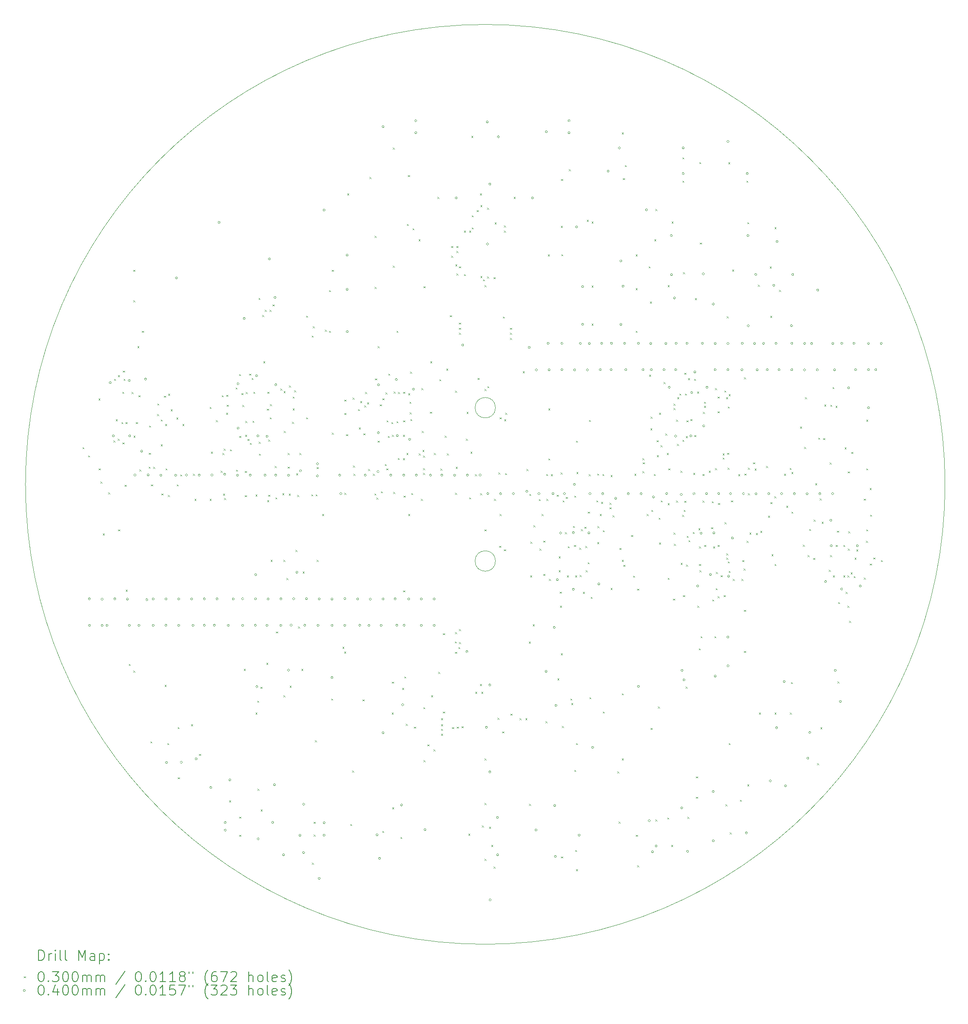
<source format=gbr>
%TF.GenerationSoftware,KiCad,Pcbnew,9.0.0*%
%TF.CreationDate,2025-04-06T22:46:27+05:30*%
%TF.ProjectId,display,64697370-6c61-4792-9e6b-696361645f70,rev?*%
%TF.SameCoordinates,Original*%
%TF.FileFunction,Drillmap*%
%TF.FilePolarity,Positive*%
%FSLAX45Y45*%
G04 Gerber Fmt 4.5, Leading zero omitted, Abs format (unit mm)*
G04 Created by KiCad (PCBNEW 9.0.0) date 2025-04-06 22:46:27*
%MOMM*%
%LPD*%
G01*
G04 APERTURE LIST*
%ADD10C,0.050000*%
%ADD11C,0.200000*%
%ADD12C,0.100000*%
G04 APERTURE END LIST*
D10*
X45200000Y-26500000D02*
G75*
G02*
X44800000Y-26500000I-200000J0D01*
G01*
X44800000Y-26500000D02*
G75*
G02*
X45200000Y-26500000I200000J0D01*
G01*
X45200000Y-23500000D02*
G75*
G02*
X44800000Y-23500000I-200000J0D01*
G01*
X44800000Y-23500000D02*
G75*
G02*
X45200000Y-23500000I200000J0D01*
G01*
X54000000Y-25000000D02*
G75*
G02*
X36000000Y-25000000I-9000000J0D01*
G01*
X36000000Y-25000000D02*
G75*
G02*
X54000000Y-25000000I9000000J0D01*
G01*
D11*
D12*
X37117400Y-24274200D02*
X37147400Y-24304200D01*
X37147400Y-24274200D02*
X37117400Y-24304200D01*
X37226800Y-24433700D02*
X37256800Y-24463700D01*
X37256800Y-24433700D02*
X37226800Y-24463700D01*
X37427600Y-23318900D02*
X37457600Y-23348900D01*
X37457600Y-23318900D02*
X37427600Y-23348900D01*
X37435500Y-24686000D02*
X37465500Y-24716000D01*
X37465500Y-24686000D02*
X37435500Y-24716000D01*
X37468800Y-24946600D02*
X37498800Y-24976600D01*
X37498800Y-24946600D02*
X37468800Y-24976600D01*
X37515200Y-25962400D02*
X37545200Y-25992400D01*
X37545200Y-25962400D02*
X37515200Y-25992400D01*
X37621800Y-25159600D02*
X37651800Y-25189600D01*
X37651800Y-25159600D02*
X37621800Y-25189600D01*
X37720100Y-24139600D02*
X37750100Y-24169600D01*
X37750100Y-24139600D02*
X37720100Y-24169600D01*
X37735000Y-22935000D02*
X37765000Y-22965000D01*
X37765000Y-22935000D02*
X37735000Y-22965000D01*
X37768000Y-23727100D02*
X37798000Y-23757100D01*
X37798000Y-23727100D02*
X37768000Y-23757100D01*
X37805700Y-24109000D02*
X37835700Y-24139000D01*
X37835700Y-24109000D02*
X37805700Y-24139000D01*
X37810600Y-22863200D02*
X37840600Y-22893200D01*
X37840600Y-22863200D02*
X37810600Y-22893200D01*
X37814000Y-25881300D02*
X37844000Y-25911300D01*
X37844000Y-25881300D02*
X37814000Y-25911300D01*
X37877500Y-23782700D02*
X37907500Y-23812700D01*
X37907500Y-23782700D02*
X37877500Y-23812700D01*
X37893400Y-23189300D02*
X37923400Y-23219300D01*
X37923400Y-23189300D02*
X37893400Y-23219300D01*
X37899500Y-24178500D02*
X37929500Y-24208500D01*
X37929500Y-24178500D02*
X37899500Y-24208500D01*
X37908900Y-22776100D02*
X37938900Y-22806100D01*
X37938900Y-22776100D02*
X37908900Y-22806100D01*
X37920000Y-22935000D02*
X37950000Y-22965000D01*
X37950000Y-22935000D02*
X37920000Y-22965000D01*
X37942000Y-25008600D02*
X37972000Y-25038600D01*
X37972000Y-25008600D02*
X37942000Y-25038600D01*
X37960000Y-23783300D02*
X37990000Y-23813300D01*
X37990000Y-23783300D02*
X37960000Y-23813300D01*
X37962900Y-27064400D02*
X37992900Y-27094400D01*
X37992900Y-27064400D02*
X37962900Y-27094400D01*
X38022900Y-28514500D02*
X38052900Y-28544500D01*
X38052900Y-28514500D02*
X38022900Y-28544500D01*
X38078200Y-23193000D02*
X38108200Y-23223000D01*
X38108200Y-23193000D02*
X38078200Y-23223000D01*
X38112800Y-20801400D02*
X38142800Y-20831400D01*
X38142800Y-20801400D02*
X38112800Y-20831400D01*
X38112800Y-21399000D02*
X38142800Y-21429000D01*
X38142800Y-21399000D02*
X38112800Y-21429000D01*
X38112800Y-28644300D02*
X38142800Y-28674300D01*
X38142800Y-28644300D02*
X38112800Y-28674300D01*
X38116800Y-24050700D02*
X38146800Y-24080700D01*
X38146800Y-24050700D02*
X38116800Y-24080700D01*
X38160000Y-23781400D02*
X38190000Y-23811400D01*
X38190000Y-23781400D02*
X38160000Y-23811400D01*
X38191100Y-22295400D02*
X38221100Y-22325400D01*
X38221100Y-22295400D02*
X38191100Y-22325400D01*
X38211100Y-23256600D02*
X38241100Y-23286600D01*
X38241100Y-23256600D02*
X38211100Y-23286600D01*
X38231200Y-24711200D02*
X38261200Y-24741200D01*
X38261200Y-24711200D02*
X38231200Y-24741200D01*
X38281300Y-21996600D02*
X38311300Y-22026600D01*
X38311300Y-21996600D02*
X38281300Y-22026600D01*
X38411600Y-24654000D02*
X38441600Y-24684000D01*
X38441600Y-24654000D02*
X38411600Y-24684000D01*
X38417400Y-24381400D02*
X38447400Y-24411400D01*
X38447400Y-24381400D02*
X38417400Y-24411400D01*
X38418800Y-23847800D02*
X38448800Y-23877800D01*
X38448800Y-23847800D02*
X38418800Y-23877800D01*
X38445600Y-30032200D02*
X38475600Y-30062200D01*
X38475600Y-30032200D02*
X38445600Y-30062200D01*
X38460000Y-25002300D02*
X38490000Y-25032300D01*
X38490000Y-25002300D02*
X38460000Y-25032300D01*
X38501400Y-24658400D02*
X38531400Y-24688400D01*
X38531400Y-24658400D02*
X38501400Y-24688400D01*
X38574900Y-23626200D02*
X38604900Y-23656200D01*
X38604900Y-23626200D02*
X38574900Y-23656200D01*
X38581100Y-23417500D02*
X38611100Y-23447500D01*
X38611100Y-23417500D02*
X38581100Y-23447500D01*
X38646700Y-24218100D02*
X38676700Y-24248100D01*
X38676700Y-24218100D02*
X38646700Y-24248100D01*
X38650300Y-23731000D02*
X38680300Y-23761000D01*
X38680300Y-23731000D02*
X38650300Y-23761000D01*
X38660600Y-25179400D02*
X38690600Y-25209400D01*
X38690600Y-25179400D02*
X38660600Y-25209400D01*
X38710400Y-23265200D02*
X38740400Y-23295200D01*
X38740400Y-23265200D02*
X38710400Y-23295200D01*
X38725000Y-28925500D02*
X38755000Y-28955500D01*
X38755000Y-28925500D02*
X38725000Y-28955500D01*
X38733700Y-23822100D02*
X38763700Y-23852100D01*
X38763700Y-23822100D02*
X38733700Y-23852100D01*
X38742400Y-24686000D02*
X38772400Y-24716000D01*
X38772400Y-24686000D02*
X38742400Y-24716000D01*
X38777000Y-30064800D02*
X38807000Y-30094800D01*
X38807000Y-30064800D02*
X38777000Y-30094800D01*
X38787800Y-25208100D02*
X38817800Y-25238100D01*
X38817800Y-25208100D02*
X38787800Y-25238100D01*
X38793500Y-23225700D02*
X38823500Y-23255700D01*
X38823500Y-23225700D02*
X38793500Y-23255700D01*
X38842100Y-23533600D02*
X38872100Y-23563600D01*
X38872100Y-23533600D02*
X38842100Y-23563600D01*
X38953100Y-23692100D02*
X38983100Y-23722100D01*
X38983100Y-23692100D02*
X38953100Y-23722100D01*
X38960000Y-25001200D02*
X38990000Y-25031200D01*
X38990000Y-25001200D02*
X38960000Y-25031200D01*
X38976900Y-29750100D02*
X39006900Y-29780100D01*
X39006900Y-29750100D02*
X38976900Y-29780100D01*
X38985000Y-30735000D02*
X39015000Y-30765000D01*
X39015000Y-30735000D02*
X38985000Y-30765000D01*
X39030300Y-24804800D02*
X39060300Y-24834800D01*
X39060300Y-24804800D02*
X39030300Y-24834800D01*
X39070400Y-23817800D02*
X39100400Y-23847800D01*
X39100400Y-23817800D02*
X39070400Y-23847800D01*
X39242300Y-29697000D02*
X39272300Y-29727000D01*
X39272300Y-29697000D02*
X39242300Y-29727000D01*
X39280100Y-24795400D02*
X39310100Y-24825400D01*
X39310100Y-24795400D02*
X39280100Y-24825400D01*
X39308000Y-25283600D02*
X39338000Y-25313600D01*
X39338000Y-25283600D02*
X39308000Y-25313600D01*
X39399600Y-30276800D02*
X39429600Y-30306800D01*
X39429600Y-30276800D02*
X39399600Y-30306800D01*
X39606900Y-23484400D02*
X39636900Y-23514400D01*
X39636900Y-23484400D02*
X39606900Y-23514400D01*
X39606900Y-25283600D02*
X39636900Y-25313600D01*
X39636900Y-25283600D02*
X39606900Y-25313600D01*
X39631200Y-24360600D02*
X39661200Y-24390600D01*
X39661200Y-24360600D02*
X39631200Y-24390600D01*
X39726100Y-23742100D02*
X39756100Y-23772100D01*
X39756100Y-23742100D02*
X39726100Y-23772100D01*
X39819300Y-24735700D02*
X39849300Y-24765700D01*
X39849300Y-24735700D02*
X39819300Y-24765700D01*
X39842600Y-23258400D02*
X39872600Y-23288400D01*
X39872600Y-23258400D02*
X39842600Y-23288400D01*
X39857000Y-24387200D02*
X39887000Y-24417200D01*
X39887000Y-24387200D02*
X39857000Y-24417200D01*
X39868400Y-25182100D02*
X39898400Y-25212100D01*
X39898400Y-25182100D02*
X39868400Y-25212100D01*
X39880200Y-24304100D02*
X39910200Y-24334100D01*
X39910200Y-24304100D02*
X39880200Y-24334100D01*
X39891000Y-25269000D02*
X39921000Y-25299000D01*
X39921000Y-25269000D02*
X39891000Y-25299000D01*
X39927400Y-23598100D02*
X39957400Y-23628100D01*
X39957400Y-23598100D02*
X39927400Y-23628100D01*
X39931000Y-23250100D02*
X39961000Y-23280100D01*
X39961000Y-23250100D02*
X39931000Y-23280100D01*
X39938000Y-23444000D02*
X39968000Y-23474000D01*
X39968000Y-23444000D02*
X39938000Y-23474000D01*
X39985000Y-31185000D02*
X40015000Y-31215000D01*
X40015000Y-31185000D02*
X39985000Y-31215000D01*
X40002300Y-24313800D02*
X40032300Y-24343800D01*
X40032300Y-24313800D02*
X40002300Y-24343800D01*
X40112800Y-23103500D02*
X40142800Y-23133500D01*
X40142800Y-23103500D02*
X40112800Y-23133500D01*
X40120100Y-24711600D02*
X40150100Y-24741600D01*
X40150100Y-24711600D02*
X40120100Y-24741600D01*
X40179600Y-22843400D02*
X40209600Y-22873400D01*
X40209600Y-22843400D02*
X40179600Y-22873400D01*
X40183200Y-24051500D02*
X40213200Y-24081500D01*
X40213200Y-24051500D02*
X40183200Y-24081500D01*
X40184800Y-31502200D02*
X40214800Y-31532200D01*
X40214800Y-31502200D02*
X40184800Y-31532200D01*
X40185000Y-31857700D02*
X40215000Y-31887700D01*
X40215000Y-31857700D02*
X40185000Y-31887700D01*
X40229700Y-23213600D02*
X40259700Y-23243600D01*
X40259700Y-23213600D02*
X40229700Y-23243600D01*
X40242900Y-23448200D02*
X40272900Y-23478200D01*
X40272900Y-23448200D02*
X40242900Y-23478200D01*
X40273400Y-28612500D02*
X40303400Y-28642500D01*
X40303400Y-28612500D02*
X40273400Y-28642500D01*
X40294200Y-25211800D02*
X40324200Y-25241800D01*
X40324200Y-25211800D02*
X40294200Y-25241800D01*
X40296900Y-24739000D02*
X40326900Y-24769000D01*
X40326900Y-24739000D02*
X40296900Y-24769000D01*
X40301000Y-24031700D02*
X40331000Y-24061700D01*
X40331000Y-24031700D02*
X40301000Y-24061700D01*
X40303400Y-23760100D02*
X40333400Y-23790100D01*
X40333400Y-23760100D02*
X40303400Y-23790100D01*
X40313700Y-23193100D02*
X40343700Y-23223100D01*
X40343700Y-23193100D02*
X40313700Y-23223100D01*
X40346300Y-24112900D02*
X40376300Y-24142900D01*
X40376300Y-24112900D02*
X40346300Y-24142900D01*
X40381100Y-22833800D02*
X40411100Y-22863800D01*
X40411100Y-22833800D02*
X40381100Y-22863800D01*
X40394400Y-24188500D02*
X40424400Y-24218500D01*
X40424400Y-24188500D02*
X40394400Y-24218500D01*
X40426800Y-22916600D02*
X40456800Y-22946600D01*
X40456800Y-22916600D02*
X40426800Y-22946600D01*
X40444800Y-23757900D02*
X40474800Y-23787900D01*
X40474800Y-23757900D02*
X40444800Y-23787900D01*
X40460000Y-23187900D02*
X40490000Y-23217900D01*
X40490000Y-23187900D02*
X40460000Y-23217900D01*
X40501800Y-29467100D02*
X40531800Y-29497100D01*
X40531800Y-29467100D02*
X40501800Y-29497100D01*
X40503300Y-25199200D02*
X40533300Y-25229200D01*
X40533300Y-25199200D02*
X40503300Y-25229200D01*
X40535000Y-29235000D02*
X40565000Y-29265000D01*
X40565000Y-29235000D02*
X40535000Y-29265000D01*
X40542900Y-30959000D02*
X40572900Y-30989000D01*
X40572900Y-30959000D02*
X40542900Y-30989000D01*
X40561800Y-21350900D02*
X40591800Y-21380900D01*
X40591800Y-21350900D02*
X40561800Y-21380900D01*
X40564200Y-24168600D02*
X40594200Y-24198600D01*
X40594200Y-24168600D02*
X40564200Y-24198600D01*
X40571300Y-24399700D02*
X40601300Y-24429700D01*
X40601300Y-24399700D02*
X40571300Y-24429700D01*
X40598200Y-28964100D02*
X40628200Y-28994100D01*
X40628200Y-28964100D02*
X40598200Y-28994100D01*
X40605700Y-31362400D02*
X40635700Y-31392400D01*
X40635700Y-31362400D02*
X40605700Y-31392400D01*
X40635000Y-21685000D02*
X40665000Y-21715000D01*
X40665000Y-21685000D02*
X40635000Y-21715000D01*
X40654200Y-22594300D02*
X40684200Y-22624300D01*
X40684200Y-22594300D02*
X40654200Y-22624300D01*
X40685000Y-21585000D02*
X40715000Y-21615000D01*
X40715000Y-21585000D02*
X40685000Y-21615000D01*
X40714900Y-28494900D02*
X40744900Y-28524900D01*
X40744900Y-28494900D02*
X40714900Y-28524900D01*
X40727100Y-23518400D02*
X40757100Y-23548400D01*
X40757100Y-23518400D02*
X40727100Y-23548400D01*
X40732100Y-25310800D02*
X40762100Y-25340800D01*
X40762100Y-25310800D02*
X40732100Y-25340800D01*
X40733900Y-23189400D02*
X40763900Y-23219400D01*
X40763900Y-23189400D02*
X40733900Y-23219400D01*
X40750200Y-25205800D02*
X40780200Y-25235800D01*
X40780200Y-25205800D02*
X40750200Y-25235800D01*
X40750400Y-24125000D02*
X40780400Y-24155000D01*
X40780400Y-24125000D02*
X40750400Y-24155000D01*
X40777800Y-21585000D02*
X40807800Y-21615000D01*
X40807800Y-21585000D02*
X40777800Y-21615000D01*
X40783700Y-23688400D02*
X40813700Y-23718400D01*
X40813700Y-23688400D02*
X40783700Y-23718400D01*
X40784100Y-23431900D02*
X40814100Y-23461900D01*
X40814100Y-23431900D02*
X40784100Y-23461900D01*
X40800000Y-26478900D02*
X40830000Y-26508900D01*
X40830000Y-26478900D02*
X40800000Y-26508900D01*
X40838000Y-21478700D02*
X40868000Y-21508700D01*
X40868000Y-21478700D02*
X40838000Y-21508700D01*
X40879900Y-24642500D02*
X40909900Y-24672500D01*
X40909900Y-24642500D02*
X40879900Y-24672500D01*
X40892700Y-25255800D02*
X40922700Y-25285800D01*
X40922700Y-25255800D02*
X40892700Y-25285800D01*
X40906400Y-27881100D02*
X40936400Y-27911100D01*
X40936400Y-27881100D02*
X40906400Y-27911100D01*
X40988900Y-23124300D02*
X41018900Y-23154300D01*
X41018900Y-23124300D02*
X40988900Y-23154300D01*
X41028400Y-25174000D02*
X41058400Y-25204000D01*
X41058400Y-25174000D02*
X41028400Y-25204000D01*
X41048100Y-26478900D02*
X41078100Y-26508900D01*
X41078100Y-26478900D02*
X41048100Y-26508900D01*
X41049000Y-29129300D02*
X41079000Y-29159300D01*
X41079000Y-29129300D02*
X41049000Y-29159300D01*
X41053600Y-23178400D02*
X41083600Y-23208400D01*
X41083600Y-23178400D02*
X41053600Y-23208400D01*
X41055800Y-23955300D02*
X41085800Y-23985300D01*
X41085800Y-23955300D02*
X41055800Y-23985300D01*
X41109000Y-26835000D02*
X41139000Y-26865000D01*
X41139000Y-26835000D02*
X41109000Y-26865000D01*
X41133800Y-24387300D02*
X41163800Y-24417300D01*
X41163800Y-24387300D02*
X41133800Y-24417300D01*
X41133800Y-24655700D02*
X41163800Y-24685700D01*
X41163800Y-24655700D02*
X41133800Y-24685700D01*
X41153500Y-25181000D02*
X41183500Y-25211000D01*
X41183500Y-25181000D02*
X41153500Y-25211000D01*
X41156800Y-23068000D02*
X41186800Y-23098000D01*
X41186800Y-23068000D02*
X41156800Y-23098000D01*
X41170900Y-28941000D02*
X41200900Y-28971000D01*
X41200900Y-28941000D02*
X41170900Y-28971000D01*
X41218800Y-23775500D02*
X41248800Y-23805500D01*
X41248800Y-23775500D02*
X41218800Y-23805500D01*
X41229500Y-23516800D02*
X41259500Y-23546800D01*
X41259500Y-23516800D02*
X41229500Y-23546800D01*
X41229600Y-23281600D02*
X41259600Y-23311600D01*
X41259600Y-23281600D02*
X41229600Y-23311600D01*
X41262100Y-23159400D02*
X41292100Y-23189400D01*
X41292100Y-23159400D02*
X41262100Y-23189400D01*
X41285000Y-26285000D02*
X41315000Y-26315000D01*
X41315000Y-26285000D02*
X41285000Y-26315000D01*
X41299300Y-24785100D02*
X41329300Y-24815100D01*
X41329300Y-24785100D02*
X41299300Y-24815100D01*
X41321500Y-25207200D02*
X41351500Y-25237200D01*
X41351500Y-25207200D02*
X41321500Y-25237200D01*
X41336700Y-27780400D02*
X41366700Y-27810400D01*
X41366700Y-27780400D02*
X41336700Y-27810400D01*
X41362500Y-24387200D02*
X41392500Y-24417200D01*
X41392500Y-24387200D02*
X41362500Y-24417200D01*
X41399700Y-28612500D02*
X41429700Y-28642500D01*
X41429700Y-28612500D02*
X41399700Y-28642500D01*
X41425600Y-26705600D02*
X41455600Y-26735600D01*
X41455600Y-26705600D02*
X41425600Y-26735600D01*
X41492400Y-21697600D02*
X41522400Y-21727600D01*
X41522400Y-21697600D02*
X41492400Y-21727600D01*
X41492400Y-23688400D02*
X41522400Y-23718400D01*
X41522400Y-23688400D02*
X41492400Y-23718400D01*
X41593500Y-25195200D02*
X41623500Y-25225200D01*
X41623500Y-25195200D02*
X41593500Y-25225200D01*
X41604700Y-22090100D02*
X41634700Y-22120100D01*
X41634700Y-22090100D02*
X41604700Y-22120100D01*
X41609700Y-32405100D02*
X41639700Y-32435100D01*
X41639700Y-32405100D02*
X41609700Y-32435100D01*
X41624100Y-21906700D02*
X41654100Y-21936700D01*
X41654100Y-21906700D02*
X41624100Y-21936700D01*
X41640000Y-31606200D02*
X41670000Y-31636200D01*
X41670000Y-31606200D02*
X41640000Y-31636200D01*
X41640000Y-31853000D02*
X41670000Y-31883000D01*
X41670000Y-31853000D02*
X41640000Y-31883000D01*
X41667500Y-30007400D02*
X41697500Y-30037400D01*
X41697500Y-30007400D02*
X41667500Y-30037400D01*
X41678800Y-25195400D02*
X41708800Y-25225400D01*
X41708800Y-25195400D02*
X41678800Y-25225400D01*
X41698500Y-26478900D02*
X41728500Y-26508900D01*
X41728500Y-26478900D02*
X41698500Y-26508900D01*
X41698700Y-24663200D02*
X41728700Y-24693200D01*
X41728700Y-24663200D02*
X41698700Y-24693200D01*
X41807000Y-25582500D02*
X41837000Y-25612500D01*
X41837000Y-25582500D02*
X41807000Y-25612500D01*
X41860700Y-21972800D02*
X41890700Y-22002800D01*
X41890700Y-21972800D02*
X41860700Y-22002800D01*
X41943200Y-21199000D02*
X41973200Y-21229000D01*
X41973200Y-21199000D02*
X41943200Y-21229000D01*
X41943200Y-21996600D02*
X41973200Y-22026600D01*
X41973200Y-21996600D02*
X41943200Y-22026600D01*
X41985000Y-29193600D02*
X42015000Y-29223600D01*
X42015000Y-29193600D02*
X41985000Y-29223600D01*
X41997300Y-20801400D02*
X42027300Y-20831400D01*
X42027300Y-20801400D02*
X41997300Y-20831400D01*
X41997300Y-23990300D02*
X42027300Y-24020300D01*
X42027300Y-23990300D02*
X41997300Y-24020300D01*
X42203700Y-28178600D02*
X42233700Y-28208600D01*
X42233700Y-28178600D02*
X42203700Y-28208600D01*
X42240200Y-28271800D02*
X42270200Y-28301800D01*
X42270200Y-28271800D02*
X42240200Y-28301800D01*
X42244600Y-23343500D02*
X42274600Y-23373500D01*
X42274600Y-23343500D02*
X42244600Y-23373500D01*
X42244600Y-23605800D02*
X42274600Y-23635800D01*
X42274600Y-23605800D02*
X42244600Y-23635800D01*
X42244600Y-25165700D02*
X42274600Y-25195700D01*
X42274600Y-25165700D02*
X42244600Y-25195700D01*
X42276700Y-24020400D02*
X42306700Y-24050400D01*
X42306700Y-24020400D02*
X42276700Y-24050400D01*
X42296200Y-19307200D02*
X42326200Y-19337200D01*
X42326200Y-19307200D02*
X42296200Y-19337200D01*
X42358500Y-31647900D02*
X42388500Y-31677900D01*
X42388500Y-31647900D02*
X42358500Y-31677900D01*
X42394000Y-30603200D02*
X42424000Y-30633200D01*
X42424000Y-30603200D02*
X42394000Y-30633200D01*
X42404000Y-23302200D02*
X42434000Y-23332200D01*
X42434000Y-23302200D02*
X42404000Y-23332200D01*
X42413900Y-24632400D02*
X42443900Y-24662400D01*
X42443900Y-24632400D02*
X42413900Y-24662400D01*
X42420300Y-24795900D02*
X42450300Y-24825900D01*
X42450300Y-24795900D02*
X42420300Y-24825900D01*
X42510900Y-23529400D02*
X42540900Y-23559400D01*
X42540900Y-23529400D02*
X42510900Y-23559400D01*
X42526300Y-23888400D02*
X42556300Y-23918400D01*
X42556300Y-23888400D02*
X42526300Y-23918400D01*
X42551800Y-23371700D02*
X42581800Y-23401700D01*
X42581800Y-23371700D02*
X42551800Y-23401700D01*
X42599100Y-29209900D02*
X42629100Y-29239900D01*
X42629100Y-29209900D02*
X42599100Y-29239900D01*
X42616100Y-24001500D02*
X42646100Y-24031500D01*
X42646100Y-24001500D02*
X42616100Y-24031500D01*
X42634000Y-23457400D02*
X42664000Y-23487400D01*
X42664000Y-23457400D02*
X42634000Y-23487400D01*
X42647200Y-23191900D02*
X42677200Y-23221900D01*
X42677200Y-23191900D02*
X42647200Y-23221900D01*
X42688300Y-23398000D02*
X42718300Y-23428000D01*
X42718300Y-23398000D02*
X42688300Y-23428000D01*
X42710200Y-24701700D02*
X42740200Y-24731700D01*
X42740200Y-24701700D02*
X42710200Y-24731700D01*
X42735000Y-18985000D02*
X42765000Y-19015000D01*
X42765000Y-18985000D02*
X42735000Y-19015000D01*
X42799700Y-24795400D02*
X42829700Y-24825400D01*
X42829700Y-24795400D02*
X42799700Y-24825400D01*
X42831300Y-25177900D02*
X42861300Y-25207900D01*
X42861300Y-25177900D02*
X42831300Y-25207900D01*
X42835000Y-20135000D02*
X42865000Y-20165000D01*
X42865000Y-20135000D02*
X42835000Y-20165000D01*
X42835000Y-21135000D02*
X42865000Y-21165000D01*
X42865000Y-21135000D02*
X42835000Y-21165000D01*
X42845400Y-22925900D02*
X42875400Y-22955900D01*
X42875400Y-22925900D02*
X42845400Y-22955900D01*
X42868200Y-25258000D02*
X42898200Y-25288000D01*
X42898200Y-25258000D02*
X42868200Y-25288000D01*
X42893800Y-22295400D02*
X42923800Y-22325400D01*
X42923800Y-22295400D02*
X42893800Y-22325400D01*
X42895800Y-24147400D02*
X42925800Y-24177400D01*
X42925800Y-24147400D02*
X42895800Y-24177400D01*
X42935900Y-23433800D02*
X42965900Y-23463800D01*
X42965900Y-23433800D02*
X42935900Y-23463800D01*
X42959000Y-25137700D02*
X42989000Y-25167700D01*
X42989000Y-25137700D02*
X42959000Y-25167700D01*
X42984100Y-31782600D02*
X43014100Y-31812600D01*
X43014100Y-31782600D02*
X42984100Y-31812600D01*
X42988800Y-23316400D02*
X43018800Y-23346400D01*
X43018800Y-23316400D02*
X42988800Y-23346400D01*
X43034100Y-24601400D02*
X43064100Y-24631400D01*
X43064100Y-24601400D02*
X43034100Y-24631400D01*
X43046300Y-23203700D02*
X43076300Y-23233700D01*
X43076300Y-23203700D02*
X43046300Y-23233700D01*
X43065700Y-24686000D02*
X43095700Y-24716000D01*
X43095700Y-24686000D02*
X43065700Y-24716000D01*
X43069400Y-23746800D02*
X43099400Y-23776800D01*
X43099400Y-23746800D02*
X43069400Y-23776800D01*
X43094100Y-24051700D02*
X43124100Y-24081700D01*
X43124100Y-24051700D02*
X43094100Y-24081700D01*
X43101200Y-22833900D02*
X43131200Y-22863900D01*
X43131200Y-22833900D02*
X43101200Y-22863900D01*
X43160800Y-23781400D02*
X43190800Y-23811400D01*
X43190800Y-23781400D02*
X43160800Y-23811400D01*
X43170100Y-29467100D02*
X43200100Y-29497100D01*
X43200100Y-29467100D02*
X43170100Y-29497100D01*
X43174800Y-24031600D02*
X43204800Y-24061600D01*
X43204800Y-24031600D02*
X43174800Y-24061600D01*
X43174900Y-28862100D02*
X43204900Y-28892100D01*
X43204900Y-28862100D02*
X43174900Y-28892100D01*
X43179200Y-31319300D02*
X43209200Y-31349300D01*
X43209200Y-31319300D02*
X43179200Y-31349300D01*
X43192600Y-18410800D02*
X43222600Y-18440800D01*
X43222600Y-18410800D02*
X43192600Y-18440800D01*
X43192600Y-20721600D02*
X43222600Y-20751600D01*
X43222600Y-20721600D02*
X43192600Y-20751600D01*
X43200900Y-25147700D02*
X43230900Y-25177700D01*
X43230900Y-25147700D02*
X43200900Y-25177700D01*
X43210000Y-23187200D02*
X43240000Y-23217200D01*
X43240000Y-23187200D02*
X43210000Y-23217200D01*
X43261200Y-23763300D02*
X43291200Y-23793300D01*
X43291200Y-23763300D02*
X43261200Y-23793300D01*
X43261700Y-21996600D02*
X43291700Y-22026600D01*
X43291700Y-21996600D02*
X43261700Y-22026600D01*
X43287400Y-24483200D02*
X43317400Y-24513200D01*
X43317400Y-24483200D02*
X43287400Y-24513200D01*
X43291000Y-23194200D02*
X43321000Y-23224200D01*
X43321000Y-23194200D02*
X43291000Y-23224200D01*
X43340500Y-31902700D02*
X43370500Y-31932700D01*
X43370500Y-31902700D02*
X43340500Y-31932700D01*
X43374400Y-28986500D02*
X43404400Y-29016500D01*
X43404400Y-28986500D02*
X43374400Y-29016500D01*
X43389500Y-24032700D02*
X43419500Y-24062700D01*
X43419500Y-24032700D02*
X43389500Y-24062700D01*
X43391500Y-24489700D02*
X43421500Y-24519700D01*
X43421500Y-24489700D02*
X43391500Y-24519700D01*
X43392400Y-23188500D02*
X43422400Y-23218500D01*
X43422400Y-23188500D02*
X43392400Y-23218500D01*
X43392700Y-23747200D02*
X43422700Y-23777200D01*
X43422700Y-23747200D02*
X43392700Y-23777200D01*
X43392700Y-27076700D02*
X43422700Y-27106700D01*
X43422700Y-27076700D02*
X43392700Y-27106700D01*
X43402300Y-25219900D02*
X43432300Y-25249900D01*
X43432300Y-25219900D02*
X43402300Y-25249900D01*
X43414900Y-28759300D02*
X43444900Y-28789300D01*
X43444900Y-28759300D02*
X43414900Y-28789300D01*
X43444600Y-29686700D02*
X43474600Y-29716700D01*
X43474600Y-29686700D02*
X43444600Y-29716700D01*
X43459100Y-24386600D02*
X43489100Y-24416600D01*
X43489100Y-24386600D02*
X43459100Y-24416600D01*
X43466800Y-19904900D02*
X43496800Y-19934900D01*
X43496800Y-19904900D02*
X43466800Y-19934900D01*
X43485000Y-18946700D02*
X43515000Y-18976700D01*
X43515000Y-18946700D02*
X43485000Y-18976700D01*
X43491400Y-25582500D02*
X43521400Y-25612500D01*
X43521400Y-25582500D02*
X43491400Y-25612500D01*
X43492200Y-23218000D02*
X43522200Y-23248000D01*
X43522200Y-23218000D02*
X43492200Y-23248000D01*
X43515700Y-23385900D02*
X43545700Y-23415900D01*
X43545700Y-23385900D02*
X43515700Y-23415900D01*
X43520700Y-23593500D02*
X43550700Y-23623500D01*
X43550700Y-23593500D02*
X43520700Y-23623500D01*
X43530400Y-22794700D02*
X43560400Y-22824700D01*
X43560400Y-22794700D02*
X43530400Y-22824700D01*
X43532100Y-23722000D02*
X43562100Y-23752000D01*
X43562100Y-23722000D02*
X43532100Y-23752000D01*
X43552000Y-25169400D02*
X43582000Y-25199400D01*
X43582000Y-25169400D02*
X43552000Y-25199400D01*
X43574500Y-19988000D02*
X43604500Y-20018000D01*
X43604500Y-19988000D02*
X43574500Y-20018000D01*
X43604900Y-29740800D02*
X43634900Y-29770800D01*
X43634900Y-29740800D02*
X43604900Y-29770800D01*
X43693100Y-20206000D02*
X43723100Y-20236000D01*
X43723100Y-20206000D02*
X43693100Y-20236000D01*
X43699900Y-24393900D02*
X43729900Y-24423900D01*
X43729900Y-24393900D02*
X43699900Y-24423900D01*
X43740000Y-25283600D02*
X43770000Y-25313600D01*
X43770000Y-25283600D02*
X43740000Y-25313600D01*
X43747700Y-23119500D02*
X43777700Y-23149500D01*
X43777700Y-23119500D02*
X43747700Y-23149500D01*
X43759800Y-23957000D02*
X43789800Y-23987000D01*
X43789800Y-23957000D02*
X43759800Y-23987000D01*
X43770500Y-24327700D02*
X43800500Y-24357700D01*
X43800500Y-24327700D02*
X43770500Y-24357700D01*
X43781300Y-24439100D02*
X43811300Y-24469100D01*
X43811300Y-24439100D02*
X43781300Y-24469100D01*
X43783000Y-24685900D02*
X43813000Y-24715900D01*
X43813000Y-24685900D02*
X43783000Y-24715900D01*
X43785000Y-24775600D02*
X43815000Y-24805600D01*
X43815000Y-24775600D02*
X43785000Y-24805600D01*
X43789200Y-29362600D02*
X43819200Y-29392600D01*
X43819200Y-29362600D02*
X43789200Y-29392600D01*
X43790200Y-21124800D02*
X43820200Y-21154800D01*
X43820200Y-21124800D02*
X43790200Y-21154800D01*
X43790200Y-30399900D02*
X43820200Y-30429900D01*
X43820200Y-30399900D02*
X43790200Y-30429900D01*
X43869900Y-30090700D02*
X43899900Y-30120700D01*
X43899900Y-30090700D02*
X43869900Y-30120700D01*
X43920500Y-23577500D02*
X43950500Y-23607500D01*
X43950500Y-23577500D02*
X43920500Y-23607500D01*
X43924300Y-22594100D02*
X43954300Y-22624100D01*
X43954300Y-22594100D02*
X43924300Y-22624100D01*
X43940900Y-29129300D02*
X43970900Y-29159300D01*
X43970900Y-29129300D02*
X43940900Y-29159300D01*
X43985000Y-30185000D02*
X44015000Y-30215000D01*
X44015000Y-30185000D02*
X43985000Y-30215000D01*
X43992900Y-24387200D02*
X44022900Y-24417200D01*
X44022900Y-24387200D02*
X43992900Y-24417200D01*
X44061000Y-19375400D02*
X44091000Y-19405400D01*
X44091000Y-19375400D02*
X44061000Y-19405400D01*
X44080400Y-28671300D02*
X44110400Y-28701300D01*
X44110400Y-28671300D02*
X44080400Y-28701300D01*
X44101300Y-22944600D02*
X44131300Y-22974600D01*
X44131300Y-22944600D02*
X44101300Y-22974600D01*
X44121800Y-24693700D02*
X44151800Y-24723700D01*
X44151800Y-24693700D02*
X44121800Y-24723700D01*
X44135000Y-29577600D02*
X44165000Y-29607600D01*
X44165000Y-29577600D02*
X44135000Y-29607600D01*
X44135000Y-29697600D02*
X44165000Y-29727600D01*
X44165000Y-29697600D02*
X44135000Y-29727600D01*
X44135000Y-29785000D02*
X44165000Y-29815000D01*
X44165000Y-29785000D02*
X44135000Y-29815000D01*
X44135000Y-29882100D02*
X44165000Y-29912100D01*
X44165000Y-29882100D02*
X44135000Y-29912100D01*
X44171100Y-29445000D02*
X44201100Y-29475000D01*
X44201100Y-29445000D02*
X44171100Y-29475000D01*
X44171200Y-27913000D02*
X44201200Y-27943000D01*
X44201200Y-27913000D02*
X44171200Y-27943000D01*
X44205800Y-24050500D02*
X44235800Y-24080500D01*
X44235800Y-24050500D02*
X44205800Y-24080500D01*
X44235000Y-22735000D02*
X44265000Y-22765000D01*
X44265000Y-22735000D02*
X44235000Y-22765000D01*
X44249800Y-24395300D02*
X44279800Y-24425300D01*
X44279800Y-24395300D02*
X44249800Y-24425300D01*
X44306400Y-21689600D02*
X44336400Y-21719600D01*
X44336400Y-21689600D02*
X44306400Y-21719600D01*
X44335000Y-20335000D02*
X44365000Y-20365000D01*
X44365000Y-20335000D02*
X44335000Y-20365000D01*
X44335000Y-20524800D02*
X44365000Y-20554800D01*
X44365000Y-20524800D02*
X44335000Y-20554800D01*
X44351000Y-29751000D02*
X44381000Y-29781000D01*
X44381000Y-29751000D02*
X44351000Y-29781000D01*
X44405700Y-28074700D02*
X44435700Y-28104700D01*
X44435700Y-28074700D02*
X44405700Y-28104700D01*
X44409100Y-28279700D02*
X44439100Y-28309700D01*
X44439100Y-28279700D02*
X44409100Y-28309700D01*
X44409200Y-23167400D02*
X44439200Y-23197400D01*
X44439200Y-23167400D02*
X44409200Y-23197400D01*
X44409200Y-25165600D02*
X44439200Y-25195600D01*
X44439200Y-25165600D02*
X44409200Y-25195600D01*
X44409200Y-27893300D02*
X44439200Y-27923300D01*
X44439200Y-27893300D02*
X44409200Y-27923300D01*
X44414300Y-20695500D02*
X44444300Y-20725500D01*
X44444300Y-20695500D02*
X44414300Y-20725500D01*
X44424300Y-24656300D02*
X44454300Y-24686300D01*
X44454300Y-24656300D02*
X44424300Y-24686300D01*
X44435000Y-20335000D02*
X44465000Y-20365000D01*
X44465000Y-20335000D02*
X44435000Y-20365000D01*
X44435000Y-20435000D02*
X44465000Y-20465000D01*
X44465000Y-20435000D02*
X44435000Y-20465000D01*
X44435000Y-20874300D02*
X44465000Y-20904300D01*
X44465000Y-20874300D02*
X44435000Y-20904300D01*
X44443400Y-29743400D02*
X44473400Y-29773400D01*
X44473400Y-29743400D02*
X44443400Y-29773400D01*
X44475200Y-28186100D02*
X44505200Y-28216100D01*
X44505200Y-28186100D02*
X44475200Y-28216100D01*
X44485000Y-20735000D02*
X44515000Y-20765000D01*
X44515000Y-20735000D02*
X44485000Y-20765000D01*
X44485000Y-21835000D02*
X44515000Y-21865000D01*
X44515000Y-21835000D02*
X44485000Y-21865000D01*
X44485000Y-21935000D02*
X44515000Y-21965000D01*
X44515000Y-21935000D02*
X44485000Y-21965000D01*
X44485000Y-22035000D02*
X44515000Y-22065000D01*
X44515000Y-22035000D02*
X44485000Y-22065000D01*
X44485000Y-27833300D02*
X44515000Y-27863300D01*
X44515000Y-27833300D02*
X44485000Y-27863300D01*
X44485000Y-28085000D02*
X44515000Y-28115000D01*
X44515000Y-28085000D02*
X44485000Y-28115000D01*
X44535800Y-29735800D02*
X44565800Y-29765800D01*
X44565800Y-29735800D02*
X44535800Y-29765800D01*
X44585000Y-20035000D02*
X44615000Y-20065000D01*
X44615000Y-20035000D02*
X44585000Y-20065000D01*
X44585000Y-20885000D02*
X44615000Y-20915000D01*
X44615000Y-20885000D02*
X44585000Y-20915000D01*
X44622900Y-24108300D02*
X44652900Y-24138300D01*
X44652900Y-24108300D02*
X44622900Y-24138300D01*
X44635000Y-23585000D02*
X44665000Y-23615000D01*
X44665000Y-23585000D02*
X44635000Y-23615000D01*
X44667800Y-31838900D02*
X44697800Y-31868900D01*
X44697800Y-31838900D02*
X44667800Y-31868900D01*
X44685000Y-20035000D02*
X44715000Y-20065000D01*
X44715000Y-20035000D02*
X44685000Y-20065000D01*
X44686600Y-25256400D02*
X44716600Y-25286400D01*
X44716600Y-25256400D02*
X44686600Y-25286400D01*
X44710700Y-24362800D02*
X44740700Y-24392800D01*
X44740700Y-24362800D02*
X44710700Y-24392800D01*
X44726400Y-18180100D02*
X44756400Y-18210100D01*
X44756400Y-18180100D02*
X44726400Y-18210100D01*
X44735000Y-19735000D02*
X44765000Y-19765000D01*
X44765000Y-19735000D02*
X44735000Y-19765000D01*
X44736200Y-19973500D02*
X44766200Y-20003500D01*
X44766200Y-19973500D02*
X44736200Y-20003500D01*
X44797900Y-24802100D02*
X44827900Y-24832100D01*
X44827900Y-24802100D02*
X44797900Y-24832100D01*
X44805000Y-29062000D02*
X44835000Y-29092000D01*
X44835000Y-29062000D02*
X44805000Y-29092000D01*
X44835000Y-19635000D02*
X44865000Y-19665000D01*
X44865000Y-19635000D02*
X44835000Y-19665000D01*
X44852400Y-22917600D02*
X44882400Y-22947600D01*
X44882400Y-22917600D02*
X44852400Y-22947600D01*
X44895500Y-19307200D02*
X44925500Y-19337200D01*
X44925500Y-19307200D02*
X44895500Y-19337200D01*
X44897500Y-28910400D02*
X44927500Y-28940400D01*
X44927500Y-28910400D02*
X44897500Y-28940400D01*
X44899800Y-25175700D02*
X44929800Y-25205700D01*
X44929800Y-25175700D02*
X44899800Y-25205700D01*
X44905000Y-19535000D02*
X44935000Y-19565000D01*
X44935000Y-19535000D02*
X44905000Y-19565000D01*
X44905000Y-20925000D02*
X44935000Y-20955000D01*
X44935000Y-20925000D02*
X44905000Y-20955000D01*
X44923000Y-29060600D02*
X44953000Y-29090600D01*
X44953000Y-29060600D02*
X44923000Y-29090600D01*
X44936000Y-31678600D02*
X44966000Y-31708600D01*
X44966000Y-31678600D02*
X44936000Y-31708600D01*
X44956400Y-20986300D02*
X44986400Y-21016300D01*
X44986400Y-20986300D02*
X44956400Y-21016300D01*
X44985000Y-23135000D02*
X45015000Y-23165000D01*
X45015000Y-23135000D02*
X44985000Y-23165000D01*
X44985000Y-32330600D02*
X45015000Y-32360600D01*
X45015000Y-32330600D02*
X44985000Y-32360600D01*
X44985300Y-30363600D02*
X45015300Y-30393600D01*
X45015300Y-30363600D02*
X44985300Y-30393600D01*
X44985300Y-31235700D02*
X45015300Y-31265700D01*
X45015300Y-31235700D02*
X44985300Y-31265700D01*
X44985400Y-21100200D02*
X45015400Y-21130200D01*
X45015400Y-21100200D02*
X44985400Y-21130200D01*
X44985400Y-25881300D02*
X45015400Y-25911300D01*
X45015400Y-25881300D02*
X44985400Y-25911300D01*
X45035000Y-20935000D02*
X45065000Y-20965000D01*
X45065000Y-20935000D02*
X45035000Y-20965000D01*
X45036900Y-19585000D02*
X45066900Y-19615000D01*
X45066900Y-19585000D02*
X45036900Y-19615000D01*
X45041600Y-23078400D02*
X45071600Y-23108400D01*
X45071600Y-23078400D02*
X45041600Y-23108400D01*
X45073500Y-31704500D02*
X45103500Y-31734500D01*
X45103500Y-31704500D02*
X45073500Y-31734500D01*
X45118000Y-32058800D02*
X45148000Y-32088800D01*
X45148000Y-32058800D02*
X45118000Y-32088800D01*
X45162300Y-32482100D02*
X45192300Y-32512100D01*
X45192300Y-32482100D02*
X45162300Y-32512100D01*
X45162600Y-20947400D02*
X45192600Y-20977400D01*
X45192600Y-20947400D02*
X45162600Y-20977400D01*
X45171600Y-25283600D02*
X45201600Y-25313600D01*
X45201600Y-25283600D02*
X45171600Y-25313600D01*
X45185000Y-19875000D02*
X45215000Y-19905000D01*
X45215000Y-19875000D02*
X45185000Y-19905000D01*
X45239700Y-29568400D02*
X45269700Y-29598400D01*
X45269700Y-29568400D02*
X45239700Y-29598400D01*
X45258500Y-24769700D02*
X45288500Y-24799700D01*
X45288500Y-24769700D02*
X45258500Y-24799700D01*
X45271500Y-26203000D02*
X45301500Y-26233000D01*
X45301500Y-26203000D02*
X45271500Y-26233000D01*
X45280900Y-23687300D02*
X45310900Y-23717300D01*
X45310900Y-23687300D02*
X45280900Y-23717300D01*
X45283300Y-25583400D02*
X45313300Y-25613400D01*
X45313300Y-25583400D02*
X45283300Y-25613400D01*
X45335000Y-29835000D02*
X45365000Y-29865000D01*
X45365000Y-29835000D02*
X45335000Y-29865000D01*
X45345500Y-21714500D02*
X45375500Y-21744500D01*
X45375500Y-21714500D02*
X45345500Y-21744500D01*
X45365000Y-19935000D02*
X45395000Y-19965000D01*
X45395000Y-19935000D02*
X45365000Y-19965000D01*
X45365000Y-20035000D02*
X45395000Y-20065000D01*
X45395000Y-20035000D02*
X45365000Y-20065000D01*
X45367600Y-26271300D02*
X45397600Y-26301300D01*
X45397600Y-26271300D02*
X45367600Y-26301300D01*
X45372300Y-23725700D02*
X45402300Y-23755700D01*
X45402300Y-23725700D02*
X45372300Y-23755700D01*
X45387300Y-24781200D02*
X45417300Y-24811200D01*
X45417300Y-24781200D02*
X45387300Y-24811200D01*
X45394200Y-23600600D02*
X45424200Y-23630600D01*
X45424200Y-23600600D02*
X45394200Y-23630600D01*
X45485000Y-21935000D02*
X45515000Y-21965000D01*
X45515000Y-21935000D02*
X45485000Y-21965000D01*
X45485000Y-22035000D02*
X45515000Y-22065000D01*
X45515000Y-22035000D02*
X45485000Y-22065000D01*
X45485000Y-22135000D02*
X45515000Y-22165000D01*
X45515000Y-22135000D02*
X45485000Y-22165000D01*
X45493800Y-29486800D02*
X45523800Y-29516800D01*
X45523800Y-29486800D02*
X45493800Y-29516800D01*
X45558000Y-19375400D02*
X45588000Y-19405400D01*
X45588000Y-19375400D02*
X45558000Y-19405400D01*
X45669600Y-29577500D02*
X45699600Y-29607500D01*
X45699600Y-29577500D02*
X45669600Y-29607500D01*
X45735000Y-22785000D02*
X45765000Y-22815000D01*
X45765000Y-22785000D02*
X45735000Y-22815000D01*
X45785000Y-29577500D02*
X45815000Y-29607500D01*
X45815000Y-29577500D02*
X45785000Y-29607500D01*
X45806700Y-24702800D02*
X45836700Y-24732800D01*
X45836700Y-24702800D02*
X45806700Y-24732800D01*
X45854400Y-28080900D02*
X45884400Y-28110900D01*
X45884400Y-28080900D02*
X45854400Y-28110900D01*
X45858700Y-31253800D02*
X45888700Y-31283800D01*
X45888700Y-31253800D02*
X45858700Y-31283800D01*
X45860300Y-25188000D02*
X45890300Y-25218000D01*
X45890300Y-25188000D02*
X45860300Y-25218000D01*
X45877600Y-26782000D02*
X45907600Y-26812000D01*
X45907600Y-26782000D02*
X45877600Y-26812000D01*
X45882600Y-26121900D02*
X45912600Y-26151900D01*
X45912600Y-26121900D02*
X45882600Y-26151900D01*
X45930900Y-27742400D02*
X45960900Y-27772400D01*
X45960900Y-27742400D02*
X45930900Y-27772400D01*
X45944300Y-25801600D02*
X45974300Y-25831600D01*
X45974300Y-25801600D02*
X45944300Y-25831600D01*
X46050000Y-25287800D02*
X46080000Y-25317800D01*
X46080000Y-25287800D02*
X46050000Y-25317800D01*
X46063300Y-26258100D02*
X46093300Y-26288100D01*
X46093300Y-26258100D02*
X46063300Y-26288100D01*
X46102800Y-25582500D02*
X46132800Y-25612500D01*
X46132800Y-25582500D02*
X46102800Y-25612500D01*
X46135400Y-26752800D02*
X46165400Y-26782800D01*
X46165400Y-26752800D02*
X46135400Y-26782800D01*
X46136300Y-26102000D02*
X46166300Y-26132000D01*
X46166300Y-26102000D02*
X46136300Y-26132000D01*
X46180700Y-29637500D02*
X46210700Y-29667500D01*
X46210700Y-29637500D02*
X46180700Y-29667500D01*
X46191400Y-24797400D02*
X46221400Y-24827400D01*
X46221400Y-24797400D02*
X46191400Y-24827400D01*
X46194700Y-25283700D02*
X46224700Y-25313700D01*
X46224700Y-25283700D02*
X46194700Y-25313700D01*
X46225100Y-20502500D02*
X46255100Y-20532500D01*
X46255100Y-20502500D02*
X46225100Y-20532500D01*
X46235600Y-23516800D02*
X46265600Y-23546800D01*
X46265600Y-23516800D02*
X46235600Y-23546800D01*
X46235600Y-24494000D02*
X46265600Y-24524000D01*
X46265600Y-24494000D02*
X46235600Y-24524000D01*
X46245300Y-26850300D02*
X46275300Y-26880300D01*
X46275300Y-26850300D02*
X46245300Y-26880300D01*
X46285000Y-24804100D02*
X46315000Y-24834100D01*
X46315000Y-24804100D02*
X46285000Y-24834100D01*
X46401600Y-25202700D02*
X46431600Y-25232700D01*
X46431600Y-25202700D02*
X46401600Y-25232700D01*
X46414200Y-28800200D02*
X46444200Y-28830200D01*
X46444200Y-28800200D02*
X46414200Y-28830200D01*
X46436800Y-26682300D02*
X46466800Y-26712300D01*
X46466800Y-26682300D02*
X46436800Y-26712300D01*
X46438800Y-26413000D02*
X46468800Y-26443000D01*
X46468800Y-26413000D02*
X46438800Y-26443000D01*
X46458200Y-27101700D02*
X46488200Y-27131700D01*
X46488200Y-27101700D02*
X46458200Y-27131700D01*
X46465000Y-27375400D02*
X46495000Y-27405400D01*
X46495000Y-27375400D02*
X46465000Y-27405400D01*
X46477500Y-24766400D02*
X46507500Y-24796400D01*
X46507500Y-24766400D02*
X46477500Y-24796400D01*
X46479500Y-19943200D02*
X46509500Y-19973200D01*
X46509500Y-19943200D02*
X46479500Y-19973200D01*
X46479500Y-28305900D02*
X46509500Y-28335900D01*
X46509500Y-28305900D02*
X46479500Y-28335900D01*
X46485000Y-19025500D02*
X46515000Y-19055500D01*
X46515000Y-19025500D02*
X46485000Y-19055500D01*
X46485000Y-32282000D02*
X46515000Y-32312000D01*
X46515000Y-32282000D02*
X46485000Y-32312000D01*
X46486800Y-20495200D02*
X46516800Y-20525200D01*
X46516800Y-20495200D02*
X46486800Y-20525200D01*
X46502300Y-29729300D02*
X46532300Y-29759300D01*
X46532300Y-29729300D02*
X46502300Y-29759300D01*
X46512100Y-25314600D02*
X46542100Y-25344600D01*
X46542100Y-25314600D02*
X46512100Y-25344600D01*
X46559800Y-25938900D02*
X46589800Y-25968900D01*
X46589800Y-25938900D02*
X46559800Y-25968900D01*
X46578900Y-25247000D02*
X46608900Y-25277000D01*
X46608900Y-25247000D02*
X46578900Y-25277000D01*
X46597100Y-26782500D02*
X46627100Y-26812500D01*
X46627100Y-26782500D02*
X46597100Y-26812500D01*
X46617100Y-26212600D02*
X46647100Y-26242600D01*
X46647100Y-26212600D02*
X46617100Y-26242600D01*
X46635000Y-18835000D02*
X46665000Y-18865000D01*
X46665000Y-18835000D02*
X46635000Y-18865000D01*
X46664900Y-29190700D02*
X46694900Y-29220700D01*
X46694900Y-29190700D02*
X46664900Y-29220700D01*
X46685000Y-29279300D02*
X46715000Y-29309300D01*
X46715000Y-29279300D02*
X46685000Y-29309300D01*
X46716400Y-25815800D02*
X46746400Y-25845800D01*
X46746400Y-25815800D02*
X46716400Y-25845800D01*
X46740000Y-26185800D02*
X46770000Y-26215800D01*
X46770000Y-26185800D02*
X46740000Y-26215800D01*
X46741500Y-25219400D02*
X46771500Y-25249400D01*
X46771500Y-25219400D02*
X46741500Y-25249400D01*
X46742500Y-30588400D02*
X46772500Y-30618400D01*
X46772500Y-30588400D02*
X46742500Y-30618400D01*
X46758200Y-32156500D02*
X46788200Y-32186500D01*
X46788200Y-32156500D02*
X46758200Y-32186500D01*
X46760000Y-26784200D02*
X46790000Y-26814200D01*
X46790000Y-26784200D02*
X46760000Y-26814200D01*
X46776200Y-32530500D02*
X46806200Y-32560500D01*
X46806200Y-32530500D02*
X46776200Y-32560500D01*
X46778300Y-24147300D02*
X46808300Y-24177300D01*
X46808300Y-24147300D02*
X46778300Y-24177300D01*
X46778300Y-30065000D02*
X46808300Y-30095000D01*
X46808300Y-30065000D02*
X46778300Y-30095000D01*
X46784600Y-24760900D02*
X46814600Y-24790900D01*
X46814600Y-24760900D02*
X46784600Y-24790900D01*
X46839800Y-26239900D02*
X46869800Y-26269900D01*
X46869800Y-26239900D02*
X46839800Y-26269900D01*
X46847900Y-26773000D02*
X46877900Y-26803000D01*
X46877900Y-26773000D02*
X46847900Y-26803000D01*
X46873000Y-25878800D02*
X46903000Y-25908800D01*
X46903000Y-25878800D02*
X46873000Y-25908800D01*
X46912100Y-27103400D02*
X46942100Y-27133400D01*
X46942100Y-27103400D02*
X46912100Y-27133400D01*
X46942500Y-25832300D02*
X46972500Y-25862300D01*
X46972500Y-25832300D02*
X46942500Y-25862300D01*
X46957300Y-26207300D02*
X46987300Y-26237300D01*
X46987300Y-26207300D02*
X46957300Y-26237300D01*
X46968900Y-26681500D02*
X46998900Y-26711500D01*
X46998900Y-26681500D02*
X46968900Y-26711500D01*
X46988800Y-19822000D02*
X47018800Y-19852000D01*
X47018800Y-19822000D02*
X46988800Y-19852000D01*
X47006300Y-26525600D02*
X47036300Y-26555600D01*
X47036300Y-26525600D02*
X47006300Y-26555600D01*
X47008800Y-25533600D02*
X47038800Y-25563600D01*
X47038800Y-25533600D02*
X47008800Y-25563600D01*
X47024000Y-24802800D02*
X47054000Y-24832800D01*
X47054000Y-24802800D02*
X47024000Y-24832800D01*
X47031100Y-23740500D02*
X47061100Y-23770500D01*
X47061100Y-23740500D02*
X47031100Y-23770500D01*
X47038600Y-29168500D02*
X47068600Y-29198500D01*
X47068600Y-29168500D02*
X47038600Y-29198500D01*
X47066200Y-27202800D02*
X47096200Y-27232800D01*
X47096200Y-27202800D02*
X47066200Y-27232800D01*
X47080000Y-19858300D02*
X47110000Y-19888300D01*
X47110000Y-19858300D02*
X47080000Y-19888300D01*
X47080000Y-21110200D02*
X47110000Y-21140200D01*
X47110000Y-21110200D02*
X47080000Y-21140200D01*
X47080000Y-21856200D02*
X47110000Y-21886200D01*
X47110000Y-21856200D02*
X47080000Y-21886200D01*
X47175600Y-25314400D02*
X47205600Y-25344400D01*
X47205600Y-25314400D02*
X47175600Y-25344400D01*
X47190500Y-24789500D02*
X47220500Y-24819500D01*
X47220500Y-24789500D02*
X47190500Y-24819500D01*
X47193200Y-26129200D02*
X47223200Y-26159200D01*
X47223200Y-26129200D02*
X47193200Y-26159200D01*
X47196900Y-25816000D02*
X47226900Y-25846000D01*
X47226900Y-25816000D02*
X47196900Y-25846000D01*
X47242000Y-25582500D02*
X47272000Y-25612500D01*
X47272000Y-25582500D02*
X47242000Y-25612500D01*
X47268200Y-25345200D02*
X47298200Y-25375200D01*
X47298200Y-25345200D02*
X47268200Y-25375200D01*
X47294700Y-24796300D02*
X47324700Y-24826300D01*
X47324700Y-24796300D02*
X47294700Y-24826300D01*
X47299600Y-25899900D02*
X47329600Y-25929900D01*
X47329600Y-25899900D02*
X47299600Y-25929900D01*
X47299800Y-29447200D02*
X47329800Y-29477200D01*
X47329800Y-29447200D02*
X47299800Y-29477200D01*
X47433100Y-25359800D02*
X47463100Y-25389800D01*
X47463100Y-25359800D02*
X47433100Y-25389800D01*
X47433500Y-25449600D02*
X47463500Y-25479600D01*
X47463500Y-25449600D02*
X47433500Y-25479600D01*
X47454100Y-24817500D02*
X47484100Y-24847500D01*
X47484100Y-24817500D02*
X47454100Y-24847500D01*
X47454100Y-27029900D02*
X47484100Y-27059900D01*
X47484100Y-27029900D02*
X47454100Y-27059900D01*
X47493600Y-25605700D02*
X47523600Y-25635700D01*
X47523600Y-25605700D02*
X47493600Y-25635700D01*
X47583500Y-30618100D02*
X47613500Y-30648100D01*
X47613500Y-30618100D02*
X47583500Y-30648100D01*
X47611900Y-31601000D02*
X47641900Y-31631000D01*
X47641900Y-31601000D02*
X47611900Y-31631000D01*
X47628200Y-26245600D02*
X47658200Y-26275600D01*
X47658200Y-26245600D02*
X47628200Y-26275600D01*
X47674400Y-26478900D02*
X47704400Y-26508900D01*
X47704400Y-26478900D02*
X47674400Y-26508900D01*
X47674700Y-18112000D02*
X47704700Y-18142000D01*
X47704700Y-18112000D02*
X47674700Y-18142000D01*
X47674700Y-29088700D02*
X47704700Y-29118700D01*
X47704700Y-29088700D02*
X47674700Y-29118700D01*
X47674700Y-30363800D02*
X47704700Y-30393800D01*
X47704700Y-30363800D02*
X47674700Y-30393800D01*
X47695700Y-19005500D02*
X47725700Y-19035500D01*
X47725700Y-19005500D02*
X47695700Y-19035500D01*
X47704200Y-26577900D02*
X47734200Y-26607900D01*
X47734200Y-26577900D02*
X47704200Y-26607900D01*
X47735000Y-18754400D02*
X47765000Y-18784400D01*
X47765000Y-18754400D02*
X47735000Y-18784400D01*
X47854000Y-25991800D02*
X47884000Y-26021800D01*
X47884000Y-25991800D02*
X47854000Y-26021800D01*
X47893800Y-26787800D02*
X47923800Y-26817800D01*
X47923800Y-26787800D02*
X47893800Y-26817800D01*
X47918200Y-24794200D02*
X47948200Y-24824200D01*
X47948200Y-24794200D02*
X47918200Y-24824200D01*
X47945800Y-21996600D02*
X47975800Y-22026600D01*
X47975800Y-21996600D02*
X47945800Y-22026600D01*
X47946100Y-21163000D02*
X47976100Y-21193000D01*
X47976100Y-21163000D02*
X47946100Y-21193000D01*
X47946800Y-20502500D02*
X47976800Y-20532500D01*
X47976800Y-20502500D02*
X47946800Y-20532500D01*
X47949600Y-31857700D02*
X47979600Y-31887700D01*
X47979600Y-31857700D02*
X47949600Y-31887700D01*
X47973500Y-27043400D02*
X48003500Y-27073400D01*
X48003500Y-27043400D02*
X47973500Y-27073400D01*
X47973500Y-32455300D02*
X48003500Y-32485300D01*
X48003500Y-32455300D02*
X47973500Y-32485300D01*
X48074900Y-24488200D02*
X48104900Y-24518200D01*
X48104900Y-24488200D02*
X48074900Y-24518200D01*
X48077400Y-24744000D02*
X48107400Y-24774000D01*
X48107400Y-24744000D02*
X48077400Y-24774000D01*
X48085400Y-24567500D02*
X48115400Y-24597500D01*
X48115400Y-24567500D02*
X48085400Y-24597500D01*
X48161500Y-25582500D02*
X48191500Y-25612500D01*
X48191500Y-25582500D02*
X48161500Y-25612500D01*
X48199800Y-20734800D02*
X48229800Y-20764800D01*
X48229800Y-20734800D02*
X48199800Y-20764800D01*
X48207200Y-22855800D02*
X48237200Y-22885800D01*
X48237200Y-22855800D02*
X48207200Y-22885800D01*
X48226000Y-21425200D02*
X48256000Y-21455200D01*
X48256000Y-21425200D02*
X48226000Y-21455200D01*
X48234200Y-23904200D02*
X48264200Y-23934200D01*
X48264200Y-23904200D02*
X48234200Y-23934200D01*
X48234900Y-23676000D02*
X48264900Y-23706000D01*
X48264900Y-23676000D02*
X48234900Y-23706000D01*
X48239000Y-29766000D02*
X48269000Y-29796000D01*
X48269000Y-29766000D02*
X48239000Y-29796000D01*
X48249800Y-25498800D02*
X48279800Y-25528800D01*
X48279800Y-25498800D02*
X48249800Y-25528800D01*
X48301800Y-24798100D02*
X48331800Y-24828100D01*
X48331800Y-24798100D02*
X48301800Y-24828100D01*
X48308300Y-20203700D02*
X48338300Y-20233700D01*
X48338300Y-20203700D02*
X48308300Y-20233700D01*
X48330000Y-19612100D02*
X48360000Y-19642100D01*
X48360000Y-19612100D02*
X48330000Y-19642100D01*
X48330000Y-31560400D02*
X48360000Y-31590400D01*
X48360000Y-31560400D02*
X48330000Y-31590400D01*
X48356100Y-24137000D02*
X48386100Y-24167000D01*
X48386100Y-24137000D02*
X48356100Y-24167000D01*
X48360000Y-24428200D02*
X48390000Y-24458200D01*
X48390000Y-24428200D02*
X48360000Y-24458200D01*
X48382300Y-29347600D02*
X48412300Y-29377600D01*
X48412300Y-29347600D02*
X48382300Y-29377600D01*
X48393000Y-25651200D02*
X48423000Y-25681200D01*
X48423000Y-25651200D02*
X48393000Y-25681200D01*
X48400500Y-26137700D02*
X48430500Y-26167700D01*
X48430500Y-26137700D02*
X48400500Y-26167700D01*
X48401400Y-23599200D02*
X48431400Y-23629200D01*
X48431400Y-23599200D02*
X48401400Y-23629200D01*
X48430600Y-24237200D02*
X48460600Y-24267200D01*
X48460600Y-24237200D02*
X48430600Y-24267200D01*
X48435800Y-25314300D02*
X48465800Y-25344300D01*
X48465800Y-25314300D02*
X48435800Y-25344300D01*
X48490900Y-22996600D02*
X48520900Y-23026600D01*
X48520900Y-22996600D02*
X48490900Y-23026600D01*
X48522700Y-24004400D02*
X48552700Y-24034400D01*
X48552700Y-24004400D02*
X48522700Y-24034400D01*
X48554400Y-24386000D02*
X48584400Y-24416000D01*
X48584400Y-24386000D02*
X48554400Y-24416000D01*
X48562700Y-31521900D02*
X48592700Y-31551900D01*
X48592700Y-31521900D02*
X48562700Y-31551900D01*
X48570500Y-25370900D02*
X48600500Y-25400900D01*
X48600500Y-25370900D02*
X48570500Y-25400900D01*
X48571000Y-26828300D02*
X48601000Y-26858300D01*
X48601000Y-26828300D02*
X48571000Y-26858300D01*
X48571200Y-21100200D02*
X48601200Y-21130200D01*
X48601200Y-21100200D02*
X48571200Y-21130200D01*
X48583600Y-24689000D02*
X48613600Y-24719000D01*
X48613600Y-24689000D02*
X48583600Y-24719000D01*
X48640000Y-32058600D02*
X48670000Y-32088600D01*
X48670000Y-32058600D02*
X48640000Y-32088600D01*
X48646000Y-19857700D02*
X48676000Y-19887700D01*
X48676000Y-19857700D02*
X48646000Y-19887700D01*
X48677800Y-27237400D02*
X48707800Y-27267400D01*
X48707800Y-27237400D02*
X48677800Y-27267400D01*
X48685000Y-25943200D02*
X48715000Y-25973200D01*
X48715000Y-25943200D02*
X48685000Y-25973200D01*
X48688000Y-23424100D02*
X48718000Y-23454100D01*
X48718000Y-23424100D02*
X48688000Y-23454100D01*
X48688000Y-23508100D02*
X48718000Y-23538100D01*
X48718000Y-23508100D02*
X48688000Y-23538100D01*
X48695500Y-26166700D02*
X48725500Y-26196700D01*
X48725500Y-26166700D02*
X48695500Y-26196700D01*
X48737100Y-25317900D02*
X48767100Y-25347900D01*
X48767100Y-25317900D02*
X48737100Y-25347900D01*
X48737300Y-23737300D02*
X48767300Y-23767300D01*
X48767300Y-23737300D02*
X48737300Y-23767300D01*
X48754600Y-24208000D02*
X48784600Y-24238000D01*
X48784600Y-24208000D02*
X48754600Y-24238000D01*
X48756400Y-23295400D02*
X48786400Y-23325400D01*
X48786400Y-23295400D02*
X48756400Y-23325400D01*
X48798900Y-23223100D02*
X48828900Y-23253100D01*
X48828900Y-23223100D02*
X48798900Y-23253100D01*
X48820600Y-24733400D02*
X48850600Y-24763400D01*
X48850600Y-24733400D02*
X48820600Y-24763400D01*
X48824200Y-26537800D02*
X48854200Y-26567800D01*
X48854200Y-26537800D02*
X48824200Y-26567800D01*
X48855600Y-25596100D02*
X48885600Y-25626100D01*
X48885600Y-25596100D02*
X48855600Y-25626100D01*
X48859200Y-19059400D02*
X48889200Y-19089400D01*
X48889200Y-19059400D02*
X48859200Y-19089400D01*
X48860000Y-24130900D02*
X48890000Y-24160900D01*
X48890000Y-24130900D02*
X48860000Y-24160900D01*
X48860900Y-18600700D02*
X48890900Y-18630700D01*
X48890900Y-18600700D02*
X48860900Y-18630700D01*
X48870000Y-20847800D02*
X48900000Y-20877800D01*
X48900000Y-20847800D02*
X48870000Y-20877800D01*
X48870000Y-27169500D02*
X48900000Y-27199500D01*
X48900000Y-27169500D02*
X48870000Y-27199500D01*
X48883800Y-25499600D02*
X48913800Y-25529600D01*
X48913800Y-25499600D02*
X48883800Y-25529600D01*
X48896400Y-22818700D02*
X48926400Y-22848700D01*
X48926400Y-22818700D02*
X48896400Y-22848700D01*
X48896800Y-25324800D02*
X48926800Y-25354800D01*
X48926800Y-25324800D02*
X48896800Y-25354800D01*
X48909300Y-23222800D02*
X48939300Y-23252800D01*
X48939300Y-23222800D02*
X48909300Y-23252800D01*
X48922200Y-28958200D02*
X48952200Y-28988200D01*
X48952200Y-28958200D02*
X48922200Y-28988200D01*
X48925200Y-24059400D02*
X48955200Y-24089400D01*
X48955200Y-24059400D02*
X48925200Y-24089400D01*
X48933200Y-26573000D02*
X48963200Y-26603000D01*
X48963200Y-26573000D02*
X48933200Y-26603000D01*
X48938200Y-23747200D02*
X48968200Y-23777200D01*
X48968200Y-23747200D02*
X48938200Y-23777200D01*
X48944900Y-26007100D02*
X48974900Y-26037100D01*
X48974900Y-26007100D02*
X48944900Y-26037100D01*
X48957800Y-31509800D02*
X48987800Y-31539800D01*
X48987800Y-31509800D02*
X48957800Y-31539800D01*
X48969700Y-22924400D02*
X48999700Y-22954400D01*
X48999700Y-22924400D02*
X48969700Y-22954400D01*
X48978100Y-26093200D02*
X49008100Y-26123200D01*
X49008100Y-26093200D02*
X48978100Y-26123200D01*
X49014900Y-23724500D02*
X49044900Y-23754500D01*
X49044900Y-23724500D02*
X49014900Y-23754500D01*
X49062700Y-25933800D02*
X49092700Y-25963800D01*
X49092700Y-25933800D02*
X49062700Y-25963800D01*
X49071800Y-24776200D02*
X49101800Y-24806200D01*
X49101800Y-24776200D02*
X49071800Y-24806200D01*
X49087800Y-22936300D02*
X49117800Y-22966300D01*
X49117800Y-22936300D02*
X49087800Y-22966300D01*
X49090000Y-24035000D02*
X49120000Y-24065000D01*
X49120000Y-24035000D02*
X49090000Y-24065000D01*
X49103600Y-21354400D02*
X49133600Y-21384400D01*
X49133600Y-21354400D02*
X49103600Y-21384400D01*
X49128100Y-30715900D02*
X49158100Y-30745900D01*
X49158100Y-30715900D02*
X49128100Y-30745900D01*
X49128100Y-31113100D02*
X49158100Y-31143100D01*
X49158100Y-31113100D02*
X49128100Y-31143100D01*
X49148500Y-23186600D02*
X49178500Y-23216600D01*
X49178500Y-23186600D02*
X49148500Y-23216600D01*
X49152100Y-27375400D02*
X49182100Y-27405400D01*
X49182100Y-27375400D02*
X49152100Y-27405400D01*
X49173200Y-25860500D02*
X49203200Y-25890500D01*
X49203200Y-25860500D02*
X49173200Y-25890500D01*
X49180200Y-28209200D02*
X49210200Y-28239200D01*
X49210200Y-28209200D02*
X49180200Y-28239200D01*
X49185800Y-26560400D02*
X49215800Y-26590400D01*
X49215800Y-26560400D02*
X49185800Y-26590400D01*
X49186400Y-26216400D02*
X49216400Y-26246400D01*
X49216400Y-26216400D02*
X49186400Y-26246400D01*
X49189100Y-18692600D02*
X49219100Y-18722600D01*
X49219100Y-18692600D02*
X49189100Y-18722600D01*
X49192200Y-26680800D02*
X49222200Y-26710800D01*
X49222200Y-26680800D02*
X49192200Y-26710800D01*
X49201400Y-20266600D02*
X49231400Y-20296600D01*
X49231400Y-20266600D02*
X49201400Y-20296600D01*
X49215800Y-27973000D02*
X49245800Y-28003000D01*
X49245800Y-27973000D02*
X49215800Y-28003000D01*
X49250700Y-24796100D02*
X49280700Y-24826100D01*
X49280700Y-24796100D02*
X49250700Y-24826100D01*
X49252700Y-25317600D02*
X49282700Y-25347600D01*
X49282700Y-25317600D02*
X49252700Y-25347600D01*
X49262400Y-23584800D02*
X49292400Y-23614800D01*
X49292400Y-23584800D02*
X49262400Y-23614800D01*
X49284000Y-23384300D02*
X49314000Y-23414300D01*
X49314000Y-23384300D02*
X49284000Y-23414300D01*
X49284000Y-23464400D02*
X49314000Y-23494400D01*
X49314000Y-23464400D02*
X49284000Y-23494400D01*
X49286600Y-26185900D02*
X49316600Y-26215900D01*
X49316600Y-26185900D02*
X49286600Y-26215900D01*
X49376000Y-24735800D02*
X49406000Y-24765800D01*
X49406000Y-24735800D02*
X49376000Y-24765800D01*
X49422100Y-25837900D02*
X49452100Y-25867900D01*
X49452100Y-25837900D02*
X49422100Y-25867900D01*
X49435300Y-25330200D02*
X49465300Y-25360200D01*
X49465300Y-25330200D02*
X49435300Y-25360200D01*
X49442800Y-27252200D02*
X49472800Y-27282200D01*
X49472800Y-27252200D02*
X49442800Y-27282200D01*
X49459600Y-26213900D02*
X49489600Y-26243900D01*
X49489600Y-26213900D02*
X49459600Y-26243900D01*
X49485000Y-27973000D02*
X49515000Y-28003000D01*
X49515000Y-27973000D02*
X49485000Y-28003000D01*
X49497400Y-23119500D02*
X49527400Y-23149500D01*
X49527400Y-23119500D02*
X49497400Y-23149500D01*
X49497500Y-24685800D02*
X49527500Y-24715800D01*
X49527500Y-24685800D02*
X49497500Y-24715800D01*
X49510000Y-27032600D02*
X49540000Y-27062600D01*
X49540000Y-27032600D02*
X49510000Y-27062600D01*
X49513600Y-26716000D02*
X49543600Y-26746000D01*
X49543600Y-26716000D02*
X49513600Y-26746000D01*
X49548800Y-23280700D02*
X49578800Y-23310700D01*
X49578800Y-23280700D02*
X49548800Y-23310700D01*
X49549000Y-26186300D02*
X49579000Y-26216300D01*
X49579000Y-26186300D02*
X49549000Y-26216300D01*
X49549300Y-23570100D02*
X49579300Y-23600100D01*
X49579300Y-23570100D02*
X49549300Y-23600100D01*
X49551200Y-27187700D02*
X49581200Y-27217700D01*
X49581200Y-27187700D02*
X49551200Y-27217700D01*
X49555800Y-25365300D02*
X49585800Y-25395300D01*
X49585800Y-25365300D02*
X49555800Y-25395300D01*
X49610400Y-26778300D02*
X49640400Y-26808300D01*
X49640400Y-26778300D02*
X49610400Y-26808300D01*
X49645000Y-24474600D02*
X49675000Y-24504600D01*
X49675000Y-24474600D02*
X49645000Y-24504600D01*
X49648300Y-24394700D02*
X49678300Y-24424700D01*
X49678300Y-24394700D02*
X49648300Y-24424700D01*
X49667500Y-27170300D02*
X49697500Y-27200300D01*
X49697500Y-27170300D02*
X49667500Y-27200300D01*
X49681100Y-23164800D02*
X49711100Y-23194800D01*
X49711100Y-23164800D02*
X49681100Y-23194800D01*
X49686500Y-25740400D02*
X49716500Y-25770400D01*
X49716500Y-25740400D02*
X49686500Y-25770400D01*
X49703800Y-31260000D02*
X49733800Y-31290000D01*
X49733800Y-31260000D02*
X49703800Y-31290000D01*
X49713100Y-23296800D02*
X49743100Y-23326800D01*
X49743100Y-23296800D02*
X49713100Y-23326800D01*
X49718000Y-26435000D02*
X49748000Y-26465000D01*
X49748000Y-26435000D02*
X49718000Y-26465000D01*
X49718200Y-26350300D02*
X49748200Y-26380300D01*
X49748200Y-26350300D02*
X49718200Y-26380300D01*
X49728200Y-21714100D02*
X49758200Y-21744100D01*
X49758200Y-21714100D02*
X49728200Y-21744100D01*
X49735000Y-24385000D02*
X49765000Y-24415000D01*
X49765000Y-24385000D02*
X49735000Y-24415000D01*
X49742100Y-24675200D02*
X49772100Y-24705200D01*
X49772100Y-24675200D02*
X49742100Y-24705200D01*
X49748900Y-23477200D02*
X49778900Y-23507200D01*
X49778900Y-23477200D02*
X49748900Y-23507200D01*
X49750200Y-26508800D02*
X49780200Y-26538800D01*
X49780200Y-26508800D02*
X49750200Y-26538800D01*
X49757500Y-18697700D02*
X49787500Y-18727700D01*
X49787500Y-18697700D02*
X49757500Y-18727700D01*
X49764000Y-26694400D02*
X49794000Y-26724400D01*
X49794000Y-26694400D02*
X49764000Y-26724400D01*
X49766300Y-23235500D02*
X49796300Y-23265500D01*
X49796300Y-23235500D02*
X49766300Y-23265500D01*
X49766400Y-30064800D02*
X49796400Y-30094800D01*
X49796400Y-30064800D02*
X49766400Y-30094800D01*
X49784100Y-31810700D02*
X49814100Y-31840700D01*
X49814100Y-31810700D02*
X49784100Y-31840700D01*
X49811700Y-25314700D02*
X49841700Y-25344700D01*
X49841700Y-25314700D02*
X49811700Y-25344700D01*
X49833000Y-20798400D02*
X49863000Y-20828400D01*
X49863000Y-20798400D02*
X49833000Y-20828400D01*
X49847900Y-26850300D02*
X49877900Y-26880300D01*
X49877900Y-26850300D02*
X49847900Y-26880300D01*
X49950800Y-24800600D02*
X49980800Y-24830600D01*
X49980800Y-24800600D02*
X49950800Y-24830600D01*
X49985000Y-31173600D02*
X50015000Y-31203600D01*
X50015000Y-31173600D02*
X49985000Y-31203600D01*
X50015600Y-26850300D02*
X50045600Y-26880300D01*
X50045600Y-26850300D02*
X50015600Y-26880300D01*
X50033800Y-26484400D02*
X50063800Y-26514400D01*
X50063800Y-26484400D02*
X50033800Y-26514400D01*
X50059400Y-26646500D02*
X50089400Y-26676500D01*
X50089400Y-26646500D02*
X50059400Y-26676500D01*
X50065200Y-22907800D02*
X50095200Y-22937800D01*
X50095200Y-22907800D02*
X50065200Y-22937800D01*
X50065200Y-27455100D02*
X50095200Y-27485100D01*
X50095200Y-27455100D02*
X50065200Y-27485100D01*
X50065200Y-28260500D02*
X50095200Y-28290500D01*
X50095200Y-28260500D02*
X50065200Y-28290500D01*
X50076400Y-24790400D02*
X50106400Y-24820400D01*
X50106400Y-24790400D02*
X50076400Y-24820400D01*
X50110800Y-19059400D02*
X50140800Y-19089400D01*
X50140800Y-19059400D02*
X50110800Y-19089400D01*
X50116200Y-26107800D02*
X50146200Y-26137800D01*
X50146200Y-26107800D02*
X50116200Y-26137800D01*
X50128400Y-19872300D02*
X50158400Y-19902300D01*
X50158400Y-19872300D02*
X50128400Y-19902300D01*
X50131100Y-30873400D02*
X50161100Y-30903400D01*
X50161100Y-30873400D02*
X50131100Y-30903400D01*
X50141100Y-24675400D02*
X50171100Y-24705400D01*
X50171100Y-24675400D02*
X50141100Y-24705400D01*
X50141500Y-25172700D02*
X50171500Y-25202700D01*
X50171500Y-25172700D02*
X50141500Y-25202700D01*
X50171900Y-25947300D02*
X50201900Y-25977300D01*
X50201900Y-25947300D02*
X50171900Y-25977300D01*
X50244200Y-24569300D02*
X50274200Y-24599300D01*
X50274200Y-24569300D02*
X50244200Y-24599300D01*
X50273700Y-24694400D02*
X50303700Y-24724400D01*
X50303700Y-24694400D02*
X50273700Y-24724400D01*
X50298500Y-25952100D02*
X50328500Y-25982100D01*
X50328500Y-25952100D02*
X50298500Y-25982100D01*
X50337700Y-21094200D02*
X50367700Y-21124200D01*
X50367700Y-21094200D02*
X50337700Y-21124200D01*
X50358200Y-29467100D02*
X50388200Y-29497100D01*
X50388200Y-29467100D02*
X50358200Y-29497100D01*
X50382500Y-25910800D02*
X50412500Y-25940800D01*
X50412500Y-25910800D02*
X50382500Y-25940800D01*
X50497600Y-24643600D02*
X50527600Y-24673600D01*
X50527600Y-24643600D02*
X50497600Y-24673600D01*
X50534900Y-25612900D02*
X50564900Y-25642900D01*
X50564900Y-25612900D02*
X50534900Y-25642900D01*
X50570000Y-20738600D02*
X50600000Y-20768600D01*
X50600000Y-20738600D02*
X50570000Y-20768600D01*
X50576200Y-21704000D02*
X50606200Y-21734000D01*
X50606200Y-21704000D02*
X50576200Y-21734000D01*
X50581200Y-25347800D02*
X50611200Y-25377800D01*
X50611200Y-25347800D02*
X50581200Y-25377800D01*
X50604300Y-26370600D02*
X50634300Y-26400600D01*
X50634300Y-26370600D02*
X50604300Y-26400600D01*
X50660200Y-25232600D02*
X50690200Y-25262600D01*
X50690200Y-25232600D02*
X50660200Y-25262600D01*
X50662800Y-19969900D02*
X50692800Y-19999900D01*
X50692800Y-19969900D02*
X50662800Y-19999900D01*
X50662800Y-26558500D02*
X50692800Y-26588500D01*
X50692800Y-26558500D02*
X50662800Y-26588500D01*
X50662800Y-29467100D02*
X50692800Y-29497100D01*
X50692800Y-29467100D02*
X50662800Y-29497100D01*
X50751500Y-21197200D02*
X50781500Y-21227200D01*
X50781500Y-21197200D02*
X50751500Y-21227200D01*
X50850000Y-24793400D02*
X50880000Y-24823400D01*
X50880000Y-24793400D02*
X50850000Y-24823400D01*
X50890700Y-25419300D02*
X50920700Y-25449300D01*
X50920700Y-25419300D02*
X50890700Y-25449300D01*
X50957400Y-24681100D02*
X50987400Y-24711100D01*
X50987400Y-24681100D02*
X50957400Y-24711100D01*
X50961600Y-29467100D02*
X50991600Y-29497100D01*
X50991600Y-29467100D02*
X50961600Y-29497100D01*
X50985000Y-28869500D02*
X51015000Y-28899500D01*
X51015000Y-28869500D02*
X50985000Y-28899500D01*
X50993800Y-24758100D02*
X51023800Y-24788100D01*
X51023800Y-24758100D02*
X50993800Y-24788100D01*
X50993900Y-25536100D02*
X51023900Y-25566100D01*
X51023900Y-25536100D02*
X50993900Y-25566100D01*
X51163000Y-23870500D02*
X51193000Y-23900500D01*
X51193000Y-23870500D02*
X51163000Y-23900500D01*
X51217500Y-26181700D02*
X51247500Y-26211700D01*
X51247500Y-26181700D02*
X51217500Y-26211700D01*
X51243500Y-24269700D02*
X51273500Y-24299700D01*
X51273500Y-24269700D02*
X51243500Y-24299700D01*
X51260400Y-23293400D02*
X51290400Y-23323400D01*
X51290400Y-23293400D02*
X51260400Y-23323400D01*
X51308200Y-26383800D02*
X51338200Y-26413800D01*
X51338200Y-26383800D02*
X51308200Y-26413800D01*
X51340300Y-25872200D02*
X51370300Y-25902200D01*
X51370300Y-25872200D02*
X51340300Y-25902200D01*
X51422200Y-26442000D02*
X51452200Y-26472000D01*
X51452200Y-26442000D02*
X51422200Y-26472000D01*
X51429600Y-25692700D02*
X51459600Y-25722700D01*
X51459600Y-25692700D02*
X51429600Y-25722700D01*
X51460000Y-24977900D02*
X51490000Y-25007900D01*
X51490000Y-24977900D02*
X51460000Y-25007900D01*
X51497200Y-30455800D02*
X51527200Y-30485800D01*
X51527200Y-30455800D02*
X51497200Y-30485800D01*
X51517400Y-24088400D02*
X51547400Y-24118400D01*
X51547400Y-24088400D02*
X51517400Y-24118400D01*
X51547400Y-25276500D02*
X51577400Y-25306500D01*
X51577400Y-25276500D02*
X51547400Y-25306500D01*
X51559300Y-29757500D02*
X51589300Y-29787500D01*
X51589300Y-29757500D02*
X51559300Y-29787500D01*
X51585000Y-25735000D02*
X51615000Y-25765000D01*
X51615000Y-25735000D02*
X51585000Y-25765000D01*
X51613800Y-24093400D02*
X51643800Y-24123400D01*
X51643800Y-24093400D02*
X51613800Y-24123400D01*
X51636400Y-23440500D02*
X51666400Y-23470500D01*
X51666400Y-23440500D02*
X51636400Y-23470500D01*
X51725900Y-26673000D02*
X51755900Y-26703000D01*
X51755900Y-26673000D02*
X51725900Y-26703000D01*
X51741800Y-24573600D02*
X51771800Y-24603600D01*
X51771800Y-24573600D02*
X51741800Y-24603600D01*
X51748500Y-26385500D02*
X51778500Y-26415500D01*
X51778500Y-26385500D02*
X51748500Y-26415500D01*
X51753400Y-23444200D02*
X51783400Y-23474200D01*
X51783400Y-23444200D02*
X51753400Y-23474200D01*
X51797100Y-23095500D02*
X51827100Y-23125500D01*
X51827100Y-23095500D02*
X51797100Y-23125500D01*
X51804300Y-26783400D02*
X51834300Y-26813400D01*
X51834300Y-26783400D02*
X51804300Y-26813400D01*
X51858100Y-23463800D02*
X51888100Y-23493800D01*
X51888100Y-23463800D02*
X51858100Y-23493800D01*
X51860000Y-26185000D02*
X51890000Y-26215000D01*
X51890000Y-26185000D02*
X51860000Y-26215000D01*
X51886800Y-25905600D02*
X51916800Y-25935600D01*
X51916800Y-25905600D02*
X51886800Y-25935600D01*
X51895900Y-28858200D02*
X51925900Y-28888200D01*
X51925900Y-28858200D02*
X51895900Y-28888200D01*
X51909100Y-27303800D02*
X51939100Y-27333800D01*
X51939100Y-27303800D02*
X51909100Y-27333800D01*
X52010000Y-26188100D02*
X52040000Y-26218100D01*
X52040000Y-26188100D02*
X52010000Y-26218100D01*
X52010000Y-26783900D02*
X52040000Y-26813900D01*
X52040000Y-26783900D02*
X52010000Y-26813900D01*
X52034400Y-24277400D02*
X52064400Y-24307400D01*
X52064400Y-24277400D02*
X52034400Y-24307400D01*
X52053700Y-27103300D02*
X52083700Y-27133300D01*
X52083700Y-27103300D02*
X52053700Y-27133300D01*
X52090000Y-26784900D02*
X52120000Y-26814900D01*
X52120000Y-26784900D02*
X52090000Y-26814900D01*
X52090600Y-27375400D02*
X52120600Y-27405400D01*
X52120600Y-27375400D02*
X52090600Y-27405400D01*
X52096200Y-26257500D02*
X52126200Y-26287500D01*
X52126200Y-26257500D02*
X52096200Y-26287500D01*
X52099600Y-24745500D02*
X52129600Y-24775500D01*
X52129600Y-24745500D02*
X52099600Y-24775500D01*
X52107300Y-25919900D02*
X52137300Y-25949900D01*
X52137300Y-25919900D02*
X52107300Y-25949900D01*
X52123100Y-27674200D02*
X52153100Y-27704200D01*
X52153100Y-27674200D02*
X52123100Y-27704200D01*
X52152900Y-26722800D02*
X52182900Y-26752800D01*
X52182900Y-26722800D02*
X52152900Y-26752800D01*
X52166800Y-24365700D02*
X52196800Y-24395700D01*
X52196800Y-24365700D02*
X52166800Y-24395700D01*
X52212900Y-26795400D02*
X52242900Y-26825400D01*
X52242900Y-26795400D02*
X52212900Y-26825400D01*
X52230300Y-26435000D02*
X52260300Y-26465000D01*
X52260300Y-26435000D02*
X52230300Y-26465000D01*
X52263100Y-26273200D02*
X52293100Y-26303200D01*
X52293100Y-26273200D02*
X52263100Y-26303200D01*
X52409300Y-26824200D02*
X52439300Y-26854200D01*
X52439300Y-26824200D02*
X52409300Y-26854200D01*
X52412800Y-25279300D02*
X52442800Y-25309300D01*
X52442800Y-25279300D02*
X52412800Y-25309300D01*
X52452700Y-26104800D02*
X52482700Y-26134800D01*
X52482700Y-26104800D02*
X52452700Y-26134800D01*
X52455700Y-23737300D02*
X52485700Y-23767300D01*
X52485700Y-23737300D02*
X52455700Y-23767300D01*
X52455700Y-24686000D02*
X52485700Y-24716000D01*
X52485700Y-24686000D02*
X52455700Y-24716000D01*
X52455700Y-25881300D02*
X52485700Y-25911300D01*
X52485700Y-25881300D02*
X52455700Y-25911300D01*
X52524200Y-25074500D02*
X52554200Y-25104500D01*
X52554200Y-25074500D02*
X52524200Y-25104500D01*
X52531000Y-26550800D02*
X52561000Y-26580800D01*
X52561000Y-26550800D02*
X52531000Y-26580800D01*
X52535400Y-25594000D02*
X52565400Y-25624000D01*
X52565400Y-25594000D02*
X52535400Y-25624000D01*
X52597300Y-26432200D02*
X52627300Y-26462200D01*
X52627300Y-26432200D02*
X52597300Y-26462200D01*
X52744300Y-26481600D02*
X52774300Y-26511600D01*
X52774300Y-26481600D02*
X52744300Y-26511600D01*
X37270000Y-27240400D02*
G75*
G02*
X37230000Y-27240400I-20000J0D01*
G01*
X37230000Y-27240400D02*
G75*
G02*
X37270000Y-27240400I20000J0D01*
G01*
X37270000Y-27759600D02*
G75*
G02*
X37230000Y-27759600I-20000J0D01*
G01*
X37230000Y-27759600D02*
G75*
G02*
X37270000Y-27759600I20000J0D01*
G01*
X37520000Y-27245900D02*
G75*
G02*
X37480000Y-27245900I-20000J0D01*
G01*
X37480000Y-27245900D02*
G75*
G02*
X37520000Y-27245900I20000J0D01*
G01*
X37520000Y-27760800D02*
G75*
G02*
X37480000Y-27760800I-20000J0D01*
G01*
X37480000Y-27760800D02*
G75*
G02*
X37520000Y-27760800I20000J0D01*
G01*
X37615200Y-27760500D02*
G75*
G02*
X37575200Y-27760500I-20000J0D01*
G01*
X37575200Y-27760500D02*
G75*
G02*
X37615200Y-27760500I20000J0D01*
G01*
X37678100Y-23010600D02*
G75*
G02*
X37638100Y-23010600I-20000J0D01*
G01*
X37638100Y-23010600D02*
G75*
G02*
X37678100Y-23010600I20000J0D01*
G01*
X37741500Y-24052300D02*
G75*
G02*
X37701500Y-24052300I-20000J0D01*
G01*
X37701500Y-24052300D02*
G75*
G02*
X37741500Y-24052300I20000J0D01*
G01*
X37770000Y-27239900D02*
G75*
G02*
X37730000Y-27239900I-20000J0D01*
G01*
X37730000Y-27239900D02*
G75*
G02*
X37770000Y-27239900I20000J0D01*
G01*
X38015000Y-27246600D02*
G75*
G02*
X37975000Y-27246600I-20000J0D01*
G01*
X37975000Y-27246600D02*
G75*
G02*
X38015000Y-27246600I20000J0D01*
G01*
X38049900Y-22965700D02*
G75*
G02*
X38009900Y-22965700I-20000J0D01*
G01*
X38009900Y-22965700D02*
G75*
G02*
X38049900Y-22965700I20000J0D01*
G01*
X38055000Y-27760400D02*
G75*
G02*
X38015000Y-27760400I-20000J0D01*
G01*
X38015000Y-27760400D02*
G75*
G02*
X38055000Y-27760400I20000J0D01*
G01*
X38058000Y-24051700D02*
G75*
G02*
X38018000Y-24051700I-20000J0D01*
G01*
X38018000Y-24051700D02*
G75*
G02*
X38058000Y-24051700I20000J0D01*
G01*
X38163200Y-24818500D02*
G75*
G02*
X38123200Y-24818500I-20000J0D01*
G01*
X38123200Y-24818500D02*
G75*
G02*
X38163200Y-24818500I20000J0D01*
G01*
X38240600Y-27760400D02*
G75*
G02*
X38200600Y-27760400I-20000J0D01*
G01*
X38200600Y-27760400D02*
G75*
G02*
X38240600Y-27760400I20000J0D01*
G01*
X38295000Y-24350000D02*
G75*
G02*
X38255000Y-24350000I-20000J0D01*
G01*
X38255000Y-24350000D02*
G75*
G02*
X38295000Y-24350000I20000J0D01*
G01*
X38370000Y-22938200D02*
G75*
G02*
X38330000Y-22938200I-20000J0D01*
G01*
X38330000Y-22938200D02*
G75*
G02*
X38370000Y-22938200I20000J0D01*
G01*
X38393600Y-27257400D02*
G75*
G02*
X38353600Y-27257400I-20000J0D01*
G01*
X38353600Y-27257400D02*
G75*
G02*
X38393600Y-27257400I20000J0D01*
G01*
X38420000Y-24816400D02*
G75*
G02*
X38380000Y-24816400I-20000J0D01*
G01*
X38380000Y-24816400D02*
G75*
G02*
X38420000Y-24816400I20000J0D01*
G01*
X38520000Y-27243800D02*
G75*
G02*
X38480000Y-27243800I-20000J0D01*
G01*
X38480000Y-27243800D02*
G75*
G02*
X38520000Y-27243800I20000J0D01*
G01*
X38520000Y-27759200D02*
G75*
G02*
X38480000Y-27759200I-20000J0D01*
G01*
X38480000Y-27759200D02*
G75*
G02*
X38520000Y-27759200I20000J0D01*
G01*
X38670000Y-24819700D02*
G75*
G02*
X38630000Y-24819700I-20000J0D01*
G01*
X38630000Y-24819700D02*
G75*
G02*
X38670000Y-24819700I20000J0D01*
G01*
X38770000Y-27241800D02*
G75*
G02*
X38730000Y-27241800I-20000J0D01*
G01*
X38730000Y-27241800D02*
G75*
G02*
X38770000Y-27241800I20000J0D01*
G01*
X38770000Y-27756900D02*
G75*
G02*
X38730000Y-27756900I-20000J0D01*
G01*
X38730000Y-27756900D02*
G75*
G02*
X38770000Y-27756900I20000J0D01*
G01*
X38778900Y-30443300D02*
G75*
G02*
X38738900Y-30443300I-20000J0D01*
G01*
X38738900Y-30443300D02*
G75*
G02*
X38778900Y-30443300I20000J0D01*
G01*
X38960500Y-24819700D02*
G75*
G02*
X38920500Y-24819700I-20000J0D01*
G01*
X38920500Y-24819700D02*
G75*
G02*
X38960500Y-24819700I20000J0D01*
G01*
X38975000Y-20958500D02*
G75*
G02*
X38935000Y-20958500I-20000J0D01*
G01*
X38935000Y-20958500D02*
G75*
G02*
X38975000Y-20958500I20000J0D01*
G01*
X39020000Y-27243100D02*
G75*
G02*
X38980000Y-27243100I-20000J0D01*
G01*
X38980000Y-27243100D02*
G75*
G02*
X39020000Y-27243100I20000J0D01*
G01*
X39020000Y-27760500D02*
G75*
G02*
X38980000Y-27760500I-20000J0D01*
G01*
X38980000Y-27760500D02*
G75*
G02*
X39020000Y-27760500I20000J0D01*
G01*
X39069800Y-30438400D02*
G75*
G02*
X39029800Y-30438400I-20000J0D01*
G01*
X39029800Y-30438400D02*
G75*
G02*
X39069800Y-30438400I20000J0D01*
G01*
X39170000Y-24818100D02*
G75*
G02*
X39130000Y-24818100I-20000J0D01*
G01*
X39130000Y-24818100D02*
G75*
G02*
X39170000Y-24818100I20000J0D01*
G01*
X39270000Y-27242900D02*
G75*
G02*
X39230000Y-27242900I-20000J0D01*
G01*
X39230000Y-27242900D02*
G75*
G02*
X39270000Y-27242900I20000J0D01*
G01*
X39298600Y-27760400D02*
G75*
G02*
X39258600Y-27760400I-20000J0D01*
G01*
X39258600Y-27760400D02*
G75*
G02*
X39298600Y-27760400I20000J0D01*
G01*
X39360000Y-30371300D02*
G75*
G02*
X39320000Y-30371300I-20000J0D01*
G01*
X39320000Y-30371300D02*
G75*
G02*
X39360000Y-30371300I20000J0D01*
G01*
X39420000Y-24817600D02*
G75*
G02*
X39380000Y-24817600I-20000J0D01*
G01*
X39380000Y-24817600D02*
G75*
G02*
X39420000Y-24817600I20000J0D01*
G01*
X39520000Y-27239500D02*
G75*
G02*
X39480000Y-27239500I-20000J0D01*
G01*
X39480000Y-27239500D02*
G75*
G02*
X39520000Y-27239500I20000J0D01*
G01*
X39520000Y-27756500D02*
G75*
G02*
X39480000Y-27756500I-20000J0D01*
G01*
X39480000Y-27756500D02*
G75*
G02*
X39520000Y-27756500I20000J0D01*
G01*
X39647500Y-30931800D02*
G75*
G02*
X39607500Y-30931800I-20000J0D01*
G01*
X39607500Y-30931800D02*
G75*
G02*
X39647500Y-30931800I20000J0D01*
G01*
X39670000Y-24818300D02*
G75*
G02*
X39630000Y-24818300I-20000J0D01*
G01*
X39630000Y-24818300D02*
G75*
G02*
X39670000Y-24818300I20000J0D01*
G01*
X39716600Y-27756300D02*
G75*
G02*
X39676600Y-27756300I-20000J0D01*
G01*
X39676600Y-27756300D02*
G75*
G02*
X39716600Y-27756300I20000J0D01*
G01*
X39770000Y-27239700D02*
G75*
G02*
X39730000Y-27239700I-20000J0D01*
G01*
X39730000Y-27239700D02*
G75*
G02*
X39770000Y-27239700I20000J0D01*
G01*
X39808000Y-19872800D02*
G75*
G02*
X39768000Y-19872800I-20000J0D01*
G01*
X39768000Y-19872800D02*
G75*
G02*
X39808000Y-19872800I20000J0D01*
G01*
X39920000Y-24800400D02*
G75*
G02*
X39880000Y-24800400I-20000J0D01*
G01*
X39880000Y-24800400D02*
G75*
G02*
X39920000Y-24800400I20000J0D01*
G01*
X39930000Y-31617800D02*
G75*
G02*
X39890000Y-31617800I-20000J0D01*
G01*
X39890000Y-31617800D02*
G75*
G02*
X39930000Y-31617800I20000J0D01*
G01*
X39930000Y-31768100D02*
G75*
G02*
X39890000Y-31768100I-20000J0D01*
G01*
X39890000Y-31768100D02*
G75*
G02*
X39930000Y-31768100I20000J0D01*
G01*
X39988200Y-27760400D02*
G75*
G02*
X39948200Y-27760400I-20000J0D01*
G01*
X39948200Y-27760400D02*
G75*
G02*
X39988200Y-27760400I20000J0D01*
G01*
X40020000Y-30783600D02*
G75*
G02*
X39980000Y-30783600I-20000J0D01*
G01*
X39980000Y-30783600D02*
G75*
G02*
X40020000Y-30783600I20000J0D01*
G01*
X40088400Y-27242300D02*
G75*
G02*
X40048400Y-27242300I-20000J0D01*
G01*
X40048400Y-27242300D02*
G75*
G02*
X40088400Y-27242300I20000J0D01*
G01*
X40170000Y-24819000D02*
G75*
G02*
X40130000Y-24819000I-20000J0D01*
G01*
X40130000Y-24819000D02*
G75*
G02*
X40170000Y-24819000I20000J0D01*
G01*
X40179500Y-23031100D02*
G75*
G02*
X40139500Y-23031100I-20000J0D01*
G01*
X40139500Y-23031100D02*
G75*
G02*
X40179500Y-23031100I20000J0D01*
G01*
X40181300Y-23900000D02*
G75*
G02*
X40141300Y-23900000I-20000J0D01*
G01*
X40141300Y-23900000D02*
G75*
G02*
X40181300Y-23900000I20000J0D01*
G01*
X40270000Y-27239300D02*
G75*
G02*
X40230000Y-27239300I-20000J0D01*
G01*
X40230000Y-27239300D02*
G75*
G02*
X40270000Y-27239300I20000J0D01*
G01*
X40270000Y-27758700D02*
G75*
G02*
X40230000Y-27758700I-20000J0D01*
G01*
X40230000Y-27758700D02*
G75*
G02*
X40270000Y-27758700I20000J0D01*
G01*
X40301800Y-21752700D02*
G75*
G02*
X40261800Y-21752700I-20000J0D01*
G01*
X40261800Y-21752700D02*
G75*
G02*
X40301800Y-21752700I20000J0D01*
G01*
X40420000Y-24819500D02*
G75*
G02*
X40380000Y-24819500I-20000J0D01*
G01*
X40380000Y-24819500D02*
G75*
G02*
X40420000Y-24819500I20000J0D01*
G01*
X40520000Y-27238900D02*
G75*
G02*
X40480000Y-27238900I-20000J0D01*
G01*
X40480000Y-27238900D02*
G75*
G02*
X40520000Y-27238900I20000J0D01*
G01*
X40520000Y-27757800D02*
G75*
G02*
X40480000Y-27757800I-20000J0D01*
G01*
X40480000Y-27757800D02*
G75*
G02*
X40520000Y-27757800I20000J0D01*
G01*
X40524500Y-26768500D02*
G75*
G02*
X40484500Y-26768500I-20000J0D01*
G01*
X40484500Y-26768500D02*
G75*
G02*
X40524500Y-26768500I20000J0D01*
G01*
X40545000Y-22874500D02*
G75*
G02*
X40505000Y-22874500I-20000J0D01*
G01*
X40505000Y-22874500D02*
G75*
G02*
X40545000Y-22874500I20000J0D01*
G01*
X40548700Y-28958600D02*
G75*
G02*
X40508700Y-28958600I-20000J0D01*
G01*
X40508700Y-28958600D02*
G75*
G02*
X40548700Y-28958600I20000J0D01*
G01*
X40570000Y-24050000D02*
G75*
G02*
X40530000Y-24050000I-20000J0D01*
G01*
X40530000Y-24050000D02*
G75*
G02*
X40570000Y-24050000I20000J0D01*
G01*
X40573900Y-31937600D02*
G75*
G02*
X40533900Y-31937600I-20000J0D01*
G01*
X40533900Y-31937600D02*
G75*
G02*
X40573900Y-31937600I20000J0D01*
G01*
X40710200Y-24818800D02*
G75*
G02*
X40670200Y-24818800I-20000J0D01*
G01*
X40670200Y-24818800D02*
G75*
G02*
X40710200Y-24818800I20000J0D01*
G01*
X40747400Y-27758500D02*
G75*
G02*
X40707400Y-27758500I-20000J0D01*
G01*
X40707400Y-27758500D02*
G75*
G02*
X40747400Y-27758500I20000J0D01*
G01*
X40748500Y-24059800D02*
G75*
G02*
X40708500Y-24059800I-20000J0D01*
G01*
X40708500Y-24059800D02*
G75*
G02*
X40748500Y-24059800I20000J0D01*
G01*
X40770000Y-27244000D02*
G75*
G02*
X40730000Y-27244000I-20000J0D01*
G01*
X40730000Y-27244000D02*
G75*
G02*
X40770000Y-27244000I20000J0D01*
G01*
X40792900Y-20586900D02*
G75*
G02*
X40752900Y-20586900I-20000J0D01*
G01*
X40752900Y-20586900D02*
G75*
G02*
X40792900Y-20586900I20000J0D01*
G01*
X40857600Y-31615700D02*
G75*
G02*
X40817600Y-31615700I-20000J0D01*
G01*
X40817600Y-31615700D02*
G75*
G02*
X40857600Y-31615700I20000J0D01*
G01*
X40892900Y-30877200D02*
G75*
G02*
X40852900Y-30877200I-20000J0D01*
G01*
X40852900Y-30877200D02*
G75*
G02*
X40892900Y-30877200I20000J0D01*
G01*
X40905100Y-21341200D02*
G75*
G02*
X40865100Y-21341200I-20000J0D01*
G01*
X40865100Y-21341200D02*
G75*
G02*
X40905100Y-21341200I20000J0D01*
G01*
X40920000Y-23050000D02*
G75*
G02*
X40880000Y-23050000I-20000J0D01*
G01*
X40880000Y-23050000D02*
G75*
G02*
X40920000Y-23050000I20000J0D01*
G01*
X40920000Y-24818800D02*
G75*
G02*
X40880000Y-24818800I-20000J0D01*
G01*
X40880000Y-24818800D02*
G75*
G02*
X40920000Y-24818800I20000J0D01*
G01*
X41020000Y-27240300D02*
G75*
G02*
X40980000Y-27240300I-20000J0D01*
G01*
X40980000Y-27240300D02*
G75*
G02*
X41020000Y-27240300I20000J0D01*
G01*
X41020000Y-27758900D02*
G75*
G02*
X40980000Y-27758900I-20000J0D01*
G01*
X40980000Y-27758900D02*
G75*
G02*
X41020000Y-27758900I20000J0D01*
G01*
X41070000Y-32250000D02*
G75*
G02*
X41030000Y-32250000I-20000J0D01*
G01*
X41030000Y-32250000D02*
G75*
G02*
X41070000Y-32250000I20000J0D01*
G01*
X41169400Y-28635800D02*
G75*
G02*
X41129400Y-28635800I-20000J0D01*
G01*
X41129400Y-28635800D02*
G75*
G02*
X41169400Y-28635800I20000J0D01*
G01*
X41170200Y-24819800D02*
G75*
G02*
X41130200Y-24819800I-20000J0D01*
G01*
X41130200Y-24819800D02*
G75*
G02*
X41170200Y-24819800I20000J0D01*
G01*
X41220100Y-27756300D02*
G75*
G02*
X41180100Y-27756300I-20000J0D01*
G01*
X41180100Y-27756300D02*
G75*
G02*
X41220100Y-27756300I20000J0D01*
G01*
X41270200Y-27237700D02*
G75*
G02*
X41230200Y-27237700I-20000J0D01*
G01*
X41230200Y-27237700D02*
G75*
G02*
X41270200Y-27237700I20000J0D01*
G01*
X41331600Y-26720500D02*
G75*
G02*
X41291600Y-26720500I-20000J0D01*
G01*
X41291600Y-26720500D02*
G75*
G02*
X41331600Y-26720500I20000J0D01*
G01*
X41393100Y-31868700D02*
G75*
G02*
X41353100Y-31868700I-20000J0D01*
G01*
X41353100Y-31868700D02*
G75*
G02*
X41393100Y-31868700I20000J0D01*
G01*
X41400100Y-24733000D02*
G75*
G02*
X41360100Y-24733000I-20000J0D01*
G01*
X41360100Y-24733000D02*
G75*
G02*
X41400100Y-24733000I20000J0D01*
G01*
X41462700Y-32206300D02*
G75*
G02*
X41422700Y-32206300I-20000J0D01*
G01*
X41422700Y-32206300D02*
G75*
G02*
X41462700Y-32206300I20000J0D01*
G01*
X41466200Y-31260000D02*
G75*
G02*
X41426200Y-31260000I-20000J0D01*
G01*
X41426200Y-31260000D02*
G75*
G02*
X41466200Y-31260000I20000J0D01*
G01*
X41488000Y-27756300D02*
G75*
G02*
X41448000Y-27756300I-20000J0D01*
G01*
X41448000Y-27756300D02*
G75*
G02*
X41488000Y-27756300I20000J0D01*
G01*
X41520000Y-27238200D02*
G75*
G02*
X41480000Y-27238200I-20000J0D01*
G01*
X41480000Y-27238200D02*
G75*
G02*
X41520000Y-27238200I20000J0D01*
G01*
X41733600Y-24834800D02*
G75*
G02*
X41693600Y-24834800I-20000J0D01*
G01*
X41693600Y-24834800D02*
G75*
G02*
X41733600Y-24834800I20000J0D01*
G01*
X41736100Y-24598200D02*
G75*
G02*
X41696100Y-24598200I-20000J0D01*
G01*
X41696100Y-24598200D02*
G75*
G02*
X41736100Y-24598200I20000J0D01*
G01*
X41746600Y-27760400D02*
G75*
G02*
X41706600Y-27760400I-20000J0D01*
G01*
X41706600Y-27760400D02*
G75*
G02*
X41746600Y-27760400I20000J0D01*
G01*
X41770000Y-27241700D02*
G75*
G02*
X41730000Y-27241700I-20000J0D01*
G01*
X41730000Y-27241700D02*
G75*
G02*
X41770000Y-27241700I20000J0D01*
G01*
X41770000Y-32710200D02*
G75*
G02*
X41730000Y-32710200I-20000J0D01*
G01*
X41730000Y-32710200D02*
G75*
G02*
X41770000Y-32710200I20000J0D01*
G01*
X41865000Y-19630600D02*
G75*
G02*
X41825000Y-19630600I-20000J0D01*
G01*
X41825000Y-19630600D02*
G75*
G02*
X41865000Y-19630600I20000J0D01*
G01*
X41865000Y-31623100D02*
G75*
G02*
X41825000Y-31623100I-20000J0D01*
G01*
X41825000Y-31623100D02*
G75*
G02*
X41865000Y-31623100I20000J0D01*
G01*
X41865000Y-31863900D02*
G75*
G02*
X41825000Y-31863900I-20000J0D01*
G01*
X41825000Y-31863900D02*
G75*
G02*
X41865000Y-31863900I20000J0D01*
G01*
X42020000Y-27245400D02*
G75*
G02*
X41980000Y-27245400I-20000J0D01*
G01*
X41980000Y-27245400D02*
G75*
G02*
X42020000Y-27245400I20000J0D01*
G01*
X42020000Y-27758600D02*
G75*
G02*
X41980000Y-27758600I-20000J0D01*
G01*
X41980000Y-27758600D02*
G75*
G02*
X42020000Y-27758600I20000J0D01*
G01*
X42020000Y-28782400D02*
G75*
G02*
X41980000Y-28782400I-20000J0D01*
G01*
X41980000Y-28782400D02*
G75*
G02*
X42020000Y-28782400I20000J0D01*
G01*
X42170000Y-24818600D02*
G75*
G02*
X42130000Y-24818600I-20000J0D01*
G01*
X42130000Y-24818600D02*
G75*
G02*
X42170000Y-24818600I20000J0D01*
G01*
X42193200Y-25181200D02*
G75*
G02*
X42153200Y-25181200I-20000J0D01*
G01*
X42153200Y-25181200D02*
G75*
G02*
X42193200Y-25181200I20000J0D01*
G01*
X42270000Y-27237300D02*
G75*
G02*
X42230000Y-27237300I-20000J0D01*
G01*
X42230000Y-27237300D02*
G75*
G02*
X42270000Y-27237300I20000J0D01*
G01*
X42270000Y-27757000D02*
G75*
G02*
X42230000Y-27757000I-20000J0D01*
G01*
X42230000Y-27757000D02*
G75*
G02*
X42270000Y-27757000I20000J0D01*
G01*
X42315900Y-21183400D02*
G75*
G02*
X42275900Y-21183400I-20000J0D01*
G01*
X42275900Y-21183400D02*
G75*
G02*
X42315900Y-21183400I20000J0D01*
G01*
X42316200Y-20513200D02*
G75*
G02*
X42276200Y-20513200I-20000J0D01*
G01*
X42276200Y-20513200D02*
G75*
G02*
X42316200Y-20513200I20000J0D01*
G01*
X42317700Y-22011600D02*
G75*
G02*
X42277700Y-22011600I-20000J0D01*
G01*
X42277700Y-22011600D02*
G75*
G02*
X42317700Y-22011600I20000J0D01*
G01*
X42520000Y-27243200D02*
G75*
G02*
X42480000Y-27243200I-20000J0D01*
G01*
X42480000Y-27243200D02*
G75*
G02*
X42520000Y-27243200I20000J0D01*
G01*
X42564300Y-27756300D02*
G75*
G02*
X42524300Y-27756300I-20000J0D01*
G01*
X42524300Y-27756300D02*
G75*
G02*
X42564300Y-27756300I20000J0D01*
G01*
X42670000Y-24819000D02*
G75*
G02*
X42630000Y-24819000I-20000J0D01*
G01*
X42630000Y-24819000D02*
G75*
G02*
X42670000Y-24819000I20000J0D01*
G01*
X42742700Y-27760400D02*
G75*
G02*
X42702700Y-27760400I-20000J0D01*
G01*
X42702700Y-27760400D02*
G75*
G02*
X42742700Y-27760400I20000J0D01*
G01*
X42770000Y-27246600D02*
G75*
G02*
X42730000Y-27246600I-20000J0D01*
G01*
X42730000Y-27246600D02*
G75*
G02*
X42770000Y-27246600I20000J0D01*
G01*
X42902500Y-31859600D02*
G75*
G02*
X42862500Y-31859600I-20000J0D01*
G01*
X42862500Y-31859600D02*
G75*
G02*
X42902500Y-31859600I20000J0D01*
G01*
X42920000Y-24750000D02*
G75*
G02*
X42880000Y-24750000I-20000J0D01*
G01*
X42880000Y-24750000D02*
G75*
G02*
X42920000Y-24750000I20000J0D01*
G01*
X42928400Y-23989100D02*
G75*
G02*
X42888400Y-23989100I-20000J0D01*
G01*
X42888400Y-23989100D02*
G75*
G02*
X42928400Y-23989100I20000J0D01*
G01*
X42930600Y-23052900D02*
G75*
G02*
X42890600Y-23052900I-20000J0D01*
G01*
X42890600Y-23052900D02*
G75*
G02*
X42930600Y-23052900I20000J0D01*
G01*
X42950000Y-32320000D02*
G75*
G02*
X42910000Y-32320000I-20000J0D01*
G01*
X42910000Y-32320000D02*
G75*
G02*
X42950000Y-32320000I20000J0D01*
G01*
X42982300Y-27760400D02*
G75*
G02*
X42942300Y-27760400I-20000J0D01*
G01*
X42942300Y-27760400D02*
G75*
G02*
X42982300Y-27760400I20000J0D01*
G01*
X43020000Y-18000000D02*
G75*
G02*
X42980000Y-18000000I-20000J0D01*
G01*
X42980000Y-18000000D02*
G75*
G02*
X43020000Y-18000000I20000J0D01*
G01*
X43020000Y-27241700D02*
G75*
G02*
X42980000Y-27241700I-20000J0D01*
G01*
X42980000Y-27241700D02*
G75*
G02*
X43020000Y-27241700I20000J0D01*
G01*
X43020000Y-29862400D02*
G75*
G02*
X42980000Y-29862400I-20000J0D01*
G01*
X42980000Y-29862400D02*
G75*
G02*
X43020000Y-29862400I20000J0D01*
G01*
X43170000Y-24817800D02*
G75*
G02*
X43130000Y-24817800I-20000J0D01*
G01*
X43130000Y-24817800D02*
G75*
G02*
X43170000Y-24817800I20000J0D01*
G01*
X43256300Y-27240400D02*
G75*
G02*
X43216300Y-27240400I-20000J0D01*
G01*
X43216300Y-27240400D02*
G75*
G02*
X43256300Y-27240400I20000J0D01*
G01*
X43278300Y-22947600D02*
G75*
G02*
X43238300Y-22947600I-20000J0D01*
G01*
X43238300Y-22947600D02*
G75*
G02*
X43278300Y-22947600I20000J0D01*
G01*
X43290400Y-27756300D02*
G75*
G02*
X43250400Y-27756300I-20000J0D01*
G01*
X43250400Y-27756300D02*
G75*
G02*
X43290400Y-27756300I20000J0D01*
G01*
X43298500Y-24046400D02*
G75*
G02*
X43258500Y-24046400I-20000J0D01*
G01*
X43258500Y-24046400D02*
G75*
G02*
X43298500Y-24046400I20000J0D01*
G01*
X43380200Y-31275900D02*
G75*
G02*
X43340200Y-31275900I-20000J0D01*
G01*
X43340200Y-31275900D02*
G75*
G02*
X43380200Y-31275900I20000J0D01*
G01*
X43404500Y-29314100D02*
G75*
G02*
X43364500Y-29314100I-20000J0D01*
G01*
X43364500Y-29314100D02*
G75*
G02*
X43404500Y-29314100I20000J0D01*
G01*
X43425200Y-24818600D02*
G75*
G02*
X43385200Y-24818600I-20000J0D01*
G01*
X43385200Y-24818600D02*
G75*
G02*
X43425200Y-24818600I20000J0D01*
G01*
X43430600Y-27756300D02*
G75*
G02*
X43390600Y-27756300I-20000J0D01*
G01*
X43390600Y-27756300D02*
G75*
G02*
X43430600Y-27756300I20000J0D01*
G01*
X43520000Y-27243300D02*
G75*
G02*
X43480000Y-27243300I-20000J0D01*
G01*
X43480000Y-27243300D02*
G75*
G02*
X43520000Y-27243300I20000J0D01*
G01*
X43539200Y-24117400D02*
G75*
G02*
X43499200Y-24117400I-20000J0D01*
G01*
X43499200Y-24117400D02*
G75*
G02*
X43539200Y-24117400I20000J0D01*
G01*
X43611900Y-23136200D02*
G75*
G02*
X43571900Y-23136200I-20000J0D01*
G01*
X43571900Y-23136200D02*
G75*
G02*
X43611900Y-23136200I20000J0D01*
G01*
X43659800Y-17882800D02*
G75*
G02*
X43619800Y-17882800I-20000J0D01*
G01*
X43619800Y-17882800D02*
G75*
G02*
X43659800Y-17882800I20000J0D01*
G01*
X43659800Y-18117800D02*
G75*
G02*
X43619800Y-18117800I-20000J0D01*
G01*
X43619800Y-18117800D02*
G75*
G02*
X43659800Y-18117800I20000J0D01*
G01*
X43670000Y-24818800D02*
G75*
G02*
X43630000Y-24818800I-20000J0D01*
G01*
X43630000Y-24818800D02*
G75*
G02*
X43670000Y-24818800I20000J0D01*
G01*
X43770000Y-27242900D02*
G75*
G02*
X43730000Y-27242900I-20000J0D01*
G01*
X43730000Y-27242900D02*
G75*
G02*
X43770000Y-27242900I20000J0D01*
G01*
X43770000Y-27759900D02*
G75*
G02*
X43730000Y-27759900I-20000J0D01*
G01*
X43730000Y-27759900D02*
G75*
G02*
X43770000Y-27759900I20000J0D01*
G01*
X43841400Y-31758400D02*
G75*
G02*
X43801400Y-31758400I-20000J0D01*
G01*
X43801400Y-31758400D02*
G75*
G02*
X43841400Y-31758400I20000J0D01*
G01*
X43948400Y-24819600D02*
G75*
G02*
X43908400Y-24819600I-20000J0D01*
G01*
X43908400Y-24819600D02*
G75*
G02*
X43948400Y-24819600I20000J0D01*
G01*
X44019800Y-27242400D02*
G75*
G02*
X43979800Y-27242400I-20000J0D01*
G01*
X43979800Y-27242400D02*
G75*
G02*
X44019800Y-27242400I20000J0D01*
G01*
X44020000Y-27758200D02*
G75*
G02*
X43980000Y-27758200I-20000J0D01*
G01*
X43980000Y-27758200D02*
G75*
G02*
X44020000Y-27758200I20000J0D01*
G01*
X44170000Y-24819700D02*
G75*
G02*
X44130000Y-24819700I-20000J0D01*
G01*
X44130000Y-24819700D02*
G75*
G02*
X44170000Y-24819700I20000J0D01*
G01*
X44420000Y-24819200D02*
G75*
G02*
X44380000Y-24819200I-20000J0D01*
G01*
X44380000Y-24819200D02*
G75*
G02*
X44420000Y-24819200I20000J0D01*
G01*
X44450200Y-19393100D02*
G75*
G02*
X44410200Y-19393100I-20000J0D01*
G01*
X44410200Y-19393100D02*
G75*
G02*
X44450200Y-19393100I20000J0D01*
G01*
X44577000Y-22273000D02*
G75*
G02*
X44537000Y-22273000I-20000J0D01*
G01*
X44537000Y-22273000D02*
G75*
G02*
X44577000Y-22273000I20000J0D01*
G01*
X44659500Y-28272200D02*
G75*
G02*
X44619500Y-28272200I-20000J0D01*
G01*
X44619500Y-28272200D02*
G75*
G02*
X44659500Y-28272200I20000J0D01*
G01*
X44670000Y-24817500D02*
G75*
G02*
X44630000Y-24817500I-20000J0D01*
G01*
X44630000Y-24817500D02*
G75*
G02*
X44670000Y-24817500I20000J0D01*
G01*
X44920000Y-24816600D02*
G75*
G02*
X44880000Y-24816600I-20000J0D01*
G01*
X44880000Y-24816600D02*
G75*
G02*
X44920000Y-24816600I20000J0D01*
G01*
X45040900Y-29754900D02*
G75*
G02*
X45000900Y-29754900I-20000J0D01*
G01*
X45000900Y-29754900D02*
G75*
G02*
X45040900Y-29754900I20000J0D01*
G01*
X45060200Y-17907200D02*
G75*
G02*
X45020200Y-17907200I-20000J0D01*
G01*
X45020200Y-17907200D02*
G75*
G02*
X45060200Y-17907200I20000J0D01*
G01*
X45063400Y-20294800D02*
G75*
G02*
X45023400Y-20294800I-20000J0D01*
G01*
X45023400Y-20294800D02*
G75*
G02*
X45063400Y-20294800I20000J0D01*
G01*
X45070000Y-25180200D02*
G75*
G02*
X45030000Y-25180200I-20000J0D01*
G01*
X45030000Y-25180200D02*
G75*
G02*
X45070000Y-25180200I20000J0D01*
G01*
X45107500Y-28924500D02*
G75*
G02*
X45067500Y-28924500I-20000J0D01*
G01*
X45067500Y-28924500D02*
G75*
G02*
X45107500Y-28924500I20000J0D01*
G01*
X45110000Y-19122700D02*
G75*
G02*
X45070000Y-19122700I-20000J0D01*
G01*
X45070000Y-19122700D02*
G75*
G02*
X45110000Y-19122700I20000J0D01*
G01*
X45110000Y-30626800D02*
G75*
G02*
X45070000Y-30626800I-20000J0D01*
G01*
X45070000Y-30626800D02*
G75*
G02*
X45110000Y-30626800I20000J0D01*
G01*
X45115000Y-33132300D02*
G75*
G02*
X45075000Y-33132300I-20000J0D01*
G01*
X45075000Y-33132300D02*
G75*
G02*
X45115000Y-33132300I20000J0D01*
G01*
X45261700Y-31519000D02*
G75*
G02*
X45221700Y-31519000I-20000J0D01*
G01*
X45221700Y-31519000D02*
G75*
G02*
X45261700Y-31519000I20000J0D01*
G01*
X45262600Y-32250000D02*
G75*
G02*
X45222600Y-32250000I-20000J0D01*
G01*
X45222600Y-32250000D02*
G75*
G02*
X45262600Y-32250000I20000J0D01*
G01*
X45276100Y-18198100D02*
G75*
G02*
X45236100Y-18198100I-20000J0D01*
G01*
X45236100Y-18198100D02*
G75*
G02*
X45276100Y-18198100I20000J0D01*
G01*
X45320000Y-25182800D02*
G75*
G02*
X45280000Y-25182800I-20000J0D01*
G01*
X45280000Y-25182800D02*
G75*
G02*
X45320000Y-25182800I20000J0D01*
G01*
X45570000Y-25180800D02*
G75*
G02*
X45530000Y-25180800I-20000J0D01*
G01*
X45530000Y-25180800D02*
G75*
G02*
X45570000Y-25180800I20000J0D01*
G01*
X45833700Y-25136300D02*
G75*
G02*
X45793700Y-25136300I-20000J0D01*
G01*
X45793700Y-25136300D02*
G75*
G02*
X45833700Y-25136300I20000J0D01*
G01*
X45879600Y-22319400D02*
G75*
G02*
X45839600Y-22319400I-20000J0D01*
G01*
X45839600Y-22319400D02*
G75*
G02*
X45879600Y-22319400I20000J0D01*
G01*
X45947200Y-19393000D02*
G75*
G02*
X45907200Y-19393000I-20000J0D01*
G01*
X45907200Y-19393000D02*
G75*
G02*
X45947200Y-19393000I20000J0D01*
G01*
X46013100Y-31765400D02*
G75*
G02*
X45973100Y-31765400I-20000J0D01*
G01*
X45973100Y-31765400D02*
G75*
G02*
X46013100Y-31765400I20000J0D01*
G01*
X46020000Y-22758900D02*
G75*
G02*
X45980000Y-22758900I-20000J0D01*
G01*
X45980000Y-22758900D02*
G75*
G02*
X46020000Y-22758900I20000J0D01*
G01*
X46070000Y-25182000D02*
G75*
G02*
X46030000Y-25182000I-20000J0D01*
G01*
X46030000Y-25182000D02*
G75*
G02*
X46070000Y-25182000I20000J0D01*
G01*
X46209543Y-28660460D02*
G75*
G02*
X46169543Y-28660460I-20000J0D01*
G01*
X46169543Y-28660460D02*
G75*
G02*
X46209543Y-28660460I20000J0D01*
G01*
X46215700Y-18100000D02*
G75*
G02*
X46175700Y-18100000I-20000J0D01*
G01*
X46175700Y-18100000D02*
G75*
G02*
X46215700Y-18100000I20000J0D01*
G01*
X46250800Y-22240900D02*
G75*
G02*
X46210800Y-22240900I-20000J0D01*
G01*
X46210800Y-22240900D02*
G75*
G02*
X46250800Y-22240900I20000J0D01*
G01*
X46270000Y-22758400D02*
G75*
G02*
X46230000Y-22758400I-20000J0D01*
G01*
X46230000Y-22758400D02*
G75*
G02*
X46270000Y-22758400I20000J0D01*
G01*
X46345600Y-25180300D02*
G75*
G02*
X46305600Y-25180300I-20000J0D01*
G01*
X46305600Y-25180300D02*
G75*
G02*
X46345600Y-25180300I20000J0D01*
G01*
X46370000Y-27800000D02*
G75*
G02*
X46330000Y-27800000I-20000J0D01*
G01*
X46330000Y-27800000D02*
G75*
G02*
X46370000Y-27800000I20000J0D01*
G01*
X46380200Y-31283000D02*
G75*
G02*
X46340200Y-31283000I-20000J0D01*
G01*
X46340200Y-31283000D02*
G75*
G02*
X46380200Y-31283000I20000J0D01*
G01*
X46392900Y-32281400D02*
G75*
G02*
X46352900Y-32281400I-20000J0D01*
G01*
X46352900Y-32281400D02*
G75*
G02*
X46392900Y-32281400I20000J0D01*
G01*
X46404500Y-29324900D02*
G75*
G02*
X46364500Y-29324900I-20000J0D01*
G01*
X46364500Y-29324900D02*
G75*
G02*
X46404500Y-29324900I20000J0D01*
G01*
X46430600Y-26865300D02*
G75*
G02*
X46390600Y-26865300I-20000J0D01*
G01*
X46390600Y-26865300D02*
G75*
G02*
X46430600Y-26865300I20000J0D01*
G01*
X46495200Y-25952400D02*
G75*
G02*
X46455200Y-25952400I-20000J0D01*
G01*
X46455200Y-25952400D02*
G75*
G02*
X46495200Y-25952400I20000J0D01*
G01*
X46520000Y-22239200D02*
G75*
G02*
X46480000Y-22239200I-20000J0D01*
G01*
X46480000Y-22239200D02*
G75*
G02*
X46520000Y-22239200I20000J0D01*
G01*
X46520000Y-22753300D02*
G75*
G02*
X46480000Y-22753300I-20000J0D01*
G01*
X46480000Y-22753300D02*
G75*
G02*
X46520000Y-22753300I20000J0D01*
G01*
X46570000Y-25181200D02*
G75*
G02*
X46530000Y-25181200I-20000J0D01*
G01*
X46530000Y-25181200D02*
G75*
G02*
X46570000Y-25181200I20000J0D01*
G01*
X46659800Y-17882800D02*
G75*
G02*
X46619800Y-17882800I-20000J0D01*
G01*
X46619800Y-17882800D02*
G75*
G02*
X46659800Y-17882800I20000J0D01*
G01*
X46659800Y-18117400D02*
G75*
G02*
X46619800Y-18117400I-20000J0D01*
G01*
X46619800Y-18117400D02*
G75*
G02*
X46659800Y-18117400I20000J0D01*
G01*
X46745000Y-25944900D02*
G75*
G02*
X46705000Y-25944900I-20000J0D01*
G01*
X46705000Y-25944900D02*
G75*
G02*
X46745000Y-25944900I20000J0D01*
G01*
X46745000Y-27053500D02*
G75*
G02*
X46705000Y-27053500I-20000J0D01*
G01*
X46705000Y-27053500D02*
G75*
G02*
X46745000Y-27053500I20000J0D01*
G01*
X46765500Y-25000300D02*
G75*
G02*
X46725500Y-25000300I-20000J0D01*
G01*
X46725500Y-25000300D02*
G75*
G02*
X46765500Y-25000300I20000J0D01*
G01*
X46770000Y-22759600D02*
G75*
G02*
X46730000Y-22759600I-20000J0D01*
G01*
X46730000Y-22759600D02*
G75*
G02*
X46770000Y-22759600I20000J0D01*
G01*
X46805800Y-19960400D02*
G75*
G02*
X46765800Y-19960400I-20000J0D01*
G01*
X46765800Y-19960400D02*
G75*
G02*
X46805800Y-19960400I20000J0D01*
G01*
X46858100Y-31863500D02*
G75*
G02*
X46818100Y-31863500I-20000J0D01*
G01*
X46818100Y-31863500D02*
G75*
G02*
X46858100Y-31863500I20000J0D01*
G01*
X46881100Y-22242900D02*
G75*
G02*
X46841100Y-22242900I-20000J0D01*
G01*
X46841100Y-22242900D02*
G75*
G02*
X46881100Y-22242900I20000J0D01*
G01*
X46925000Y-21129800D02*
G75*
G02*
X46885000Y-21129800I-20000J0D01*
G01*
X46885000Y-21129800D02*
G75*
G02*
X46925000Y-21129800I20000J0D01*
G01*
X46925000Y-21868400D02*
G75*
G02*
X46885000Y-21868400I-20000J0D01*
G01*
X46885000Y-21868400D02*
G75*
G02*
X46925000Y-21868400I20000J0D01*
G01*
X47020000Y-22760500D02*
G75*
G02*
X46980000Y-22760500I-20000J0D01*
G01*
X46980000Y-22760500D02*
G75*
G02*
X47020000Y-22760500I20000J0D01*
G01*
X47048500Y-25950300D02*
G75*
G02*
X47008500Y-25950300I-20000J0D01*
G01*
X47008500Y-25950300D02*
G75*
G02*
X47048500Y-25950300I20000J0D01*
G01*
X47057400Y-22242900D02*
G75*
G02*
X47017400Y-22242900I-20000J0D01*
G01*
X47017400Y-22242900D02*
G75*
G02*
X47057400Y-22242900I20000J0D01*
G01*
X47070000Y-25182300D02*
G75*
G02*
X47030000Y-25182300I-20000J0D01*
G01*
X47030000Y-25182300D02*
G75*
G02*
X47070000Y-25182300I20000J0D01*
G01*
X47122000Y-30145300D02*
G75*
G02*
X47082000Y-30145300I-20000J0D01*
G01*
X47082000Y-30145300D02*
G75*
G02*
X47122000Y-30145300I20000J0D01*
G01*
X47244800Y-26950000D02*
G75*
G02*
X47204800Y-26950000I-20000J0D01*
G01*
X47204800Y-26950000D02*
G75*
G02*
X47244800Y-26950000I20000J0D01*
G01*
X47270000Y-22756200D02*
G75*
G02*
X47230000Y-22756200I-20000J0D01*
G01*
X47230000Y-22756200D02*
G75*
G02*
X47270000Y-22756200I20000J0D01*
G01*
X47298300Y-22238900D02*
G75*
G02*
X47258300Y-22238900I-20000J0D01*
G01*
X47258300Y-22238900D02*
G75*
G02*
X47298300Y-22238900I20000J0D01*
G01*
X47320000Y-25181600D02*
G75*
G02*
X47280000Y-25181600I-20000J0D01*
G01*
X47280000Y-25181600D02*
G75*
G02*
X47320000Y-25181600I20000J0D01*
G01*
X47425000Y-18869300D02*
G75*
G02*
X47385000Y-18869300I-20000J0D01*
G01*
X47385000Y-18869300D02*
G75*
G02*
X47425000Y-18869300I20000J0D01*
G01*
X47484200Y-22754800D02*
G75*
G02*
X47444200Y-22754800I-20000J0D01*
G01*
X47444200Y-22754800D02*
G75*
G02*
X47484200Y-22754800I20000J0D01*
G01*
X47489200Y-22238500D02*
G75*
G02*
X47449200Y-22238500I-20000J0D01*
G01*
X47449200Y-22238500D02*
G75*
G02*
X47489200Y-22238500I20000J0D01*
G01*
X47575000Y-25273800D02*
G75*
G02*
X47535000Y-25273800I-20000J0D01*
G01*
X47535000Y-25273800D02*
G75*
G02*
X47575000Y-25273800I20000J0D01*
G01*
X47644400Y-18415400D02*
G75*
G02*
X47604400Y-18415400I-20000J0D01*
G01*
X47604400Y-18415400D02*
G75*
G02*
X47644400Y-18415400I20000J0D01*
G01*
X47675000Y-20626200D02*
G75*
G02*
X47635000Y-20626200I-20000J0D01*
G01*
X47635000Y-20626200D02*
G75*
G02*
X47675000Y-20626200I20000J0D01*
G01*
X47675000Y-21868200D02*
G75*
G02*
X47635000Y-21868200I-20000J0D01*
G01*
X47635000Y-21868200D02*
G75*
G02*
X47675000Y-21868200I20000J0D01*
G01*
X47717200Y-21121000D02*
G75*
G02*
X47677200Y-21121000I-20000J0D01*
G01*
X47677200Y-21121000D02*
G75*
G02*
X47717200Y-21121000I20000J0D01*
G01*
X47747200Y-22238900D02*
G75*
G02*
X47707200Y-22238900I-20000J0D01*
G01*
X47707200Y-22238900D02*
G75*
G02*
X47747200Y-22238900I20000J0D01*
G01*
X47770000Y-22755800D02*
G75*
G02*
X47730000Y-22755800I-20000J0D01*
G01*
X47730000Y-22755800D02*
G75*
G02*
X47770000Y-22755800I20000J0D01*
G01*
X47820000Y-25182100D02*
G75*
G02*
X47780000Y-25182100I-20000J0D01*
G01*
X47780000Y-25182100D02*
G75*
G02*
X47820000Y-25182100I20000J0D01*
G01*
X48020000Y-22237800D02*
G75*
G02*
X47980000Y-22237800I-20000J0D01*
G01*
X47980000Y-22237800D02*
G75*
G02*
X48020000Y-22237800I20000J0D01*
G01*
X48020000Y-28954900D02*
G75*
G02*
X47980000Y-28954900I-20000J0D01*
G01*
X47980000Y-28954900D02*
G75*
G02*
X48020000Y-28954900I20000J0D01*
G01*
X48070000Y-25182500D02*
G75*
G02*
X48030000Y-25182500I-20000J0D01*
G01*
X48030000Y-25182500D02*
G75*
G02*
X48070000Y-25182500I20000J0D01*
G01*
X48107600Y-22754800D02*
G75*
G02*
X48067600Y-22754800I-20000J0D01*
G01*
X48067600Y-22754800D02*
G75*
G02*
X48107600Y-22754800I20000J0D01*
G01*
X48175000Y-19627100D02*
G75*
G02*
X48135000Y-19627100I-20000J0D01*
G01*
X48135000Y-19627100D02*
G75*
G02*
X48175000Y-19627100I20000J0D01*
G01*
X48229000Y-31582100D02*
G75*
G02*
X48189000Y-31582100I-20000J0D01*
G01*
X48189000Y-31582100D02*
G75*
G02*
X48229000Y-31582100I20000J0D01*
G01*
X48257900Y-22242000D02*
G75*
G02*
X48217900Y-22242000I-20000J0D01*
G01*
X48217900Y-22242000D02*
G75*
G02*
X48257900Y-22242000I20000J0D01*
G01*
X48270000Y-22757400D02*
G75*
G02*
X48230000Y-22757400I-20000J0D01*
G01*
X48230000Y-22757400D02*
G75*
G02*
X48270000Y-22757400I20000J0D01*
G01*
X48293100Y-32189800D02*
G75*
G02*
X48253100Y-32189800I-20000J0D01*
G01*
X48253100Y-32189800D02*
G75*
G02*
X48293100Y-32189800I20000J0D01*
G01*
X48312600Y-25247100D02*
G75*
G02*
X48272600Y-25247100I-20000J0D01*
G01*
X48272600Y-25247100D02*
G75*
G02*
X48312600Y-25247100I20000J0D01*
G01*
X48365000Y-32077000D02*
G75*
G02*
X48325000Y-32077000I-20000J0D01*
G01*
X48325000Y-32077000D02*
G75*
G02*
X48365000Y-32077000I20000J0D01*
G01*
X48520000Y-22756000D02*
G75*
G02*
X48480000Y-22756000I-20000J0D01*
G01*
X48480000Y-22756000D02*
G75*
G02*
X48520000Y-22756000I20000J0D01*
G01*
X48555100Y-22240900D02*
G75*
G02*
X48515100Y-22240900I-20000J0D01*
G01*
X48515100Y-22240900D02*
G75*
G02*
X48555100Y-22240900I20000J0D01*
G01*
X48570000Y-25180300D02*
G75*
G02*
X48530000Y-25180300I-20000J0D01*
G01*
X48530000Y-25180300D02*
G75*
G02*
X48570000Y-25180300I20000J0D01*
G01*
X48620000Y-23100000D02*
G75*
G02*
X48580000Y-23100000I-20000J0D01*
G01*
X48580000Y-23100000D02*
G75*
G02*
X48620000Y-23100000I20000J0D01*
G01*
X48661800Y-20132900D02*
G75*
G02*
X48621800Y-20132900I-20000J0D01*
G01*
X48621800Y-20132900D02*
G75*
G02*
X48661800Y-20132900I20000J0D01*
G01*
X48664600Y-20896100D02*
G75*
G02*
X48624600Y-20896100I-20000J0D01*
G01*
X48624600Y-20896100D02*
G75*
G02*
X48664600Y-20896100I20000J0D01*
G01*
X48723100Y-21353600D02*
G75*
G02*
X48683100Y-21353600I-20000J0D01*
G01*
X48683100Y-21353600D02*
G75*
G02*
X48723100Y-21353600I20000J0D01*
G01*
X48745000Y-24054900D02*
G75*
G02*
X48705000Y-24054900I-20000J0D01*
G01*
X48705000Y-24054900D02*
G75*
G02*
X48745000Y-24054900I20000J0D01*
G01*
X48748800Y-22757200D02*
G75*
G02*
X48708800Y-22757200I-20000J0D01*
G01*
X48708800Y-22757200D02*
G75*
G02*
X48748800Y-22757200I20000J0D01*
G01*
X48756800Y-22240900D02*
G75*
G02*
X48716800Y-22240900I-20000J0D01*
G01*
X48716800Y-22240900D02*
G75*
G02*
X48756800Y-22240900I20000J0D01*
G01*
X48857000Y-25199000D02*
G75*
G02*
X48817000Y-25199000I-20000J0D01*
G01*
X48817000Y-25199000D02*
G75*
G02*
X48857000Y-25199000I20000J0D01*
G01*
X48865000Y-31330900D02*
G75*
G02*
X48825000Y-31330900I-20000J0D01*
G01*
X48825000Y-31330900D02*
G75*
G02*
X48865000Y-31330900I20000J0D01*
G01*
X48872000Y-28639300D02*
G75*
G02*
X48832000Y-28639300I-20000J0D01*
G01*
X48832000Y-28639300D02*
G75*
G02*
X48872000Y-28639300I20000J0D01*
G01*
X48892100Y-18917800D02*
G75*
G02*
X48852100Y-18917800I-20000J0D01*
G01*
X48852100Y-18917800D02*
G75*
G02*
X48892100Y-18917800I20000J0D01*
G01*
X48895600Y-18415400D02*
G75*
G02*
X48855600Y-18415400I-20000J0D01*
G01*
X48855600Y-18415400D02*
G75*
G02*
X48895600Y-18415400I20000J0D01*
G01*
X48910200Y-28826300D02*
G75*
G02*
X48870200Y-28826300I-20000J0D01*
G01*
X48870200Y-28826300D02*
G75*
G02*
X48910200Y-28826300I20000J0D01*
G01*
X48969800Y-22238900D02*
G75*
G02*
X48929800Y-22238900I-20000J0D01*
G01*
X48929800Y-22238900D02*
G75*
G02*
X48969800Y-22238900I20000J0D01*
G01*
X48981200Y-32182500D02*
G75*
G02*
X48941200Y-32182500I-20000J0D01*
G01*
X48941200Y-32182500D02*
G75*
G02*
X48981200Y-32182500I20000J0D01*
G01*
X49045000Y-24049900D02*
G75*
G02*
X49005000Y-24049900I-20000J0D01*
G01*
X49005000Y-24049900D02*
G75*
G02*
X49045000Y-24049900I20000J0D01*
G01*
X49059100Y-23204800D02*
G75*
G02*
X49019100Y-23204800I-20000J0D01*
G01*
X49019100Y-23204800D02*
G75*
G02*
X49059100Y-23204800I20000J0D01*
G01*
X49105300Y-25181500D02*
G75*
G02*
X49065300Y-25181500I-20000J0D01*
G01*
X49065300Y-25181500D02*
G75*
G02*
X49105300Y-25181500I20000J0D01*
G01*
X49122900Y-22799400D02*
G75*
G02*
X49082900Y-22799400I-20000J0D01*
G01*
X49082900Y-22799400D02*
G75*
G02*
X49122900Y-22799400I20000J0D01*
G01*
X49176600Y-26990900D02*
G75*
G02*
X49136600Y-26990900I-20000J0D01*
G01*
X49136600Y-26990900D02*
G75*
G02*
X49176600Y-26990900I20000J0D01*
G01*
X49245000Y-25953900D02*
G75*
G02*
X49205000Y-25953900I-20000J0D01*
G01*
X49205000Y-25953900D02*
G75*
G02*
X49245000Y-25953900I20000J0D01*
G01*
X49270000Y-22237200D02*
G75*
G02*
X49230000Y-22237200I-20000J0D01*
G01*
X49230000Y-22237200D02*
G75*
G02*
X49270000Y-22237200I20000J0D01*
G01*
X49288400Y-20880300D02*
G75*
G02*
X49248400Y-20880300I-20000J0D01*
G01*
X49248400Y-20880300D02*
G75*
G02*
X49288400Y-20880300I20000J0D01*
G01*
X49296300Y-23854500D02*
G75*
G02*
X49256300Y-23854500I-20000J0D01*
G01*
X49256300Y-23854500D02*
G75*
G02*
X49296300Y-23854500I20000J0D01*
G01*
X49352800Y-25180300D02*
G75*
G02*
X49312800Y-25180300I-20000J0D01*
G01*
X49312800Y-25180300D02*
G75*
G02*
X49352800Y-25180300I20000J0D01*
G01*
X49359400Y-23101000D02*
G75*
G02*
X49319400Y-23101000I-20000J0D01*
G01*
X49319400Y-23101000D02*
G75*
G02*
X49359400Y-23101000I20000J0D01*
G01*
X49428300Y-26762100D02*
G75*
G02*
X49388300Y-26762100I-20000J0D01*
G01*
X49388300Y-26762100D02*
G75*
G02*
X49428300Y-26762100I20000J0D01*
G01*
X49482200Y-31012000D02*
G75*
G02*
X49442200Y-31012000I-20000J0D01*
G01*
X49442200Y-31012000D02*
G75*
G02*
X49482200Y-31012000I20000J0D01*
G01*
X49483400Y-21471500D02*
G75*
G02*
X49443400Y-21471500I-20000J0D01*
G01*
X49443400Y-21471500D02*
G75*
G02*
X49483400Y-21471500I20000J0D01*
G01*
X49484300Y-31974300D02*
G75*
G02*
X49444300Y-31974300I-20000J0D01*
G01*
X49444300Y-31974300D02*
G75*
G02*
X49484300Y-31974300I20000J0D01*
G01*
X49495000Y-25950600D02*
G75*
G02*
X49455000Y-25950600I-20000J0D01*
G01*
X49455000Y-25950600D02*
G75*
G02*
X49495000Y-25950600I20000J0D01*
G01*
X49520000Y-22241600D02*
G75*
G02*
X49480000Y-22241600I-20000J0D01*
G01*
X49480000Y-22241600D02*
G75*
G02*
X49520000Y-22241600I20000J0D01*
G01*
X49520000Y-22756600D02*
G75*
G02*
X49480000Y-22756600I-20000J0D01*
G01*
X49480000Y-22756600D02*
G75*
G02*
X49520000Y-22756600I20000J0D01*
G01*
X49520000Y-28752100D02*
G75*
G02*
X49480000Y-28752100I-20000J0D01*
G01*
X49480000Y-28752100D02*
G75*
G02*
X49520000Y-28752100I20000J0D01*
G01*
X49590300Y-25180400D02*
G75*
G02*
X49550300Y-25180400I-20000J0D01*
G01*
X49550300Y-25180400D02*
G75*
G02*
X49590300Y-25180400I20000J0D01*
G01*
X49768600Y-27988000D02*
G75*
G02*
X49728600Y-27988000I-20000J0D01*
G01*
X49728600Y-27988000D02*
G75*
G02*
X49768600Y-27988000I20000J0D01*
G01*
X49770000Y-18289400D02*
G75*
G02*
X49730000Y-18289400I-20000J0D01*
G01*
X49730000Y-18289400D02*
G75*
G02*
X49770000Y-18289400I20000J0D01*
G01*
X49770000Y-22243300D02*
G75*
G02*
X49730000Y-22243300I-20000J0D01*
G01*
X49730000Y-22243300D02*
G75*
G02*
X49770000Y-22243300I20000J0D01*
G01*
X49770000Y-22758000D02*
G75*
G02*
X49730000Y-22758000I-20000J0D01*
G01*
X49730000Y-22758000D02*
G75*
G02*
X49770000Y-22758000I20000J0D01*
G01*
X49771900Y-28551500D02*
G75*
G02*
X49731900Y-28551500I-20000J0D01*
G01*
X49731900Y-28551500D02*
G75*
G02*
X49771900Y-28551500I20000J0D01*
G01*
X49783400Y-26796400D02*
G75*
G02*
X49743400Y-26796400I-20000J0D01*
G01*
X49743400Y-26796400D02*
G75*
G02*
X49783400Y-26796400I20000J0D01*
G01*
X49820000Y-25181300D02*
G75*
G02*
X49780000Y-25181300I-20000J0D01*
G01*
X49780000Y-25181300D02*
G75*
G02*
X49820000Y-25181300I20000J0D01*
G01*
X49859100Y-26050300D02*
G75*
G02*
X49819100Y-26050300I-20000J0D01*
G01*
X49819100Y-26050300D02*
G75*
G02*
X49859100Y-26050300I20000J0D01*
G01*
X50043300Y-22758200D02*
G75*
G02*
X50003300Y-22758200I-20000J0D01*
G01*
X50003300Y-22758200D02*
G75*
G02*
X50043300Y-22758200I20000J0D01*
G01*
X50052100Y-22240900D02*
G75*
G02*
X50012100Y-22240900I-20000J0D01*
G01*
X50012100Y-22240900D02*
G75*
G02*
X50052100Y-22240900I20000J0D01*
G01*
X50073900Y-25180700D02*
G75*
G02*
X50033900Y-25180700I-20000J0D01*
G01*
X50033900Y-25180700D02*
G75*
G02*
X50073900Y-25180700I20000J0D01*
G01*
X50130000Y-31820200D02*
G75*
G02*
X50090000Y-31820200I-20000J0D01*
G01*
X50090000Y-31820200D02*
G75*
G02*
X50130000Y-31820200I20000J0D01*
G01*
X50147900Y-18917800D02*
G75*
G02*
X50107900Y-18917800I-20000J0D01*
G01*
X50107900Y-18917800D02*
G75*
G02*
X50147900Y-18917800I20000J0D01*
G01*
X50161800Y-20132900D02*
G75*
G02*
X50121800Y-20132900I-20000J0D01*
G01*
X50121800Y-20132900D02*
G75*
G02*
X50161800Y-20132900I20000J0D01*
G01*
X50167300Y-21895500D02*
G75*
G02*
X50127300Y-21895500I-20000J0D01*
G01*
X50127300Y-21895500D02*
G75*
G02*
X50167300Y-21895500I20000J0D01*
G01*
X50291700Y-22240900D02*
G75*
G02*
X50251700Y-22240900I-20000J0D01*
G01*
X50251700Y-22240900D02*
G75*
G02*
X50291700Y-22240900I20000J0D01*
G01*
X50314600Y-20891000D02*
G75*
G02*
X50274600Y-20891000I-20000J0D01*
G01*
X50274600Y-20891000D02*
G75*
G02*
X50314600Y-20891000I20000J0D01*
G01*
X50320000Y-25183300D02*
G75*
G02*
X50280000Y-25183300I-20000J0D01*
G01*
X50280000Y-25183300D02*
G75*
G02*
X50320000Y-25183300I20000J0D01*
G01*
X50342100Y-22758200D02*
G75*
G02*
X50302100Y-22758200I-20000J0D01*
G01*
X50302100Y-22758200D02*
G75*
G02*
X50342100Y-22758200I20000J0D01*
G01*
X50467500Y-22240900D02*
G75*
G02*
X50427500Y-22240900I-20000J0D01*
G01*
X50427500Y-22240900D02*
G75*
G02*
X50467500Y-22240900I20000J0D01*
G01*
X50540800Y-22756700D02*
G75*
G02*
X50500800Y-22756700I-20000J0D01*
G01*
X50500800Y-22756700D02*
G75*
G02*
X50540800Y-22756700I20000J0D01*
G01*
X50570000Y-25181300D02*
G75*
G02*
X50530000Y-25181300I-20000J0D01*
G01*
X50530000Y-25181300D02*
G75*
G02*
X50570000Y-25181300I20000J0D01*
G01*
X50599100Y-30802200D02*
G75*
G02*
X50559100Y-30802200I-20000J0D01*
G01*
X50559100Y-30802200D02*
G75*
G02*
X50599100Y-30802200I20000J0D01*
G01*
X50667300Y-21102800D02*
G75*
G02*
X50627300Y-21102800I-20000J0D01*
G01*
X50627300Y-21102800D02*
G75*
G02*
X50667300Y-21102800I20000J0D01*
G01*
X50711000Y-22240900D02*
G75*
G02*
X50671000Y-22240900I-20000J0D01*
G01*
X50671000Y-22240900D02*
G75*
G02*
X50711000Y-22240900I20000J0D01*
G01*
X50722700Y-29763900D02*
G75*
G02*
X50682700Y-29763900I-20000J0D01*
G01*
X50682700Y-29763900D02*
G75*
G02*
X50722700Y-29763900I20000J0D01*
G01*
X50732100Y-20248100D02*
G75*
G02*
X50692100Y-20248100I-20000J0D01*
G01*
X50692100Y-20248100D02*
G75*
G02*
X50732100Y-20248100I20000J0D01*
G01*
X50770000Y-22756500D02*
G75*
G02*
X50730000Y-22756500I-20000J0D01*
G01*
X50730000Y-22756500D02*
G75*
G02*
X50770000Y-22756500I20000J0D01*
G01*
X50820000Y-25181900D02*
G75*
G02*
X50780000Y-25181900I-20000J0D01*
G01*
X50780000Y-25181900D02*
G75*
G02*
X50820000Y-25181900I20000J0D01*
G01*
X50872000Y-28858000D02*
G75*
G02*
X50832000Y-28858000I-20000J0D01*
G01*
X50832000Y-28858000D02*
G75*
G02*
X50872000Y-28858000I20000J0D01*
G01*
X50897400Y-30899000D02*
G75*
G02*
X50857400Y-30899000I-20000J0D01*
G01*
X50857400Y-30899000D02*
G75*
G02*
X50897400Y-30899000I20000J0D01*
G01*
X51014600Y-21894700D02*
G75*
G02*
X50974600Y-21894700I-20000J0D01*
G01*
X50974600Y-21894700D02*
G75*
G02*
X51014600Y-21894700I20000J0D01*
G01*
X51020000Y-22239300D02*
G75*
G02*
X50980000Y-22239300I-20000J0D01*
G01*
X50980000Y-22239300D02*
G75*
G02*
X51020000Y-22239300I20000J0D01*
G01*
X51020000Y-22756600D02*
G75*
G02*
X50980000Y-22756600I-20000J0D01*
G01*
X50980000Y-22756600D02*
G75*
G02*
X51020000Y-22756600I20000J0D01*
G01*
X51037300Y-20891600D02*
G75*
G02*
X50997300Y-20891600I-20000J0D01*
G01*
X50997300Y-20891600D02*
G75*
G02*
X51037300Y-20891600I20000J0D01*
G01*
X51070000Y-25181800D02*
G75*
G02*
X51030000Y-25181800I-20000J0D01*
G01*
X51030000Y-25181800D02*
G75*
G02*
X51070000Y-25181800I20000J0D01*
G01*
X51270000Y-22241700D02*
G75*
G02*
X51230000Y-22241700I-20000J0D01*
G01*
X51230000Y-22241700D02*
G75*
G02*
X51270000Y-22241700I20000J0D01*
G01*
X51270000Y-22759100D02*
G75*
G02*
X51230000Y-22759100I-20000J0D01*
G01*
X51230000Y-22759100D02*
G75*
G02*
X51270000Y-22759100I20000J0D01*
G01*
X51320000Y-25183300D02*
G75*
G02*
X51280000Y-25183300I-20000J0D01*
G01*
X51280000Y-25183300D02*
G75*
G02*
X51320000Y-25183300I20000J0D01*
G01*
X51334400Y-30360300D02*
G75*
G02*
X51294400Y-30360300I-20000J0D01*
G01*
X51294400Y-30360300D02*
G75*
G02*
X51334400Y-30360300I20000J0D01*
G01*
X51372000Y-29856000D02*
G75*
G02*
X51332000Y-29856000I-20000J0D01*
G01*
X51332000Y-29856000D02*
G75*
G02*
X51372000Y-29856000I20000J0D01*
G01*
X51409300Y-22244500D02*
G75*
G02*
X51369300Y-22244500I-20000J0D01*
G01*
X51369300Y-22244500D02*
G75*
G02*
X51409300Y-22244500I20000J0D01*
G01*
X51520000Y-22759400D02*
G75*
G02*
X51480000Y-22759400I-20000J0D01*
G01*
X51480000Y-22759400D02*
G75*
G02*
X51520000Y-22759400I20000J0D01*
G01*
X51527600Y-21197200D02*
G75*
G02*
X51487600Y-21197200I-20000J0D01*
G01*
X51487600Y-21197200D02*
G75*
G02*
X51527600Y-21197200I20000J0D01*
G01*
X51570000Y-25183700D02*
G75*
G02*
X51530000Y-25183700I-20000J0D01*
G01*
X51530000Y-25183700D02*
G75*
G02*
X51570000Y-25183700I20000J0D01*
G01*
X51681200Y-26902000D02*
G75*
G02*
X51641200Y-26902000I-20000J0D01*
G01*
X51641200Y-26902000D02*
G75*
G02*
X51681200Y-26902000I20000J0D01*
G01*
X51783300Y-25701400D02*
G75*
G02*
X51743300Y-25701400I-20000J0D01*
G01*
X51743300Y-25701400D02*
G75*
G02*
X51783300Y-25701400I20000J0D01*
G01*
X51791500Y-26201300D02*
G75*
G02*
X51751500Y-26201300I-20000J0D01*
G01*
X51751500Y-26201300D02*
G75*
G02*
X51791500Y-26201300I20000J0D01*
G01*
X51820000Y-25182500D02*
G75*
G02*
X51780000Y-25182500I-20000J0D01*
G01*
X51780000Y-25182500D02*
G75*
G02*
X51820000Y-25182500I20000J0D01*
G01*
X51823500Y-22240900D02*
G75*
G02*
X51783500Y-22240900I-20000J0D01*
G01*
X51783500Y-22240900D02*
G75*
G02*
X51823500Y-22240900I20000J0D01*
G01*
X51857800Y-22758200D02*
G75*
G02*
X51817800Y-22758200I-20000J0D01*
G01*
X51817800Y-22758200D02*
G75*
G02*
X51857800Y-22758200I20000J0D01*
G01*
X51872000Y-28639700D02*
G75*
G02*
X51832000Y-28639700I-20000J0D01*
G01*
X51832000Y-28639700D02*
G75*
G02*
X51872000Y-28639700I20000J0D01*
G01*
X51972000Y-29248100D02*
G75*
G02*
X51932000Y-29248100I-20000J0D01*
G01*
X51932000Y-29248100D02*
G75*
G02*
X51972000Y-29248100I20000J0D01*
G01*
X51995000Y-27049800D02*
G75*
G02*
X51955000Y-27049800I-20000J0D01*
G01*
X51955000Y-27049800D02*
G75*
G02*
X51995000Y-27049800I20000J0D01*
G01*
X51999400Y-22240900D02*
G75*
G02*
X51959400Y-22240900I-20000J0D01*
G01*
X51959400Y-22240900D02*
G75*
G02*
X51999400Y-22240900I20000J0D01*
G01*
X52129600Y-23110300D02*
G75*
G02*
X52089600Y-23110300I-20000J0D01*
G01*
X52089600Y-23110300D02*
G75*
G02*
X52129600Y-23110300I20000J0D01*
G01*
X52238300Y-22238900D02*
G75*
G02*
X52198300Y-22238900I-20000J0D01*
G01*
X52198300Y-22238900D02*
G75*
G02*
X52238300Y-22238900I20000J0D01*
G01*
X52270000Y-22755100D02*
G75*
G02*
X52230000Y-22755100I-20000J0D01*
G01*
X52230000Y-22755100D02*
G75*
G02*
X52270000Y-22755100I20000J0D01*
G01*
X52305800Y-26201800D02*
G75*
G02*
X52265800Y-26201800I-20000J0D01*
G01*
X52265800Y-26201800D02*
G75*
G02*
X52305800Y-26201800I20000J0D01*
G01*
X52361800Y-26989300D02*
G75*
G02*
X52321800Y-26989300I-20000J0D01*
G01*
X52321800Y-26989300D02*
G75*
G02*
X52361800Y-26989300I20000J0D01*
G01*
X52520000Y-22242600D02*
G75*
G02*
X52480000Y-22242600I-20000J0D01*
G01*
X52480000Y-22242600D02*
G75*
G02*
X52520000Y-22242600I20000J0D01*
G01*
X52520000Y-22755900D02*
G75*
G02*
X52480000Y-22755900I-20000J0D01*
G01*
X52480000Y-22755900D02*
G75*
G02*
X52520000Y-22755900I20000J0D01*
G01*
X52520000Y-23498900D02*
G75*
G02*
X52480000Y-23498900I-20000J0D01*
G01*
X52480000Y-23498900D02*
G75*
G02*
X52520000Y-23498900I20000J0D01*
G01*
X52663200Y-22756200D02*
G75*
G02*
X52623200Y-22756200I-20000J0D01*
G01*
X52623200Y-22756200D02*
G75*
G02*
X52663200Y-22756200I20000J0D01*
G01*
X52770000Y-22242300D02*
G75*
G02*
X52730000Y-22242300I-20000J0D01*
G01*
X52730000Y-22242300D02*
G75*
G02*
X52770000Y-22242300I20000J0D01*
G01*
D11*
X36258277Y-34313984D02*
X36258277Y-34113984D01*
X36258277Y-34113984D02*
X36305896Y-34113984D01*
X36305896Y-34113984D02*
X36334467Y-34123508D01*
X36334467Y-34123508D02*
X36353515Y-34142555D01*
X36353515Y-34142555D02*
X36363039Y-34161603D01*
X36363039Y-34161603D02*
X36372563Y-34199698D01*
X36372563Y-34199698D02*
X36372563Y-34228270D01*
X36372563Y-34228270D02*
X36363039Y-34266365D01*
X36363039Y-34266365D02*
X36353515Y-34285412D01*
X36353515Y-34285412D02*
X36334467Y-34304460D01*
X36334467Y-34304460D02*
X36305896Y-34313984D01*
X36305896Y-34313984D02*
X36258277Y-34313984D01*
X36458277Y-34313984D02*
X36458277Y-34180650D01*
X36458277Y-34218746D02*
X36467801Y-34199698D01*
X36467801Y-34199698D02*
X36477324Y-34190174D01*
X36477324Y-34190174D02*
X36496372Y-34180650D01*
X36496372Y-34180650D02*
X36515420Y-34180650D01*
X36582086Y-34313984D02*
X36582086Y-34180650D01*
X36582086Y-34113984D02*
X36572563Y-34123508D01*
X36572563Y-34123508D02*
X36582086Y-34133031D01*
X36582086Y-34133031D02*
X36591610Y-34123508D01*
X36591610Y-34123508D02*
X36582086Y-34113984D01*
X36582086Y-34113984D02*
X36582086Y-34133031D01*
X36705896Y-34313984D02*
X36686848Y-34304460D01*
X36686848Y-34304460D02*
X36677324Y-34285412D01*
X36677324Y-34285412D02*
X36677324Y-34113984D01*
X36810658Y-34313984D02*
X36791610Y-34304460D01*
X36791610Y-34304460D02*
X36782086Y-34285412D01*
X36782086Y-34285412D02*
X36782086Y-34113984D01*
X37039229Y-34313984D02*
X37039229Y-34113984D01*
X37039229Y-34113984D02*
X37105896Y-34256841D01*
X37105896Y-34256841D02*
X37172563Y-34113984D01*
X37172563Y-34113984D02*
X37172563Y-34313984D01*
X37353515Y-34313984D02*
X37353515Y-34209222D01*
X37353515Y-34209222D02*
X37343991Y-34190174D01*
X37343991Y-34190174D02*
X37324944Y-34180650D01*
X37324944Y-34180650D02*
X37286848Y-34180650D01*
X37286848Y-34180650D02*
X37267801Y-34190174D01*
X37353515Y-34304460D02*
X37334467Y-34313984D01*
X37334467Y-34313984D02*
X37286848Y-34313984D01*
X37286848Y-34313984D02*
X37267801Y-34304460D01*
X37267801Y-34304460D02*
X37258277Y-34285412D01*
X37258277Y-34285412D02*
X37258277Y-34266365D01*
X37258277Y-34266365D02*
X37267801Y-34247317D01*
X37267801Y-34247317D02*
X37286848Y-34237793D01*
X37286848Y-34237793D02*
X37334467Y-34237793D01*
X37334467Y-34237793D02*
X37353515Y-34228270D01*
X37448753Y-34180650D02*
X37448753Y-34380650D01*
X37448753Y-34190174D02*
X37467801Y-34180650D01*
X37467801Y-34180650D02*
X37505896Y-34180650D01*
X37505896Y-34180650D02*
X37524944Y-34190174D01*
X37524944Y-34190174D02*
X37534467Y-34199698D01*
X37534467Y-34199698D02*
X37543991Y-34218746D01*
X37543991Y-34218746D02*
X37543991Y-34275889D01*
X37543991Y-34275889D02*
X37534467Y-34294936D01*
X37534467Y-34294936D02*
X37524944Y-34304460D01*
X37524944Y-34304460D02*
X37505896Y-34313984D01*
X37505896Y-34313984D02*
X37467801Y-34313984D01*
X37467801Y-34313984D02*
X37448753Y-34304460D01*
X37629705Y-34294936D02*
X37639229Y-34304460D01*
X37639229Y-34304460D02*
X37629705Y-34313984D01*
X37629705Y-34313984D02*
X37620182Y-34304460D01*
X37620182Y-34304460D02*
X37629705Y-34294936D01*
X37629705Y-34294936D02*
X37629705Y-34313984D01*
X37629705Y-34190174D02*
X37639229Y-34199698D01*
X37639229Y-34199698D02*
X37629705Y-34209222D01*
X37629705Y-34209222D02*
X37620182Y-34199698D01*
X37620182Y-34199698D02*
X37629705Y-34190174D01*
X37629705Y-34190174D02*
X37629705Y-34209222D01*
D12*
X35967500Y-34627500D02*
X35997500Y-34657500D01*
X35997500Y-34627500D02*
X35967500Y-34657500D01*
D11*
X36296372Y-34533984D02*
X36315420Y-34533984D01*
X36315420Y-34533984D02*
X36334467Y-34543508D01*
X36334467Y-34543508D02*
X36343991Y-34553031D01*
X36343991Y-34553031D02*
X36353515Y-34572079D01*
X36353515Y-34572079D02*
X36363039Y-34610174D01*
X36363039Y-34610174D02*
X36363039Y-34657793D01*
X36363039Y-34657793D02*
X36353515Y-34695889D01*
X36353515Y-34695889D02*
X36343991Y-34714936D01*
X36343991Y-34714936D02*
X36334467Y-34724460D01*
X36334467Y-34724460D02*
X36315420Y-34733984D01*
X36315420Y-34733984D02*
X36296372Y-34733984D01*
X36296372Y-34733984D02*
X36277324Y-34724460D01*
X36277324Y-34724460D02*
X36267801Y-34714936D01*
X36267801Y-34714936D02*
X36258277Y-34695889D01*
X36258277Y-34695889D02*
X36248753Y-34657793D01*
X36248753Y-34657793D02*
X36248753Y-34610174D01*
X36248753Y-34610174D02*
X36258277Y-34572079D01*
X36258277Y-34572079D02*
X36267801Y-34553031D01*
X36267801Y-34553031D02*
X36277324Y-34543508D01*
X36277324Y-34543508D02*
X36296372Y-34533984D01*
X36448753Y-34714936D02*
X36458277Y-34724460D01*
X36458277Y-34724460D02*
X36448753Y-34733984D01*
X36448753Y-34733984D02*
X36439229Y-34724460D01*
X36439229Y-34724460D02*
X36448753Y-34714936D01*
X36448753Y-34714936D02*
X36448753Y-34733984D01*
X36524944Y-34533984D02*
X36648753Y-34533984D01*
X36648753Y-34533984D02*
X36582086Y-34610174D01*
X36582086Y-34610174D02*
X36610658Y-34610174D01*
X36610658Y-34610174D02*
X36629705Y-34619698D01*
X36629705Y-34619698D02*
X36639229Y-34629222D01*
X36639229Y-34629222D02*
X36648753Y-34648270D01*
X36648753Y-34648270D02*
X36648753Y-34695889D01*
X36648753Y-34695889D02*
X36639229Y-34714936D01*
X36639229Y-34714936D02*
X36629705Y-34724460D01*
X36629705Y-34724460D02*
X36610658Y-34733984D01*
X36610658Y-34733984D02*
X36553515Y-34733984D01*
X36553515Y-34733984D02*
X36534467Y-34724460D01*
X36534467Y-34724460D02*
X36524944Y-34714936D01*
X36772563Y-34533984D02*
X36791610Y-34533984D01*
X36791610Y-34533984D02*
X36810658Y-34543508D01*
X36810658Y-34543508D02*
X36820182Y-34553031D01*
X36820182Y-34553031D02*
X36829705Y-34572079D01*
X36829705Y-34572079D02*
X36839229Y-34610174D01*
X36839229Y-34610174D02*
X36839229Y-34657793D01*
X36839229Y-34657793D02*
X36829705Y-34695889D01*
X36829705Y-34695889D02*
X36820182Y-34714936D01*
X36820182Y-34714936D02*
X36810658Y-34724460D01*
X36810658Y-34724460D02*
X36791610Y-34733984D01*
X36791610Y-34733984D02*
X36772563Y-34733984D01*
X36772563Y-34733984D02*
X36753515Y-34724460D01*
X36753515Y-34724460D02*
X36743991Y-34714936D01*
X36743991Y-34714936D02*
X36734467Y-34695889D01*
X36734467Y-34695889D02*
X36724944Y-34657793D01*
X36724944Y-34657793D02*
X36724944Y-34610174D01*
X36724944Y-34610174D02*
X36734467Y-34572079D01*
X36734467Y-34572079D02*
X36743991Y-34553031D01*
X36743991Y-34553031D02*
X36753515Y-34543508D01*
X36753515Y-34543508D02*
X36772563Y-34533984D01*
X36963039Y-34533984D02*
X36982086Y-34533984D01*
X36982086Y-34533984D02*
X37001134Y-34543508D01*
X37001134Y-34543508D02*
X37010658Y-34553031D01*
X37010658Y-34553031D02*
X37020182Y-34572079D01*
X37020182Y-34572079D02*
X37029705Y-34610174D01*
X37029705Y-34610174D02*
X37029705Y-34657793D01*
X37029705Y-34657793D02*
X37020182Y-34695889D01*
X37020182Y-34695889D02*
X37010658Y-34714936D01*
X37010658Y-34714936D02*
X37001134Y-34724460D01*
X37001134Y-34724460D02*
X36982086Y-34733984D01*
X36982086Y-34733984D02*
X36963039Y-34733984D01*
X36963039Y-34733984D02*
X36943991Y-34724460D01*
X36943991Y-34724460D02*
X36934467Y-34714936D01*
X36934467Y-34714936D02*
X36924944Y-34695889D01*
X36924944Y-34695889D02*
X36915420Y-34657793D01*
X36915420Y-34657793D02*
X36915420Y-34610174D01*
X36915420Y-34610174D02*
X36924944Y-34572079D01*
X36924944Y-34572079D02*
X36934467Y-34553031D01*
X36934467Y-34553031D02*
X36943991Y-34543508D01*
X36943991Y-34543508D02*
X36963039Y-34533984D01*
X37115420Y-34733984D02*
X37115420Y-34600650D01*
X37115420Y-34619698D02*
X37124944Y-34610174D01*
X37124944Y-34610174D02*
X37143991Y-34600650D01*
X37143991Y-34600650D02*
X37172563Y-34600650D01*
X37172563Y-34600650D02*
X37191610Y-34610174D01*
X37191610Y-34610174D02*
X37201134Y-34629222D01*
X37201134Y-34629222D02*
X37201134Y-34733984D01*
X37201134Y-34629222D02*
X37210658Y-34610174D01*
X37210658Y-34610174D02*
X37229705Y-34600650D01*
X37229705Y-34600650D02*
X37258277Y-34600650D01*
X37258277Y-34600650D02*
X37277325Y-34610174D01*
X37277325Y-34610174D02*
X37286848Y-34629222D01*
X37286848Y-34629222D02*
X37286848Y-34733984D01*
X37382086Y-34733984D02*
X37382086Y-34600650D01*
X37382086Y-34619698D02*
X37391610Y-34610174D01*
X37391610Y-34610174D02*
X37410658Y-34600650D01*
X37410658Y-34600650D02*
X37439229Y-34600650D01*
X37439229Y-34600650D02*
X37458277Y-34610174D01*
X37458277Y-34610174D02*
X37467801Y-34629222D01*
X37467801Y-34629222D02*
X37467801Y-34733984D01*
X37467801Y-34629222D02*
X37477325Y-34610174D01*
X37477325Y-34610174D02*
X37496372Y-34600650D01*
X37496372Y-34600650D02*
X37524944Y-34600650D01*
X37524944Y-34600650D02*
X37543991Y-34610174D01*
X37543991Y-34610174D02*
X37553515Y-34629222D01*
X37553515Y-34629222D02*
X37553515Y-34733984D01*
X37943991Y-34524460D02*
X37772563Y-34781603D01*
X38201134Y-34533984D02*
X38220182Y-34533984D01*
X38220182Y-34533984D02*
X38239229Y-34543508D01*
X38239229Y-34543508D02*
X38248753Y-34553031D01*
X38248753Y-34553031D02*
X38258277Y-34572079D01*
X38258277Y-34572079D02*
X38267801Y-34610174D01*
X38267801Y-34610174D02*
X38267801Y-34657793D01*
X38267801Y-34657793D02*
X38258277Y-34695889D01*
X38258277Y-34695889D02*
X38248753Y-34714936D01*
X38248753Y-34714936D02*
X38239229Y-34724460D01*
X38239229Y-34724460D02*
X38220182Y-34733984D01*
X38220182Y-34733984D02*
X38201134Y-34733984D01*
X38201134Y-34733984D02*
X38182087Y-34724460D01*
X38182087Y-34724460D02*
X38172563Y-34714936D01*
X38172563Y-34714936D02*
X38163039Y-34695889D01*
X38163039Y-34695889D02*
X38153515Y-34657793D01*
X38153515Y-34657793D02*
X38153515Y-34610174D01*
X38153515Y-34610174D02*
X38163039Y-34572079D01*
X38163039Y-34572079D02*
X38172563Y-34553031D01*
X38172563Y-34553031D02*
X38182087Y-34543508D01*
X38182087Y-34543508D02*
X38201134Y-34533984D01*
X38353515Y-34714936D02*
X38363039Y-34724460D01*
X38363039Y-34724460D02*
X38353515Y-34733984D01*
X38353515Y-34733984D02*
X38343991Y-34724460D01*
X38343991Y-34724460D02*
X38353515Y-34714936D01*
X38353515Y-34714936D02*
X38353515Y-34733984D01*
X38486848Y-34533984D02*
X38505896Y-34533984D01*
X38505896Y-34533984D02*
X38524944Y-34543508D01*
X38524944Y-34543508D02*
X38534468Y-34553031D01*
X38534468Y-34553031D02*
X38543991Y-34572079D01*
X38543991Y-34572079D02*
X38553515Y-34610174D01*
X38553515Y-34610174D02*
X38553515Y-34657793D01*
X38553515Y-34657793D02*
X38543991Y-34695889D01*
X38543991Y-34695889D02*
X38534468Y-34714936D01*
X38534468Y-34714936D02*
X38524944Y-34724460D01*
X38524944Y-34724460D02*
X38505896Y-34733984D01*
X38505896Y-34733984D02*
X38486848Y-34733984D01*
X38486848Y-34733984D02*
X38467801Y-34724460D01*
X38467801Y-34724460D02*
X38458277Y-34714936D01*
X38458277Y-34714936D02*
X38448753Y-34695889D01*
X38448753Y-34695889D02*
X38439229Y-34657793D01*
X38439229Y-34657793D02*
X38439229Y-34610174D01*
X38439229Y-34610174D02*
X38448753Y-34572079D01*
X38448753Y-34572079D02*
X38458277Y-34553031D01*
X38458277Y-34553031D02*
X38467801Y-34543508D01*
X38467801Y-34543508D02*
X38486848Y-34533984D01*
X38743991Y-34733984D02*
X38629706Y-34733984D01*
X38686848Y-34733984D02*
X38686848Y-34533984D01*
X38686848Y-34533984D02*
X38667801Y-34562555D01*
X38667801Y-34562555D02*
X38648753Y-34581603D01*
X38648753Y-34581603D02*
X38629706Y-34591127D01*
X38934468Y-34733984D02*
X38820182Y-34733984D01*
X38877325Y-34733984D02*
X38877325Y-34533984D01*
X38877325Y-34533984D02*
X38858277Y-34562555D01*
X38858277Y-34562555D02*
X38839229Y-34581603D01*
X38839229Y-34581603D02*
X38820182Y-34591127D01*
X39048753Y-34619698D02*
X39029706Y-34610174D01*
X39029706Y-34610174D02*
X39020182Y-34600650D01*
X39020182Y-34600650D02*
X39010658Y-34581603D01*
X39010658Y-34581603D02*
X39010658Y-34572079D01*
X39010658Y-34572079D02*
X39020182Y-34553031D01*
X39020182Y-34553031D02*
X39029706Y-34543508D01*
X39029706Y-34543508D02*
X39048753Y-34533984D01*
X39048753Y-34533984D02*
X39086849Y-34533984D01*
X39086849Y-34533984D02*
X39105896Y-34543508D01*
X39105896Y-34543508D02*
X39115420Y-34553031D01*
X39115420Y-34553031D02*
X39124944Y-34572079D01*
X39124944Y-34572079D02*
X39124944Y-34581603D01*
X39124944Y-34581603D02*
X39115420Y-34600650D01*
X39115420Y-34600650D02*
X39105896Y-34610174D01*
X39105896Y-34610174D02*
X39086849Y-34619698D01*
X39086849Y-34619698D02*
X39048753Y-34619698D01*
X39048753Y-34619698D02*
X39029706Y-34629222D01*
X39029706Y-34629222D02*
X39020182Y-34638746D01*
X39020182Y-34638746D02*
X39010658Y-34657793D01*
X39010658Y-34657793D02*
X39010658Y-34695889D01*
X39010658Y-34695889D02*
X39020182Y-34714936D01*
X39020182Y-34714936D02*
X39029706Y-34724460D01*
X39029706Y-34724460D02*
X39048753Y-34733984D01*
X39048753Y-34733984D02*
X39086849Y-34733984D01*
X39086849Y-34733984D02*
X39105896Y-34724460D01*
X39105896Y-34724460D02*
X39115420Y-34714936D01*
X39115420Y-34714936D02*
X39124944Y-34695889D01*
X39124944Y-34695889D02*
X39124944Y-34657793D01*
X39124944Y-34657793D02*
X39115420Y-34638746D01*
X39115420Y-34638746D02*
X39105896Y-34629222D01*
X39105896Y-34629222D02*
X39086849Y-34619698D01*
X39201134Y-34533984D02*
X39201134Y-34572079D01*
X39277325Y-34533984D02*
X39277325Y-34572079D01*
X39572563Y-34810174D02*
X39563039Y-34800650D01*
X39563039Y-34800650D02*
X39543991Y-34772079D01*
X39543991Y-34772079D02*
X39534468Y-34753031D01*
X39534468Y-34753031D02*
X39524944Y-34724460D01*
X39524944Y-34724460D02*
X39515420Y-34676841D01*
X39515420Y-34676841D02*
X39515420Y-34638746D01*
X39515420Y-34638746D02*
X39524944Y-34591127D01*
X39524944Y-34591127D02*
X39534468Y-34562555D01*
X39534468Y-34562555D02*
X39543991Y-34543508D01*
X39543991Y-34543508D02*
X39563039Y-34514936D01*
X39563039Y-34514936D02*
X39572563Y-34505412D01*
X39734468Y-34533984D02*
X39696372Y-34533984D01*
X39696372Y-34533984D02*
X39677325Y-34543508D01*
X39677325Y-34543508D02*
X39667801Y-34553031D01*
X39667801Y-34553031D02*
X39648753Y-34581603D01*
X39648753Y-34581603D02*
X39639230Y-34619698D01*
X39639230Y-34619698D02*
X39639230Y-34695889D01*
X39639230Y-34695889D02*
X39648753Y-34714936D01*
X39648753Y-34714936D02*
X39658277Y-34724460D01*
X39658277Y-34724460D02*
X39677325Y-34733984D01*
X39677325Y-34733984D02*
X39715420Y-34733984D01*
X39715420Y-34733984D02*
X39734468Y-34724460D01*
X39734468Y-34724460D02*
X39743991Y-34714936D01*
X39743991Y-34714936D02*
X39753515Y-34695889D01*
X39753515Y-34695889D02*
X39753515Y-34648270D01*
X39753515Y-34648270D02*
X39743991Y-34629222D01*
X39743991Y-34629222D02*
X39734468Y-34619698D01*
X39734468Y-34619698D02*
X39715420Y-34610174D01*
X39715420Y-34610174D02*
X39677325Y-34610174D01*
X39677325Y-34610174D02*
X39658277Y-34619698D01*
X39658277Y-34619698D02*
X39648753Y-34629222D01*
X39648753Y-34629222D02*
X39639230Y-34648270D01*
X39820182Y-34533984D02*
X39953515Y-34533984D01*
X39953515Y-34533984D02*
X39867801Y-34733984D01*
X40020182Y-34553031D02*
X40029706Y-34543508D01*
X40029706Y-34543508D02*
X40048753Y-34533984D01*
X40048753Y-34533984D02*
X40096372Y-34533984D01*
X40096372Y-34533984D02*
X40115420Y-34543508D01*
X40115420Y-34543508D02*
X40124944Y-34553031D01*
X40124944Y-34553031D02*
X40134468Y-34572079D01*
X40134468Y-34572079D02*
X40134468Y-34591127D01*
X40134468Y-34591127D02*
X40124944Y-34619698D01*
X40124944Y-34619698D02*
X40010658Y-34733984D01*
X40010658Y-34733984D02*
X40134468Y-34733984D01*
X40372563Y-34733984D02*
X40372563Y-34533984D01*
X40458277Y-34733984D02*
X40458277Y-34629222D01*
X40458277Y-34629222D02*
X40448753Y-34610174D01*
X40448753Y-34610174D02*
X40429706Y-34600650D01*
X40429706Y-34600650D02*
X40401134Y-34600650D01*
X40401134Y-34600650D02*
X40382087Y-34610174D01*
X40382087Y-34610174D02*
X40372563Y-34619698D01*
X40582087Y-34733984D02*
X40563039Y-34724460D01*
X40563039Y-34724460D02*
X40553515Y-34714936D01*
X40553515Y-34714936D02*
X40543992Y-34695889D01*
X40543992Y-34695889D02*
X40543992Y-34638746D01*
X40543992Y-34638746D02*
X40553515Y-34619698D01*
X40553515Y-34619698D02*
X40563039Y-34610174D01*
X40563039Y-34610174D02*
X40582087Y-34600650D01*
X40582087Y-34600650D02*
X40610658Y-34600650D01*
X40610658Y-34600650D02*
X40629706Y-34610174D01*
X40629706Y-34610174D02*
X40639230Y-34619698D01*
X40639230Y-34619698D02*
X40648753Y-34638746D01*
X40648753Y-34638746D02*
X40648753Y-34695889D01*
X40648753Y-34695889D02*
X40639230Y-34714936D01*
X40639230Y-34714936D02*
X40629706Y-34724460D01*
X40629706Y-34724460D02*
X40610658Y-34733984D01*
X40610658Y-34733984D02*
X40582087Y-34733984D01*
X40763039Y-34733984D02*
X40743992Y-34724460D01*
X40743992Y-34724460D02*
X40734468Y-34705412D01*
X40734468Y-34705412D02*
X40734468Y-34533984D01*
X40915420Y-34724460D02*
X40896373Y-34733984D01*
X40896373Y-34733984D02*
X40858277Y-34733984D01*
X40858277Y-34733984D02*
X40839230Y-34724460D01*
X40839230Y-34724460D02*
X40829706Y-34705412D01*
X40829706Y-34705412D02*
X40829706Y-34629222D01*
X40829706Y-34629222D02*
X40839230Y-34610174D01*
X40839230Y-34610174D02*
X40858277Y-34600650D01*
X40858277Y-34600650D02*
X40896373Y-34600650D01*
X40896373Y-34600650D02*
X40915420Y-34610174D01*
X40915420Y-34610174D02*
X40924944Y-34629222D01*
X40924944Y-34629222D02*
X40924944Y-34648270D01*
X40924944Y-34648270D02*
X40829706Y-34667317D01*
X41001134Y-34724460D02*
X41020182Y-34733984D01*
X41020182Y-34733984D02*
X41058277Y-34733984D01*
X41058277Y-34733984D02*
X41077325Y-34724460D01*
X41077325Y-34724460D02*
X41086849Y-34705412D01*
X41086849Y-34705412D02*
X41086849Y-34695889D01*
X41086849Y-34695889D02*
X41077325Y-34676841D01*
X41077325Y-34676841D02*
X41058277Y-34667317D01*
X41058277Y-34667317D02*
X41029706Y-34667317D01*
X41029706Y-34667317D02*
X41010658Y-34657793D01*
X41010658Y-34657793D02*
X41001134Y-34638746D01*
X41001134Y-34638746D02*
X41001134Y-34629222D01*
X41001134Y-34629222D02*
X41010658Y-34610174D01*
X41010658Y-34610174D02*
X41029706Y-34600650D01*
X41029706Y-34600650D02*
X41058277Y-34600650D01*
X41058277Y-34600650D02*
X41077325Y-34610174D01*
X41153515Y-34810174D02*
X41163039Y-34800650D01*
X41163039Y-34800650D02*
X41182087Y-34772079D01*
X41182087Y-34772079D02*
X41191611Y-34753031D01*
X41191611Y-34753031D02*
X41201134Y-34724460D01*
X41201134Y-34724460D02*
X41210658Y-34676841D01*
X41210658Y-34676841D02*
X41210658Y-34638746D01*
X41210658Y-34638746D02*
X41201134Y-34591127D01*
X41201134Y-34591127D02*
X41191611Y-34562555D01*
X41191611Y-34562555D02*
X41182087Y-34543508D01*
X41182087Y-34543508D02*
X41163039Y-34514936D01*
X41163039Y-34514936D02*
X41153515Y-34505412D01*
D12*
X35997500Y-34906500D02*
G75*
G02*
X35957500Y-34906500I-20000J0D01*
G01*
X35957500Y-34906500D02*
G75*
G02*
X35997500Y-34906500I20000J0D01*
G01*
D11*
X36296372Y-34797984D02*
X36315420Y-34797984D01*
X36315420Y-34797984D02*
X36334467Y-34807508D01*
X36334467Y-34807508D02*
X36343991Y-34817031D01*
X36343991Y-34817031D02*
X36353515Y-34836079D01*
X36353515Y-34836079D02*
X36363039Y-34874174D01*
X36363039Y-34874174D02*
X36363039Y-34921793D01*
X36363039Y-34921793D02*
X36353515Y-34959889D01*
X36353515Y-34959889D02*
X36343991Y-34978936D01*
X36343991Y-34978936D02*
X36334467Y-34988460D01*
X36334467Y-34988460D02*
X36315420Y-34997984D01*
X36315420Y-34997984D02*
X36296372Y-34997984D01*
X36296372Y-34997984D02*
X36277324Y-34988460D01*
X36277324Y-34988460D02*
X36267801Y-34978936D01*
X36267801Y-34978936D02*
X36258277Y-34959889D01*
X36258277Y-34959889D02*
X36248753Y-34921793D01*
X36248753Y-34921793D02*
X36248753Y-34874174D01*
X36248753Y-34874174D02*
X36258277Y-34836079D01*
X36258277Y-34836079D02*
X36267801Y-34817031D01*
X36267801Y-34817031D02*
X36277324Y-34807508D01*
X36277324Y-34807508D02*
X36296372Y-34797984D01*
X36448753Y-34978936D02*
X36458277Y-34988460D01*
X36458277Y-34988460D02*
X36448753Y-34997984D01*
X36448753Y-34997984D02*
X36439229Y-34988460D01*
X36439229Y-34988460D02*
X36448753Y-34978936D01*
X36448753Y-34978936D02*
X36448753Y-34997984D01*
X36629705Y-34864650D02*
X36629705Y-34997984D01*
X36582086Y-34788460D02*
X36534467Y-34931317D01*
X36534467Y-34931317D02*
X36658277Y-34931317D01*
X36772563Y-34797984D02*
X36791610Y-34797984D01*
X36791610Y-34797984D02*
X36810658Y-34807508D01*
X36810658Y-34807508D02*
X36820182Y-34817031D01*
X36820182Y-34817031D02*
X36829705Y-34836079D01*
X36829705Y-34836079D02*
X36839229Y-34874174D01*
X36839229Y-34874174D02*
X36839229Y-34921793D01*
X36839229Y-34921793D02*
X36829705Y-34959889D01*
X36829705Y-34959889D02*
X36820182Y-34978936D01*
X36820182Y-34978936D02*
X36810658Y-34988460D01*
X36810658Y-34988460D02*
X36791610Y-34997984D01*
X36791610Y-34997984D02*
X36772563Y-34997984D01*
X36772563Y-34997984D02*
X36753515Y-34988460D01*
X36753515Y-34988460D02*
X36743991Y-34978936D01*
X36743991Y-34978936D02*
X36734467Y-34959889D01*
X36734467Y-34959889D02*
X36724944Y-34921793D01*
X36724944Y-34921793D02*
X36724944Y-34874174D01*
X36724944Y-34874174D02*
X36734467Y-34836079D01*
X36734467Y-34836079D02*
X36743991Y-34817031D01*
X36743991Y-34817031D02*
X36753515Y-34807508D01*
X36753515Y-34807508D02*
X36772563Y-34797984D01*
X36963039Y-34797984D02*
X36982086Y-34797984D01*
X36982086Y-34797984D02*
X37001134Y-34807508D01*
X37001134Y-34807508D02*
X37010658Y-34817031D01*
X37010658Y-34817031D02*
X37020182Y-34836079D01*
X37020182Y-34836079D02*
X37029705Y-34874174D01*
X37029705Y-34874174D02*
X37029705Y-34921793D01*
X37029705Y-34921793D02*
X37020182Y-34959889D01*
X37020182Y-34959889D02*
X37010658Y-34978936D01*
X37010658Y-34978936D02*
X37001134Y-34988460D01*
X37001134Y-34988460D02*
X36982086Y-34997984D01*
X36982086Y-34997984D02*
X36963039Y-34997984D01*
X36963039Y-34997984D02*
X36943991Y-34988460D01*
X36943991Y-34988460D02*
X36934467Y-34978936D01*
X36934467Y-34978936D02*
X36924944Y-34959889D01*
X36924944Y-34959889D02*
X36915420Y-34921793D01*
X36915420Y-34921793D02*
X36915420Y-34874174D01*
X36915420Y-34874174D02*
X36924944Y-34836079D01*
X36924944Y-34836079D02*
X36934467Y-34817031D01*
X36934467Y-34817031D02*
X36943991Y-34807508D01*
X36943991Y-34807508D02*
X36963039Y-34797984D01*
X37115420Y-34997984D02*
X37115420Y-34864650D01*
X37115420Y-34883698D02*
X37124944Y-34874174D01*
X37124944Y-34874174D02*
X37143991Y-34864650D01*
X37143991Y-34864650D02*
X37172563Y-34864650D01*
X37172563Y-34864650D02*
X37191610Y-34874174D01*
X37191610Y-34874174D02*
X37201134Y-34893222D01*
X37201134Y-34893222D02*
X37201134Y-34997984D01*
X37201134Y-34893222D02*
X37210658Y-34874174D01*
X37210658Y-34874174D02*
X37229705Y-34864650D01*
X37229705Y-34864650D02*
X37258277Y-34864650D01*
X37258277Y-34864650D02*
X37277325Y-34874174D01*
X37277325Y-34874174D02*
X37286848Y-34893222D01*
X37286848Y-34893222D02*
X37286848Y-34997984D01*
X37382086Y-34997984D02*
X37382086Y-34864650D01*
X37382086Y-34883698D02*
X37391610Y-34874174D01*
X37391610Y-34874174D02*
X37410658Y-34864650D01*
X37410658Y-34864650D02*
X37439229Y-34864650D01*
X37439229Y-34864650D02*
X37458277Y-34874174D01*
X37458277Y-34874174D02*
X37467801Y-34893222D01*
X37467801Y-34893222D02*
X37467801Y-34997984D01*
X37467801Y-34893222D02*
X37477325Y-34874174D01*
X37477325Y-34874174D02*
X37496372Y-34864650D01*
X37496372Y-34864650D02*
X37524944Y-34864650D01*
X37524944Y-34864650D02*
X37543991Y-34874174D01*
X37543991Y-34874174D02*
X37553515Y-34893222D01*
X37553515Y-34893222D02*
X37553515Y-34997984D01*
X37943991Y-34788460D02*
X37772563Y-35045603D01*
X38201134Y-34797984D02*
X38220182Y-34797984D01*
X38220182Y-34797984D02*
X38239229Y-34807508D01*
X38239229Y-34807508D02*
X38248753Y-34817031D01*
X38248753Y-34817031D02*
X38258277Y-34836079D01*
X38258277Y-34836079D02*
X38267801Y-34874174D01*
X38267801Y-34874174D02*
X38267801Y-34921793D01*
X38267801Y-34921793D02*
X38258277Y-34959889D01*
X38258277Y-34959889D02*
X38248753Y-34978936D01*
X38248753Y-34978936D02*
X38239229Y-34988460D01*
X38239229Y-34988460D02*
X38220182Y-34997984D01*
X38220182Y-34997984D02*
X38201134Y-34997984D01*
X38201134Y-34997984D02*
X38182087Y-34988460D01*
X38182087Y-34988460D02*
X38172563Y-34978936D01*
X38172563Y-34978936D02*
X38163039Y-34959889D01*
X38163039Y-34959889D02*
X38153515Y-34921793D01*
X38153515Y-34921793D02*
X38153515Y-34874174D01*
X38153515Y-34874174D02*
X38163039Y-34836079D01*
X38163039Y-34836079D02*
X38172563Y-34817031D01*
X38172563Y-34817031D02*
X38182087Y-34807508D01*
X38182087Y-34807508D02*
X38201134Y-34797984D01*
X38353515Y-34978936D02*
X38363039Y-34988460D01*
X38363039Y-34988460D02*
X38353515Y-34997984D01*
X38353515Y-34997984D02*
X38343991Y-34988460D01*
X38343991Y-34988460D02*
X38353515Y-34978936D01*
X38353515Y-34978936D02*
X38353515Y-34997984D01*
X38486848Y-34797984D02*
X38505896Y-34797984D01*
X38505896Y-34797984D02*
X38524944Y-34807508D01*
X38524944Y-34807508D02*
X38534468Y-34817031D01*
X38534468Y-34817031D02*
X38543991Y-34836079D01*
X38543991Y-34836079D02*
X38553515Y-34874174D01*
X38553515Y-34874174D02*
X38553515Y-34921793D01*
X38553515Y-34921793D02*
X38543991Y-34959889D01*
X38543991Y-34959889D02*
X38534468Y-34978936D01*
X38534468Y-34978936D02*
X38524944Y-34988460D01*
X38524944Y-34988460D02*
X38505896Y-34997984D01*
X38505896Y-34997984D02*
X38486848Y-34997984D01*
X38486848Y-34997984D02*
X38467801Y-34988460D01*
X38467801Y-34988460D02*
X38458277Y-34978936D01*
X38458277Y-34978936D02*
X38448753Y-34959889D01*
X38448753Y-34959889D02*
X38439229Y-34921793D01*
X38439229Y-34921793D02*
X38439229Y-34874174D01*
X38439229Y-34874174D02*
X38448753Y-34836079D01*
X38448753Y-34836079D02*
X38458277Y-34817031D01*
X38458277Y-34817031D02*
X38467801Y-34807508D01*
X38467801Y-34807508D02*
X38486848Y-34797984D01*
X38743991Y-34997984D02*
X38629706Y-34997984D01*
X38686848Y-34997984D02*
X38686848Y-34797984D01*
X38686848Y-34797984D02*
X38667801Y-34826555D01*
X38667801Y-34826555D02*
X38648753Y-34845603D01*
X38648753Y-34845603D02*
X38629706Y-34855127D01*
X38924944Y-34797984D02*
X38829706Y-34797984D01*
X38829706Y-34797984D02*
X38820182Y-34893222D01*
X38820182Y-34893222D02*
X38829706Y-34883698D01*
X38829706Y-34883698D02*
X38848753Y-34874174D01*
X38848753Y-34874174D02*
X38896372Y-34874174D01*
X38896372Y-34874174D02*
X38915420Y-34883698D01*
X38915420Y-34883698D02*
X38924944Y-34893222D01*
X38924944Y-34893222D02*
X38934468Y-34912270D01*
X38934468Y-34912270D02*
X38934468Y-34959889D01*
X38934468Y-34959889D02*
X38924944Y-34978936D01*
X38924944Y-34978936D02*
X38915420Y-34988460D01*
X38915420Y-34988460D02*
X38896372Y-34997984D01*
X38896372Y-34997984D02*
X38848753Y-34997984D01*
X38848753Y-34997984D02*
X38829706Y-34988460D01*
X38829706Y-34988460D02*
X38820182Y-34978936D01*
X39001134Y-34797984D02*
X39134468Y-34797984D01*
X39134468Y-34797984D02*
X39048753Y-34997984D01*
X39201134Y-34797984D02*
X39201134Y-34836079D01*
X39277325Y-34797984D02*
X39277325Y-34836079D01*
X39572563Y-35074174D02*
X39563039Y-35064650D01*
X39563039Y-35064650D02*
X39543991Y-35036079D01*
X39543991Y-35036079D02*
X39534468Y-35017031D01*
X39534468Y-35017031D02*
X39524944Y-34988460D01*
X39524944Y-34988460D02*
X39515420Y-34940841D01*
X39515420Y-34940841D02*
X39515420Y-34902746D01*
X39515420Y-34902746D02*
X39524944Y-34855127D01*
X39524944Y-34855127D02*
X39534468Y-34826555D01*
X39534468Y-34826555D02*
X39543991Y-34807508D01*
X39543991Y-34807508D02*
X39563039Y-34778936D01*
X39563039Y-34778936D02*
X39572563Y-34769412D01*
X39629706Y-34797984D02*
X39753515Y-34797984D01*
X39753515Y-34797984D02*
X39686849Y-34874174D01*
X39686849Y-34874174D02*
X39715420Y-34874174D01*
X39715420Y-34874174D02*
X39734468Y-34883698D01*
X39734468Y-34883698D02*
X39743991Y-34893222D01*
X39743991Y-34893222D02*
X39753515Y-34912270D01*
X39753515Y-34912270D02*
X39753515Y-34959889D01*
X39753515Y-34959889D02*
X39743991Y-34978936D01*
X39743991Y-34978936D02*
X39734468Y-34988460D01*
X39734468Y-34988460D02*
X39715420Y-34997984D01*
X39715420Y-34997984D02*
X39658277Y-34997984D01*
X39658277Y-34997984D02*
X39639230Y-34988460D01*
X39639230Y-34988460D02*
X39629706Y-34978936D01*
X39829706Y-34817031D02*
X39839230Y-34807508D01*
X39839230Y-34807508D02*
X39858277Y-34797984D01*
X39858277Y-34797984D02*
X39905896Y-34797984D01*
X39905896Y-34797984D02*
X39924944Y-34807508D01*
X39924944Y-34807508D02*
X39934468Y-34817031D01*
X39934468Y-34817031D02*
X39943991Y-34836079D01*
X39943991Y-34836079D02*
X39943991Y-34855127D01*
X39943991Y-34855127D02*
X39934468Y-34883698D01*
X39934468Y-34883698D02*
X39820182Y-34997984D01*
X39820182Y-34997984D02*
X39943991Y-34997984D01*
X40010658Y-34797984D02*
X40134468Y-34797984D01*
X40134468Y-34797984D02*
X40067801Y-34874174D01*
X40067801Y-34874174D02*
X40096372Y-34874174D01*
X40096372Y-34874174D02*
X40115420Y-34883698D01*
X40115420Y-34883698D02*
X40124944Y-34893222D01*
X40124944Y-34893222D02*
X40134468Y-34912270D01*
X40134468Y-34912270D02*
X40134468Y-34959889D01*
X40134468Y-34959889D02*
X40124944Y-34978936D01*
X40124944Y-34978936D02*
X40115420Y-34988460D01*
X40115420Y-34988460D02*
X40096372Y-34997984D01*
X40096372Y-34997984D02*
X40039230Y-34997984D01*
X40039230Y-34997984D02*
X40020182Y-34988460D01*
X40020182Y-34988460D02*
X40010658Y-34978936D01*
X40372563Y-34997984D02*
X40372563Y-34797984D01*
X40458277Y-34997984D02*
X40458277Y-34893222D01*
X40458277Y-34893222D02*
X40448753Y-34874174D01*
X40448753Y-34874174D02*
X40429706Y-34864650D01*
X40429706Y-34864650D02*
X40401134Y-34864650D01*
X40401134Y-34864650D02*
X40382087Y-34874174D01*
X40382087Y-34874174D02*
X40372563Y-34883698D01*
X40582087Y-34997984D02*
X40563039Y-34988460D01*
X40563039Y-34988460D02*
X40553515Y-34978936D01*
X40553515Y-34978936D02*
X40543992Y-34959889D01*
X40543992Y-34959889D02*
X40543992Y-34902746D01*
X40543992Y-34902746D02*
X40553515Y-34883698D01*
X40553515Y-34883698D02*
X40563039Y-34874174D01*
X40563039Y-34874174D02*
X40582087Y-34864650D01*
X40582087Y-34864650D02*
X40610658Y-34864650D01*
X40610658Y-34864650D02*
X40629706Y-34874174D01*
X40629706Y-34874174D02*
X40639230Y-34883698D01*
X40639230Y-34883698D02*
X40648753Y-34902746D01*
X40648753Y-34902746D02*
X40648753Y-34959889D01*
X40648753Y-34959889D02*
X40639230Y-34978936D01*
X40639230Y-34978936D02*
X40629706Y-34988460D01*
X40629706Y-34988460D02*
X40610658Y-34997984D01*
X40610658Y-34997984D02*
X40582087Y-34997984D01*
X40763039Y-34997984D02*
X40743992Y-34988460D01*
X40743992Y-34988460D02*
X40734468Y-34969412D01*
X40734468Y-34969412D02*
X40734468Y-34797984D01*
X40915420Y-34988460D02*
X40896373Y-34997984D01*
X40896373Y-34997984D02*
X40858277Y-34997984D01*
X40858277Y-34997984D02*
X40839230Y-34988460D01*
X40839230Y-34988460D02*
X40829706Y-34969412D01*
X40829706Y-34969412D02*
X40829706Y-34893222D01*
X40829706Y-34893222D02*
X40839230Y-34874174D01*
X40839230Y-34874174D02*
X40858277Y-34864650D01*
X40858277Y-34864650D02*
X40896373Y-34864650D01*
X40896373Y-34864650D02*
X40915420Y-34874174D01*
X40915420Y-34874174D02*
X40924944Y-34893222D01*
X40924944Y-34893222D02*
X40924944Y-34912270D01*
X40924944Y-34912270D02*
X40829706Y-34931317D01*
X41001134Y-34988460D02*
X41020182Y-34997984D01*
X41020182Y-34997984D02*
X41058277Y-34997984D01*
X41058277Y-34997984D02*
X41077325Y-34988460D01*
X41077325Y-34988460D02*
X41086849Y-34969412D01*
X41086849Y-34969412D02*
X41086849Y-34959889D01*
X41086849Y-34959889D02*
X41077325Y-34940841D01*
X41077325Y-34940841D02*
X41058277Y-34931317D01*
X41058277Y-34931317D02*
X41029706Y-34931317D01*
X41029706Y-34931317D02*
X41010658Y-34921793D01*
X41010658Y-34921793D02*
X41001134Y-34902746D01*
X41001134Y-34902746D02*
X41001134Y-34893222D01*
X41001134Y-34893222D02*
X41010658Y-34874174D01*
X41010658Y-34874174D02*
X41029706Y-34864650D01*
X41029706Y-34864650D02*
X41058277Y-34864650D01*
X41058277Y-34864650D02*
X41077325Y-34874174D01*
X41153515Y-35074174D02*
X41163039Y-35064650D01*
X41163039Y-35064650D02*
X41182087Y-35036079D01*
X41182087Y-35036079D02*
X41191611Y-35017031D01*
X41191611Y-35017031D02*
X41201134Y-34988460D01*
X41201134Y-34988460D02*
X41210658Y-34940841D01*
X41210658Y-34940841D02*
X41210658Y-34902746D01*
X41210658Y-34902746D02*
X41201134Y-34855127D01*
X41201134Y-34855127D02*
X41191611Y-34826555D01*
X41191611Y-34826555D02*
X41182087Y-34807508D01*
X41182087Y-34807508D02*
X41163039Y-34778936D01*
X41163039Y-34778936D02*
X41153515Y-34769412D01*
M02*

</source>
